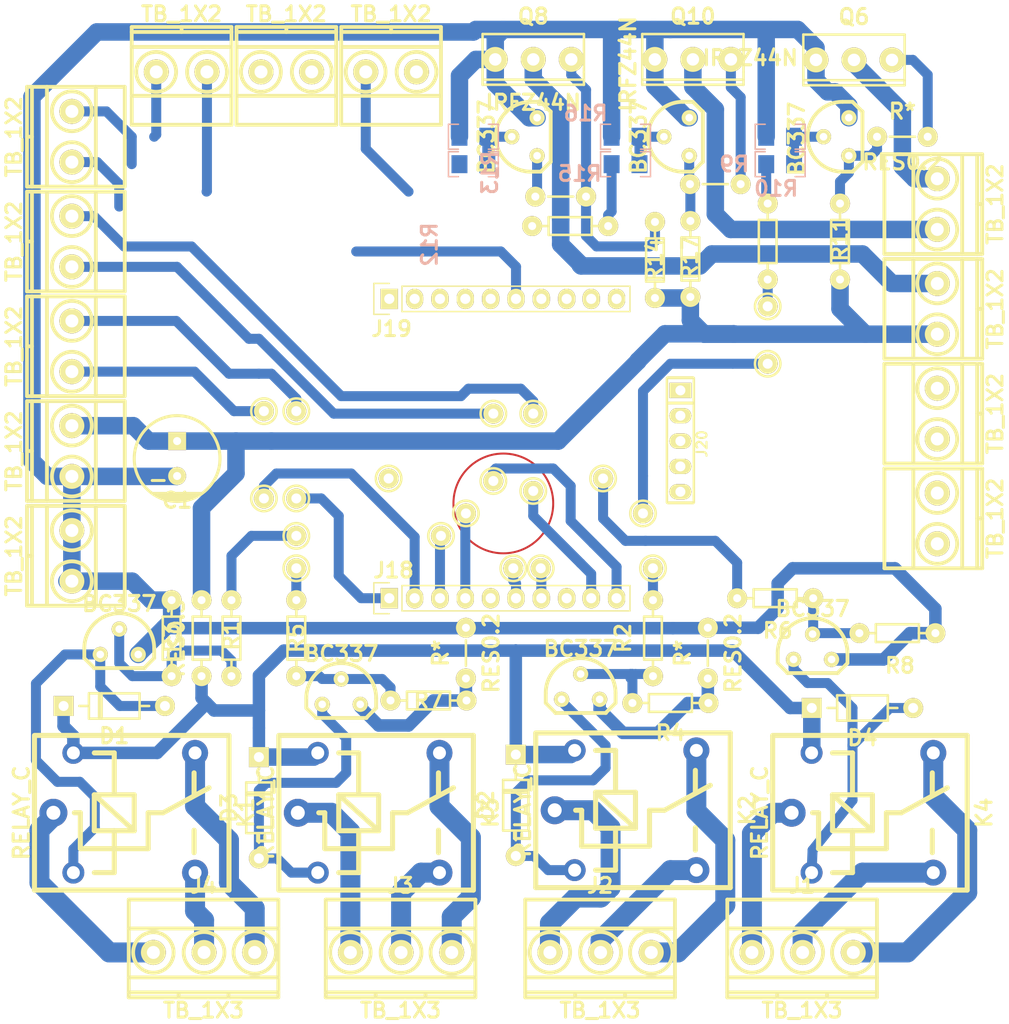
<source format=kicad_pcb>
(kicad_pcb (version 20171130) (host pcbnew "(5.1.7)-1")

  (general
    (thickness 1.6)
    (drawings 11)
    (tracks 401)
    (zones 0)
    (modules 83)
    (nets 56)
  )

  (page A4)
  (layers
    (0 F.Cu signal)
    (31 B.Cu signal)
    (32 B.Adhes user)
    (33 F.Adhes user)
    (34 B.Paste user)
    (35 F.Paste user)
    (36 B.SilkS user)
    (37 F.SilkS user)
    (38 B.Mask user)
    (39 F.Mask user)
    (40 Dwgs.User user)
    (41 Cmts.User user)
    (42 Eco1.User user)
    (43 Eco2.User user)
    (44 Edge.Cuts user)
    (45 Margin user)
    (46 B.CrtYd user)
    (47 F.CrtYd user)
    (48 B.Fab user)
    (49 F.Fab user)
  )

  (setup
    (last_trace_width 1)
    (trace_clearance 0.254)
    (zone_clearance 0.508)
    (zone_45_only no)
    (trace_min 0.2)
    (via_size 0.8)
    (via_drill 0.4)
    (via_min_size 0.4)
    (via_min_drill 0.3)
    (uvia_size 0.3)
    (uvia_drill 0.1)
    (uvias_allowed no)
    (uvia_min_size 0.2)
    (uvia_min_drill 0.1)
    (edge_width 0.05)
    (segment_width 0.2)
    (pcb_text_width 0.3)
    (pcb_text_size 1.5 1.5)
    (mod_edge_width 0.12)
    (mod_text_size 1 1)
    (mod_text_width 0.15)
    (pad_size 1.99898 1.99898)
    (pad_drill 1.00076)
    (pad_to_mask_clearance 0)
    (aux_axis_origin 0 0)
    (grid_origin 90 130)
    (visible_elements 7FFFFFFF)
    (pcbplotparams
      (layerselection 0x010fc_ffffffff)
      (usegerberextensions false)
      (usegerberattributes true)
      (usegerberadvancedattributes true)
      (creategerberjobfile true)
      (excludeedgelayer true)
      (linewidth 0.100000)
      (plotframeref false)
      (viasonmask false)
      (mode 1)
      (useauxorigin false)
      (hpglpennumber 1)
      (hpglpenspeed 20)
      (hpglpendiameter 15.000000)
      (psnegative false)
      (psa4output false)
      (plotreference true)
      (plotvalue true)
      (plotinvisibletext false)
      (padsonsilk false)
      (subtractmaskfromsilk false)
      (outputformat 1)
      (mirror false)
      (drillshape 1)
      (scaleselection 1)
      (outputdirectory ""))
  )

  (net 0 "")
  (net 1 +12V)
  (net 2 GND)
  (net 3 "Net-(D1-Pad1)")
  (net 4 "Net-(D2-Pad1)")
  (net 5 "Net-(D3-Pad1)")
  (net 6 "Net-(D4-Pad1)")
  (net 7 /RCLED3)
  (net 8 /RALED3)
  (net 9 /RCLED2)
  (net 10 /RLED3)
  (net 11 /RALED2)
  (net 12 /RLED2)
  (net 13 /RALED1)
  (net 14 /RCLED1)
  (net 15 /RLED1)
  (net 16 /RCLED0)
  (net 17 /RLED0)
  (net 18 /RALED0)
  (net 19 /3V3)
  (net 20 /AREF)
  (net 21 /A7)
  (net 22 /RESET)
  (net 23 /A6)
  (net 24 /A5)
  (net 25 /D13)
  (net 26 /A4)
  (net 27 /D11)
  (net 28 /D10)
  (net 29 /D2)
  (net 30 /D3)
  (net 31 /BTN3)
  (net 32 /BTN2)
  (net 33 /BTN0)
  (net 34 /BTN1)
  (net 35 /G)
  (net 36 /R)
  (net 37 /B)
  (net 38 /PWM2)
  (net 39 /LED2)
  (net 40 /LED1)
  (net 41 /PWM1)
  (net 42 /PWM0)
  (net 43 /LED0)
  (net 44 /LED3)
  (net 45 "Net-(J20-Pad3)")
  (net 46 "Net-(Q5-Pad1)")
  (net 47 "Net-(Q7-Pad1)")
  (net 48 "Net-(Q10-Pad1)")
  (net 49 "Net-(Q1-Pad2)")
  (net 50 "Net-(Q2-Pad2)")
  (net 51 "Net-(Q3-Pad2)")
  (net 52 "Net-(Q4-Pad2)")
  (net 53 "Net-(Q5-Pad2)")
  (net 54 "Net-(Q7-Pad2)")
  (net 55 "Net-(Q9-Pad2)")

  (net_class Default "This is the default net class."
    (clearance 0.254)
    (trace_width 1)
    (via_dia 0.8)
    (via_drill 0.4)
    (uvia_dia 0.3)
    (uvia_drill 0.1)
    (add_net /3V3)
    (add_net /A4)
    (add_net /A5)
    (add_net /A6)
    (add_net /A7)
    (add_net /AREF)
    (add_net /BTN0)
    (add_net /BTN1)
    (add_net /BTN2)
    (add_net /BTN3)
    (add_net /D10)
    (add_net /D11)
    (add_net /D13)
    (add_net /D2)
    (add_net /D3)
    (add_net /LED0)
    (add_net /LED1)
    (add_net /LED2)
    (add_net /LED3)
    (add_net /PWM0)
    (add_net /PWM1)
    (add_net /PWM2)
    (add_net /RESET)
    (add_net "Net-(D1-Pad1)")
    (add_net "Net-(D2-Pad1)")
    (add_net "Net-(D3-Pad1)")
    (add_net "Net-(D4-Pad1)")
    (add_net "Net-(J20-Pad3)")
    (add_net "Net-(Q1-Pad2)")
    (add_net "Net-(Q10-Pad1)")
    (add_net "Net-(Q2-Pad2)")
    (add_net "Net-(Q3-Pad2)")
    (add_net "Net-(Q4-Pad2)")
    (add_net "Net-(Q5-Pad1)")
    (add_net "Net-(Q5-Pad2)")
    (add_net "Net-(Q7-Pad1)")
    (add_net "Net-(Q7-Pad2)")
    (add_net "Net-(Q9-Pad2)")
  )

  (net_class GND ""
    (clearance 0.381)
    (trace_width 1.75)
    (via_dia 0.8)
    (via_drill 0.4)
    (uvia_dia 0.3)
    (uvia_drill 0.1)
    (add_net +12V)
    (add_net GND)
  )

  (net_class RELE ""
    (clearance 0.381)
    (trace_width 2)
    (via_dia 0.8)
    (via_drill 0.4)
    (uvia_dia 0.3)
    (uvia_drill 0.1)
    (add_net /RALED0)
    (add_net /RALED1)
    (add_net /RALED2)
    (add_net /RALED3)
    (add_net /RCLED0)
    (add_net /RCLED1)
    (add_net /RCLED2)
    (add_net /RCLED3)
    (add_net /RLED0)
    (add_net /RLED1)
    (add_net /RLED2)
    (add_net /RLED3)
  )

  (net_class RGB ""
    (clearance 0.381)
    (trace_width 1.75)
    (via_dia 0.8)
    (via_drill 0.4)
    (uvia_dia 0.3)
    (uvia_drill 0.1)
    (add_net /B)
    (add_net /G)
    (add_net /R)
  )

  (module EESTN5:pad_1_5mm (layer F.Cu) (tedit 5FFD46D6) (tstamp 5FFE93B5)
    (at 139 77.75)
    (descr "Pad 1,5mm")
    (fp_text reference pad_1_5mm (at 0 0) (layer F.SilkS) hide
      (effects (font (size 0.127 0.127) (thickness 0.00254)))
    )
    (fp_text value VAL** (at 0 0) (layer F.SilkS) hide
      (effects (font (size 0.127 0.127) (thickness 0.00254)))
    )
    (fp_circle (center 0 0) (end 1.27 -0.127) (layer F.SilkS) (width 0.254))
    (pad 1 thru_hole circle (at 0 0) (size 1.99898 1.99898) (drill 1.00076) (layers *.Cu *.Mask F.SilkS)
      (net 27 /D11))
  )

  (module EESTN5:pad_1_5mm (layer F.Cu) (tedit 5FFD46E5) (tstamp 5FFE93AF)
    (at 143 78.75)
    (descr "Pad 1,5mm")
    (fp_text reference pad_1_5mm (at 0 0) (layer F.SilkS) hide
      (effects (font (size 0.127 0.127) (thickness 0.00254)))
    )
    (fp_text value VAL** (at 0 0) (layer F.SilkS) hide
      (effects (font (size 0.127 0.127) (thickness 0.00254)))
    )
    (fp_circle (center 0 0) (end 1.27 -0.127) (layer F.SilkS) (width 0.254))
    (pad 1 thru_hole circle (at 0 0) (size 1.99898 1.99898) (drill 1.00076) (layers *.Cu *.Mask F.SilkS)
      (net 28 /D10))
  )

  (module EESTN5:pad_1_5mm (layer F.Cu) (tedit 5FFD46E5) (tstamp 5FFE9397)
    (at 143 71)
    (descr "Pad 1,5mm")
    (fp_text reference pad_1_5mm (at 0 0) (layer F.SilkS) hide
      (effects (font (size 0.127 0.127) (thickness 0.00254)))
    )
    (fp_text value VAL** (at 0 0) (layer F.SilkS) hide
      (effects (font (size 0.127 0.127) (thickness 0.00254)))
    )
    (fp_circle (center 0 0) (end 1.27 -0.127) (layer F.SilkS) (width 0.254))
    (pad 1 thru_hole circle (at 0 0) (size 1.99898 1.99898) (drill 1.00076) (layers *.Cu *.Mask F.SilkS)
      (net 28 /D10))
  )

  (module EESTN5:pad_1_5mm (layer F.Cu) (tedit 5FFD4587) (tstamp 5FFE8C25)
    (at 150 77.5)
    (descr "Pad 1,5mm")
    (fp_text reference pad_1_5mm (at 0 0) (layer F.SilkS) hide
      (effects (font (size 0.127 0.127) (thickness 0.00254)))
    )
    (fp_text value VAL** (at 0 0) (layer F.SilkS) hide
      (effects (font (size 0.127 0.127) (thickness 0.00254)))
    )
    (fp_circle (center 0 0) (end 1.27 -0.127) (layer F.SilkS) (width 0.254))
    (pad 1 thru_hole circle (at 0 0) (size 1.99898 1.99898) (drill 1.00076) (layers *.Cu *.Mask F.SilkS)
      (net 44 /LED3))
  )

  (module EESTN5:pad_1_5mm (layer F.Cu) (tedit 5FFD440F) (tstamp 5FFE7F0A)
    (at 133.75 83.25)
    (descr "Pad 1,5mm")
    (fp_text reference pad_1_5mm (at 0 0) (layer F.SilkS) hide
      (effects (font (size 0.127 0.127) (thickness 0.00254)))
    )
    (fp_text value VAL** (at 0 0) (layer F.SilkS) hide
      (effects (font (size 0.127 0.127) (thickness 0.00254)))
    )
    (fp_circle (center 0 0) (end 1.27 -0.127) (layer F.SilkS) (width 0.254))
    (pad 1 thru_hole circle (at 0 0) (size 1.99898 1.99898) (drill 1.00076) (layers *.Cu *.Mask F.SilkS)
      (net 43 /LED0))
  )

  (module EESTN5:pad_1_5mm (layer F.Cu) (tedit 5FFD43AD) (tstamp 5FFE7BD8)
    (at 119.25 86.5)
    (descr "Pad 1,5mm")
    (fp_text reference pad_1_5mm (at 0 0) (layer F.SilkS) hide
      (effects (font (size 0.127 0.127) (thickness 0.00254)))
    )
    (fp_text value VAL** (at 0 0) (layer F.SilkS) hide
      (effects (font (size 0.127 0.127) (thickness 0.00254)))
    )
    (fp_circle (center 0 0) (end 1.27 -0.127) (layer F.SilkS) (width 0.254))
    (pad 1 thru_hole circle (at 0 0) (size 1.99898 1.99898) (drill 1.00076) (layers *.Cu *.Mask F.SilkS)
      (net 40 /LED1))
  )

  (module EESTN5:pad_1_5mm (layer F.Cu) (tedit 5FFD4205) (tstamp 5FFE75D7)
    (at 143.75 86.5)
    (descr "Pad 1,5mm")
    (fp_text reference pad_1_5mm (at 0 0) (layer F.SilkS) hide
      (effects (font (size 0.127 0.127) (thickness 0.00254)))
    )
    (fp_text value VAL** (at 0 0) (layer F.SilkS) hide
      (effects (font (size 0.127 0.127) (thickness 0.00254)))
    )
    (fp_circle (center 0 0) (end 1.27 -0.127) (layer F.SilkS) (width 0.254))
    (pad 1 thru_hole circle (at 0 0) (size 1.99898 1.99898) (drill 1.00076) (layers *.Cu *.Mask F.SilkS)
      (net 39 /LED2))
  )

  (module EESTN5:pad_2mm (layer F.Cu) (tedit 5FFD3FBD) (tstamp 5FFE6C49)
    (at 119.25 79.5)
    (descr "Pad 2mm")
    (fp_text reference pad_2mm (at 0 0) (layer F.SilkS) hide
      (effects (font (size 0.127 0.127) (thickness 0.00254)))
    )
    (fp_text value VAL** (at 0 0) (layer F.SilkS) hide
      (effects (font (size 0.127 0.127) (thickness 0.00254)))
    )
    (fp_circle (center 0 0) (end 1.27 -0.127) (layer F.SilkS) (width 0.254))
    (pad 1 thru_hole circle (at 0 0) (size 1.99898 1.99898) (drill 1.00076) (layers *.Cu *.Mask F.SilkS)
      (net 29 /D2))
  )

  (module EESTN5:pad_2mm (layer F.Cu) (tedit 5FFD3EDE) (tstamp 5FFE66C6)
    (at 116 79.5)
    (descr "Pad 2mm")
    (fp_text reference pad_2mm (at 0 0) (layer F.SilkS) hide
      (effects (font (size 0.127 0.127) (thickness 0.00254)))
    )
    (fp_text value VAL** (at 0 0) (layer F.SilkS) hide
      (effects (font (size 0.127 0.127) (thickness 0.00254)))
    )
    (fp_circle (center 0 0) (end 1.27 -0.127) (layer F.SilkS) (width 0.254))
    (pad 1 thru_hole circle (at 0 0) (size 1.99898 1.99898) (drill 1.00076) (layers *.Cu *.Mask F.SilkS)
      (net 30 /D3))
  )

  (module EESTN5:pad_2mm (layer F.Cu) (tedit 5FFD3C04) (tstamp 5FFE5D0F)
    (at 166.5 60.25)
    (descr "Pad 2mm")
    (fp_text reference pad_2mm (at 0 0) (layer F.SilkS) hide
      (effects (font (size 0.127 0.127) (thickness 0.00254)))
    )
    (fp_text value VAL** (at 0 0) (layer F.SilkS) hide
      (effects (font (size 0.127 0.127) (thickness 0.00254)))
    )
    (fp_circle (center 0 0) (end 1.27 -0.127) (layer F.SilkS) (width 0.254))
    (pad 1 thru_hole circle (at 0 0) (size 1.99898 1.99898) (drill 1.00076) (layers *.Cu *.Mask F.SilkS)
      (net 42 /PWM0))
  )

  (module EESTN5:pad_2mm (layer F.Cu) (tedit 5FFD3C04) (tstamp 5FFE5C33)
    (at 166.5 66)
    (descr "Pad 2mm")
    (fp_text reference pad_2mm (at 0 0) (layer F.SilkS) hide
      (effects (font (size 0.127 0.127) (thickness 0.00254)))
    )
    (fp_text value VAL** (at 0 0) (layer F.SilkS) hide
      (effects (font (size 0.127 0.127) (thickness 0.00254)))
    )
    (fp_circle (center 0 0) (end 1.27 -0.127) (layer F.SilkS) (width 0.254))
    (pad 1 thru_hole circle (at 0 0) (size 1.99898 1.99898) (drill 1.00076) (layers *.Cu *.Mask F.SilkS)
      (net 42 /PWM0))
  )

  (module EESTN5:CAP_ELEC_8x11.5mm (layer F.Cu) (tedit 582AE362) (tstamp 5FF9620E)
    (at 107.3 75.5 180)
    (descr "Capacitor, pol, cyl 8x11.5mm")
    (path /600C5D23)
    (fp_text reference C1 (at 0 -4.2 180) (layer F.SilkS)
      (effects (font (size 1.524 1.524) (thickness 0.3048)))
    )
    (fp_text value 10uF (at 0 4.2 180) (layer F.SilkS) hide
      (effects (font (size 1.524 1.524) (thickness 0.3048)))
    )
    (fp_line (start -2.4 -3.5) (end 2.4 -3.5) (layer F.SilkS) (width 0.3048))
    (fp_circle (center 0 0) (end -4.3 0) (layer F.SilkS) (width 0.3048))
    (fp_line (start -1.8 -3.7) (end 1.8 -3.7) (layer F.SilkS) (width 0.3048))
    (fp_line (start -1.4 -3.9) (end 1.4 -3.9) (layer F.SilkS) (width 0.3048))
    (fp_line (start -0.8 -4.1) (end 0.9 -4.1) (layer F.SilkS) (width 0.3048))
    (fp_line (start 1.3 -2.2) (end 2.5 -2.2) (layer F.SilkS) (width 0.3))
    (pad 2 thru_hole circle (at 0 -1.75 180) (size 1.8 1.8) (drill 0.8) (layers *.Cu *.Mask F.SilkS)
      (net 2 GND))
    (pad 1 thru_hole rect (at 0 1.75 180) (size 1.8 1.8) (drill 0.8) (layers *.Cu *.Mask F.SilkS)
      (net 1 +12V))
    (model CAP_ELEC_8_11.5.wrl
      (offset (xyz 0 0 -0.2539999961853027))
      (scale (xyz 0.393701 0.393701 0.393701))
      (rotate (xyz -90 0 -90))
    )
  )

  (module EESTN5:RES0.2 (layer F.Cu) (tedit 5FFD28B1) (tstamp 5FFD773B)
    (at 160.5 95 90)
    (descr "Resistor, RC03 vertical")
    (fp_text reference RES0.2 (at 0 2.54 90) (layer F.SilkS)
      (effects (font (size 1.524 1.524) (thickness 0.3048)))
    )
    (fp_text value R* (at 0 -2.54 90) (layer F.SilkS)
      (effects (font (size 1.524 1.524) (thickness 0.3048)))
    )
    (fp_line (start -1.27 0) (end 1.27 0) (layer F.SilkS) (width 0.254))
    (fp_circle (center -2.54 0) (end -2.159 0) (layer F.SilkS) (width 0.3048))
    (pad 1 thru_hole circle (at -2.54 0 90) (size 1.99898 1.99898) (drill 0.8001) (layers *.Cu *.Mask F.SilkS)
      (net 2 GND))
    (pad 2 thru_hole circle (at 2.54 0 90) (size 1.99898 1.99898) (drill 0.8001) (layers *.Cu *.Mask F.SilkS)
      (net 2 GND))
    (model RES0.2.wrl
      (offset (xyz 2.539999961853027 0 -1.523999977111816))
      (scale (xyz 0.393701 0.393701 0.393701))
      (rotate (xyz -90 0 90))
    )
  )

  (module EESTN5:Relay_C (layer F.Cu) (tedit 56DACADC) (tstamp 5FF963D9)
    (at 103 111 90)
    (descr "relay, Tianbo HJR-3FF series")
    (path /5FF8B2F0)
    (fp_text reference K1 (at 0 11.2 90) (layer F.SilkS)
      (effects (font (size 1.524 1.524) (thickness 0.3048)))
    )
    (fp_text value RELAY_C (at 0 -11.3 90) (layer F.SilkS)
      (effects (font (size 1.524 1.524) (thickness 0.3048)))
    )
    (fp_line (start -1.8 0) (end -1.8 -4) (layer F.SilkS) (width 0.508))
    (fp_line (start 1.8 0) (end -1.8 0) (layer F.SilkS) (width 0.508))
    (fp_line (start 1.8 -4) (end 1.8 0) (layer F.SilkS) (width 0.508))
    (fp_line (start -1.8 -4) (end 1.8 -4) (layer F.SilkS) (width 0.508))
    (fp_line (start -1.8 0) (end 1.8 -4) (layer F.SilkS) (width 0.508))
    (fp_line (start -1.8 -2) (end -6 -2) (layer F.SilkS) (width 0.508))
    (fp_line (start 6 -2) (end 1.8 -2) (layer F.SilkS) (width 0.508))
    (fp_line (start 6 -4) (end 6 -2) (layer F.SilkS) (width 0.508))
    (fp_line (start -6 -4) (end -6 -2) (layer F.SilkS) (width 0.508))
    (fp_line (start 0 -5.4) (end -3.6 -5.4) (layer F.SilkS) (width 0.508))
    (fp_line (start 0 -6) (end 0 -5.4) (layer F.SilkS) (width 0.508))
    (fp_line (start 0 1.4) (end -3.6 1.4) (layer F.SilkS) (width 0.508))
    (fp_line (start -3.6 1.4) (end -3.6 -5.4) (layer F.SilkS) (width 0.508))
    (fp_line (start 0 2.9) (end 2.5 7.5) (layer F.SilkS) (width 0.508))
    (fp_line (start 0 1.4) (end 0 2.9) (layer F.SilkS) (width 0.508))
    (fp_line (start 4 6) (end 1.75 6) (layer F.SilkS) (width 0.508))
    (fp_line (start -1.75 6) (end -4 6) (layer F.SilkS) (width 0.508))
    (fp_line (start -7.75 -10) (end 7.65 -10) (layer F.SilkS) (width 0.508))
    (fp_line (start 7.75 -10) (end 7.75 9.5) (layer F.SilkS) (width 0.508))
    (fp_line (start -7.75 -10) (end -7.75 9.5) (layer F.SilkS) (width 0.508))
    (fp_line (start -7.75 9.5) (end 7.75 9.5) (layer F.SilkS) (width 0.508))
    (pad 1 thru_hole circle (at 0 -8.1 90) (size 2.8 2.8) (drill 1.4) (layers *.Cu *.Mask)
      (net 17 /RLED0))
    (pad 5 thru_hole circle (at 6 -6.1 90) (size 2.2 2.2) (drill 1.3) (layers *.Cu *.Mask)
      (net 1 +12V))
    (pad 4 thru_hole circle (at 6 6.1 90) (size 2.6 2.6) (drill 1.3) (layers *.Cu *.Mask)
      (net 16 /RCLED0))
    (pad 3 thru_hole circle (at -6 6.1 90) (size 2.6 2.6) (drill 1.3) (layers *.Cu *.Mask)
      (net 18 /RALED0))
    (pad 2 thru_hole circle (at -6 -6.1 90) (size 2.2 2.2) (drill 1.3) (layers *.Cu *.Mask)
      (net 3 "Net-(D1-Pad1)"))
    (model Relé_Type_C.wrl
      (at (xyz 0 0 0))
      (scale (xyz 1 1 1))
      (rotate (xyz 0 0 180))
    )
    (model D:/KiCad/share/kicad/modules/EESTN5.3dshapes/Relé_Type_C.wrl
      (at (xyz 0 0 0))
      (scale (xyz 1 1 1))
      (rotate (xyz 0 0 180))
    )
  )

  (module EESTN5:DO-41 (layer F.Cu) (tedit 59F5BF67) (tstamp 5FF9621C)
    (at 101 100.3 180)
    (descr "Diode, DO-41 package")
    (tags "Diode DO-41 DO41")
    (path /5FF8A57D)
    (fp_text reference D1 (at 0 -3 180) (layer F.SilkS)
      (effects (font (size 1.524 1.524) (thickness 0.3048)))
    )
    (fp_text value DIODE (at 0 3 180) (layer F.SilkS) hide
      (effects (font (size 1.524 1.524) (thickness 0.3048)))
    )
    (fp_line (start 1.524 1.27) (end 1.524 -1.27) (layer F.SilkS) (width 0.254))
    (fp_line (start 1.27 -1.27) (end 1.27 1.27) (layer F.SilkS) (width 0.254))
    (fp_line (start -2.54 -1.27) (end -2.54 1.27) (layer F.SilkS) (width 0.254))
    (fp_line (start 2.54 -1.27) (end 2.54 1.27) (layer F.SilkS) (width 0.254))
    (fp_line (start -2.54 -1.27) (end 2.54 -1.27) (layer F.SilkS) (width 0.254))
    (fp_line (start 2.54 1.27) (end -2.54 1.27) (layer F.SilkS) (width 0.254))
    (fp_line (start 3.5 0) (end 2.54 0) (layer F.SilkS) (width 0.254))
    (fp_line (start -2.54 0) (end -3.5 0) (layer F.SilkS) (width 0.254))
    (pad 1 thru_hole circle (at -5.08 0 180) (size 1.99898 1.99898) (drill 1.00076) (layers *.Cu *.Mask F.SilkS)
      (net 3 "Net-(D1-Pad1)"))
    (pad 2 thru_hole rect (at 5.08 0 180) (size 1.99898 1.99898) (drill 1.00076) (layers *.Cu *.Mask F.SilkS)
      (net 1 +12V))
    (model DO-41.wrl
      (at (xyz 0 0 0))
      (scale (xyz 1 1 1))
      (rotate (xyz 0 0 0))
    )
  )

  (module EESTN5:DO-41 (layer F.Cu) (tedit 59F5BF67) (tstamp 5FF9622A)
    (at 141.25 110.25 90)
    (descr "Diode, DO-41 package")
    (tags "Diode DO-41 DO41")
    (path /5FF9FBF5)
    (fp_text reference D2 (at 0 -3 90) (layer F.SilkS)
      (effects (font (size 1.524 1.524) (thickness 0.3048)))
    )
    (fp_text value DIODE (at 0 3 90) (layer F.SilkS) hide
      (effects (font (size 1.524 1.524) (thickness 0.3048)))
    )
    (fp_line (start -2.54 0) (end -3.5 0) (layer F.SilkS) (width 0.254))
    (fp_line (start 3.5 0) (end 2.54 0) (layer F.SilkS) (width 0.254))
    (fp_line (start 2.54 1.27) (end -2.54 1.27) (layer F.SilkS) (width 0.254))
    (fp_line (start -2.54 -1.27) (end 2.54 -1.27) (layer F.SilkS) (width 0.254))
    (fp_line (start 2.54 -1.27) (end 2.54 1.27) (layer F.SilkS) (width 0.254))
    (fp_line (start -2.54 -1.27) (end -2.54 1.27) (layer F.SilkS) (width 0.254))
    (fp_line (start 1.27 -1.27) (end 1.27 1.27) (layer F.SilkS) (width 0.254))
    (fp_line (start 1.524 1.27) (end 1.524 -1.27) (layer F.SilkS) (width 0.254))
    (pad 2 thru_hole rect (at 5.08 0 90) (size 1.99898 1.99898) (drill 1.00076) (layers *.Cu *.Mask F.SilkS)
      (net 1 +12V))
    (pad 1 thru_hole circle (at -5.08 0 90) (size 1.99898 1.99898) (drill 1.00076) (layers *.Cu *.Mask F.SilkS)
      (net 4 "Net-(D2-Pad1)"))
    (model DO-41.wrl
      (at (xyz 0 0 0))
      (scale (xyz 1 1 1))
      (rotate (xyz 0 0 0))
    )
  )

  (module EESTN5:DO-41 (layer F.Cu) (tedit 59F5BF67) (tstamp 5FF96238)
    (at 115.5 110.5 90)
    (descr "Diode, DO-41 package")
    (tags "Diode DO-41 DO41")
    (path /5FFA1D70)
    (fp_text reference D3 (at 0 -3 90) (layer F.SilkS)
      (effects (font (size 1.524 1.524) (thickness 0.3048)))
    )
    (fp_text value DIODE (at 0 3 90) (layer F.SilkS) hide
      (effects (font (size 1.524 1.524) (thickness 0.3048)))
    )
    (fp_line (start 1.524 1.27) (end 1.524 -1.27) (layer F.SilkS) (width 0.254))
    (fp_line (start 1.27 -1.27) (end 1.27 1.27) (layer F.SilkS) (width 0.254))
    (fp_line (start -2.54 -1.27) (end -2.54 1.27) (layer F.SilkS) (width 0.254))
    (fp_line (start 2.54 -1.27) (end 2.54 1.27) (layer F.SilkS) (width 0.254))
    (fp_line (start -2.54 -1.27) (end 2.54 -1.27) (layer F.SilkS) (width 0.254))
    (fp_line (start 2.54 1.27) (end -2.54 1.27) (layer F.SilkS) (width 0.254))
    (fp_line (start 3.5 0) (end 2.54 0) (layer F.SilkS) (width 0.254))
    (fp_line (start -2.54 0) (end -3.5 0) (layer F.SilkS) (width 0.254))
    (pad 1 thru_hole circle (at -5.08 0 90) (size 1.99898 1.99898) (drill 1.00076) (layers *.Cu *.Mask F.SilkS)
      (net 5 "Net-(D3-Pad1)"))
    (pad 2 thru_hole rect (at 5.08 0 90) (size 1.99898 1.99898) (drill 1.00076) (layers *.Cu *.Mask F.SilkS)
      (net 1 +12V))
    (model DO-41.wrl
      (at (xyz 0 0 0))
      (scale (xyz 1 1 1))
      (rotate (xyz 0 0 0))
    )
  )

  (module EESTN5:DO-41 (layer F.Cu) (tedit 59F5BF67) (tstamp 5FF96246)
    (at 176 100.5 180)
    (descr "Diode, DO-41 package")
    (tags "Diode DO-41 DO41")
    (path /5FFA461C)
    (fp_text reference D4 (at 0 -3) (layer F.SilkS)
      (effects (font (size 1.524 1.524) (thickness 0.3048)))
    )
    (fp_text value DIODE (at 0 3) (layer F.SilkS) hide
      (effects (font (size 1.524 1.524) (thickness 0.3048)))
    )
    (fp_line (start -2.54 0) (end -3.5 0) (layer F.SilkS) (width 0.254))
    (fp_line (start 3.5 0) (end 2.54 0) (layer F.SilkS) (width 0.254))
    (fp_line (start 2.54 1.27) (end -2.54 1.27) (layer F.SilkS) (width 0.254))
    (fp_line (start -2.54 -1.27) (end 2.54 -1.27) (layer F.SilkS) (width 0.254))
    (fp_line (start 2.54 -1.27) (end 2.54 1.27) (layer F.SilkS) (width 0.254))
    (fp_line (start -2.54 -1.27) (end -2.54 1.27) (layer F.SilkS) (width 0.254))
    (fp_line (start 1.27 -1.27) (end 1.27 1.27) (layer F.SilkS) (width 0.254))
    (fp_line (start 1.524 1.27) (end 1.524 -1.27) (layer F.SilkS) (width 0.254))
    (pad 2 thru_hole rect (at 5.08 0 180) (size 1.99898 1.99898) (drill 1.00076) (layers *.Cu *.Mask F.SilkS)
      (net 1 +12V))
    (pad 1 thru_hole circle (at -5.08 0 180) (size 1.99898 1.99898) (drill 1.00076) (layers *.Cu *.Mask F.SilkS)
      (net 6 "Net-(D4-Pad1)"))
    (model DO-41.wrl
      (at (xyz 0 0 0))
      (scale (xyz 1 1 1))
      (rotate (xyz 0 0 0))
    )
  )

  (module EESTN5:BORNERA2 (layer F.Cu) (tedit 590C8F71) (tstamp 5FF962B6)
    (at 183.5 81.5 90)
    (descr "2-way 5.08mm pitch terminal block, Phoenix MKDS series")
    (path /600132CA)
    (fp_text reference J7 (at 0 -6.7 90) (layer F.SilkS) hide
      (effects (font (size 1.5 1.5) (thickness 0.3)))
    )
    (fp_text value TB_1X2 (at 0 5.8 90) (layer F.SilkS)
      (effects (font (size 1.5 1.5) (thickness 0.3)))
    )
    (fp_line (start -5 -5.3) (end -5 4.5) (layer F.SilkS) (width 0.381))
    (fp_line (start 5 -5.3) (end -5 -5.3) (layer F.SilkS) (width 0.381))
    (fp_line (start 5 4.5) (end 5 -5.3) (layer F.SilkS) (width 0.381))
    (fp_line (start -5 4.5) (end 5 4.5) (layer F.SilkS) (width 0.381))
    (fp_line (start -5 4) (end 5 4) (layer F.SilkS) (width 0.381))
    (fp_line (start -5 -2.4) (end 5 -2.4) (layer F.SilkS) (width 0.381))
    (fp_line (start -5 2.5) (end 5 2.5) (layer F.SilkS) (width 0.381))
    (fp_circle (center -2.55 0) (end -0.55 0) (layer F.SilkS) (width 0.381))
    (fp_circle (center 2.55 0) (end 0.55 0) (layer F.SilkS) (width 0.381))
    (fp_line (start 0 4) (end 0 4.5) (layer F.SilkS) (width 0.381))
    (pad 2 thru_hole circle (at 2.54 0 90) (size 2.5 2.5) (drill 1.3) (layers *.Cu *.Mask F.SilkS)
      (net 19 /3V3))
    (pad 1 thru_hole circle (at -2.54 0 90) (size 2.5 2.5) (drill 1.3) (layers *.Cu *.Mask F.SilkS)
      (net 20 /AREF))
    (model Bornera2.wrl
      (at (xyz 0 0 0))
      (scale (xyz 1 1 1))
      (rotate (xyz 0 0 0))
    )
    (model D:/KiCad/share/kicad/modules/EESTN5.3dshapes/Bornera2_Azul.step
      (at (xyz 0 0 0))
      (scale (xyz 1 1 1))
      (rotate (xyz 0 0 0))
    )
  )

  (module EESTN5:BORNERA2 (layer F.Cu) (tedit 590C8F71) (tstamp 5FF962C6)
    (at 183.5 71 90)
    (descr "2-way 5.08mm pitch terminal block, Phoenix MKDS series")
    (path /600132D0)
    (fp_text reference J8 (at 0 -6.7 90) (layer F.SilkS) hide
      (effects (font (size 1.5 1.5) (thickness 0.3)))
    )
    (fp_text value TB_1X2 (at 0 5.8 90) (layer F.SilkS)
      (effects (font (size 1.5 1.5) (thickness 0.3)))
    )
    (fp_line (start 0 4) (end 0 4.5) (layer F.SilkS) (width 0.381))
    (fp_circle (center 2.55 0) (end 0.55 0) (layer F.SilkS) (width 0.381))
    (fp_circle (center -2.55 0) (end -0.55 0) (layer F.SilkS) (width 0.381))
    (fp_line (start -5 2.5) (end 5 2.5) (layer F.SilkS) (width 0.381))
    (fp_line (start -5 -2.4) (end 5 -2.4) (layer F.SilkS) (width 0.381))
    (fp_line (start -5 4) (end 5 4) (layer F.SilkS) (width 0.381))
    (fp_line (start -5 4.5) (end 5 4.5) (layer F.SilkS) (width 0.381))
    (fp_line (start 5 4.5) (end 5 -5.3) (layer F.SilkS) (width 0.381))
    (fp_line (start 5 -5.3) (end -5 -5.3) (layer F.SilkS) (width 0.381))
    (fp_line (start -5 -5.3) (end -5 4.5) (layer F.SilkS) (width 0.381))
    (pad 1 thru_hole circle (at -2.54 0 90) (size 2.5 2.5) (drill 1.3) (layers *.Cu *.Mask F.SilkS)
      (net 21 /A7))
    (pad 2 thru_hole circle (at 2.54 0 90) (size 2.5 2.5) (drill 1.3) (layers *.Cu *.Mask F.SilkS)
      (net 22 /RESET))
    (model Bornera2.wrl
      (at (xyz 0 0 0))
      (scale (xyz 1 1 1))
      (rotate (xyz 0 0 0))
    )
    (model D:/KiCad/share/kicad/modules/EESTN5.3dshapes/Bornera2_Azul.step
      (at (xyz 0 0 0))
      (scale (xyz 1 1 1))
      (rotate (xyz 0 0 0))
    )
  )

  (module EESTN5:BORNERA2 (layer F.Cu) (tedit 590C8F71) (tstamp 5FF962D6)
    (at 118.25 36.75 180)
    (descr "2-way 5.08mm pitch terminal block, Phoenix MKDS series")
    (path /600132D6)
    (fp_text reference J9 (at 0 -6.7 180) (layer F.SilkS) hide
      (effects (font (size 1.5 1.5) (thickness 0.3)))
    )
    (fp_text value TB_1X2 (at 0 5.8 180) (layer F.SilkS)
      (effects (font (size 1.5 1.5) (thickness 0.3)))
    )
    (fp_line (start -5 -5.3) (end -5 4.5) (layer F.SilkS) (width 0.381))
    (fp_line (start 5 -5.3) (end -5 -5.3) (layer F.SilkS) (width 0.381))
    (fp_line (start 5 4.5) (end 5 -5.3) (layer F.SilkS) (width 0.381))
    (fp_line (start -5 4.5) (end 5 4.5) (layer F.SilkS) (width 0.381))
    (fp_line (start -5 4) (end 5 4) (layer F.SilkS) (width 0.381))
    (fp_line (start -5 -2.4) (end 5 -2.4) (layer F.SilkS) (width 0.381))
    (fp_line (start -5 2.5) (end 5 2.5) (layer F.SilkS) (width 0.381))
    (fp_circle (center -2.55 0) (end -0.55 0) (layer F.SilkS) (width 0.381))
    (fp_circle (center 2.55 0) (end 0.55 0) (layer F.SilkS) (width 0.381))
    (fp_line (start 0 4) (end 0 4.5) (layer F.SilkS) (width 0.381))
    (pad 2 thru_hole circle (at 2.54 0 180) (size 2.5 2.5) (drill 1.3) (layers *.Cu *.Mask F.SilkS)
      (net 23 /A6))
    (pad 1 thru_hole circle (at -2.54 0 180) (size 2.5 2.5) (drill 1.3) (layers *.Cu *.Mask F.SilkS)
      (net 24 /A5))
    (model Bornera2.wrl
      (at (xyz 0 0 0))
      (scale (xyz 1 1 1))
      (rotate (xyz 0 0 0))
    )
    (model D:/KiCad/share/kicad/modules/EESTN5.3dshapes/Bornera2_Azul.step
      (at (xyz 0 0 0))
      (scale (xyz 1 1 1))
      (rotate (xyz 0 0 0))
    )
  )

  (module EESTN5:BORNERA2 (layer F.Cu) (tedit 590C8F71) (tstamp 5FF962E6)
    (at 128.75 36.75 180)
    (descr "2-way 5.08mm pitch terminal block, Phoenix MKDS series")
    (path /600132DC)
    (fp_text reference J10 (at 0 -6.7 180) (layer F.SilkS) hide
      (effects (font (size 1.5 1.5) (thickness 0.3)))
    )
    (fp_text value TB_1X2 (at 0 5.8 180) (layer F.SilkS)
      (effects (font (size 1.5 1.5) (thickness 0.3)))
    )
    (fp_line (start 0 4) (end 0 4.5) (layer F.SilkS) (width 0.381))
    (fp_circle (center 2.55 0) (end 0.55 0) (layer F.SilkS) (width 0.381))
    (fp_circle (center -2.55 0) (end -0.55 0) (layer F.SilkS) (width 0.381))
    (fp_line (start -5 2.5) (end 5 2.5) (layer F.SilkS) (width 0.381))
    (fp_line (start -5 -2.4) (end 5 -2.4) (layer F.SilkS) (width 0.381))
    (fp_line (start -5 4) (end 5 4) (layer F.SilkS) (width 0.381))
    (fp_line (start -5 4.5) (end 5 4.5) (layer F.SilkS) (width 0.381))
    (fp_line (start 5 4.5) (end 5 -5.3) (layer F.SilkS) (width 0.381))
    (fp_line (start 5 -5.3) (end -5 -5.3) (layer F.SilkS) (width 0.381))
    (fp_line (start -5 -5.3) (end -5 4.5) (layer F.SilkS) (width 0.381))
    (pad 1 thru_hole circle (at -2.54 0 180) (size 2.5 2.5) (drill 1.3) (layers *.Cu *.Mask F.SilkS)
      (net 25 /D13))
    (pad 2 thru_hole circle (at 2.54 0 180) (size 2.5 2.5) (drill 1.3) (layers *.Cu *.Mask F.SilkS)
      (net 26 /A4))
    (model Bornera2.wrl
      (at (xyz 0 0 0))
      (scale (xyz 1 1 1))
      (rotate (xyz 0 0 0))
    )
    (model D:/KiCad/share/kicad/modules/EESTN5.3dshapes/Bornera2_Azul.step
      (at (xyz 0 0 0))
      (scale (xyz 1 1 1))
      (rotate (xyz 0 0 0))
    )
  )

  (module EESTN5:BORNERA2 (layer F.Cu) (tedit 590C8F71) (tstamp 5FF962F6)
    (at 96.75 53.75 270)
    (descr "2-way 5.08mm pitch terminal block, Phoenix MKDS series")
    (path /600132E2)
    (fp_text reference J11 (at 0 -6.7 270) (layer F.SilkS) hide
      (effects (font (size 1.5 1.5) (thickness 0.3)))
    )
    (fp_text value TB_1X2 (at 0 5.8 270) (layer F.SilkS)
      (effects (font (size 1.5 1.5) (thickness 0.3)))
    )
    (fp_line (start -5 -5.3) (end -5 4.5) (layer F.SilkS) (width 0.381))
    (fp_line (start 5 -5.3) (end -5 -5.3) (layer F.SilkS) (width 0.381))
    (fp_line (start 5 4.5) (end 5 -5.3) (layer F.SilkS) (width 0.381))
    (fp_line (start -5 4.5) (end 5 4.5) (layer F.SilkS) (width 0.381))
    (fp_line (start -5 4) (end 5 4) (layer F.SilkS) (width 0.381))
    (fp_line (start -5 -2.4) (end 5 -2.4) (layer F.SilkS) (width 0.381))
    (fp_line (start -5 2.5) (end 5 2.5) (layer F.SilkS) (width 0.381))
    (fp_circle (center -2.55 0) (end -0.55 0) (layer F.SilkS) (width 0.381))
    (fp_circle (center 2.55 0) (end 0.55 0) (layer F.SilkS) (width 0.381))
    (fp_line (start 0 4) (end 0 4.5) (layer F.SilkS) (width 0.381))
    (pad 2 thru_hole circle (at 2.54 0 270) (size 2.5 2.5) (drill 1.3) (layers *.Cu *.Mask F.SilkS)
      (net 27 /D11))
    (pad 1 thru_hole circle (at -2.54 0 270) (size 2.5 2.5) (drill 1.3) (layers *.Cu *.Mask F.SilkS)
      (net 28 /D10))
    (model Bornera2.wrl
      (at (xyz 0 0 0))
      (scale (xyz 1 1 1))
      (rotate (xyz 0 0 0))
    )
    (model D:/KiCad/share/kicad/modules/EESTN5.3dshapes/Bornera2_Azul.step
      (at (xyz 0 0 0))
      (scale (xyz 1 1 1))
      (rotate (xyz 0 0 0))
    )
  )

  (module EESTN5:BORNERA2 (layer F.Cu) (tedit 590C8F71) (tstamp 5FF96306)
    (at 96.75 64.25 270)
    (descr "2-way 5.08mm pitch terminal block, Phoenix MKDS series")
    (path /600132E8)
    (fp_text reference J12 (at 0 -6.7 270) (layer F.SilkS) hide
      (effects (font (size 1.5 1.5) (thickness 0.3)))
    )
    (fp_text value TB_1X2 (at 0 5.8 270) (layer F.SilkS)
      (effects (font (size 1.5 1.5) (thickness 0.3)))
    )
    (fp_line (start 0 4) (end 0 4.5) (layer F.SilkS) (width 0.381))
    (fp_circle (center 2.55 0) (end 0.55 0) (layer F.SilkS) (width 0.381))
    (fp_circle (center -2.55 0) (end -0.55 0) (layer F.SilkS) (width 0.381))
    (fp_line (start -5 2.5) (end 5 2.5) (layer F.SilkS) (width 0.381))
    (fp_line (start -5 -2.4) (end 5 -2.4) (layer F.SilkS) (width 0.381))
    (fp_line (start -5 4) (end 5 4) (layer F.SilkS) (width 0.381))
    (fp_line (start -5 4.5) (end 5 4.5) (layer F.SilkS) (width 0.381))
    (fp_line (start 5 4.5) (end 5 -5.3) (layer F.SilkS) (width 0.381))
    (fp_line (start 5 -5.3) (end -5 -5.3) (layer F.SilkS) (width 0.381))
    (fp_line (start -5 -5.3) (end -5 4.5) (layer F.SilkS) (width 0.381))
    (pad 1 thru_hole circle (at -2.54 0 270) (size 2.5 2.5) (drill 1.3) (layers *.Cu *.Mask F.SilkS)
      (net 29 /D2))
    (pad 2 thru_hole circle (at 2.54 0 270) (size 2.5 2.5) (drill 1.3) (layers *.Cu *.Mask F.SilkS)
      (net 30 /D3))
    (model Bornera2.wrl
      (at (xyz 0 0 0))
      (scale (xyz 1 1 1))
      (rotate (xyz 0 0 0))
    )
    (model D:/KiCad/share/kicad/modules/EESTN5.3dshapes/Bornera2_Azul.step
      (at (xyz 0 0 0))
      (scale (xyz 1 1 1))
      (rotate (xyz 0 0 0))
    )
  )

  (module EESTN5:BORNERA2 (layer F.Cu) (tedit 590C8F71) (tstamp 5FF96316)
    (at 107.75 36.75 180)
    (descr "2-way 5.08mm pitch terminal block, Phoenix MKDS series")
    (path /60125FDE)
    (fp_text reference J13 (at 0 -6.7 180) (layer F.SilkS) hide
      (effects (font (size 1.5 1.5) (thickness 0.3)))
    )
    (fp_text value TB_1X2 (at 0 5.8 180) (layer F.SilkS)
      (effects (font (size 1.5 1.5) (thickness 0.3)))
    )
    (fp_line (start -5 -5.3) (end -5 4.5) (layer F.SilkS) (width 0.381))
    (fp_line (start 5 -5.3) (end -5 -5.3) (layer F.SilkS) (width 0.381))
    (fp_line (start 5 4.5) (end 5 -5.3) (layer F.SilkS) (width 0.381))
    (fp_line (start -5 4.5) (end 5 4.5) (layer F.SilkS) (width 0.381))
    (fp_line (start -5 4) (end 5 4) (layer F.SilkS) (width 0.381))
    (fp_line (start -5 -2.4) (end 5 -2.4) (layer F.SilkS) (width 0.381))
    (fp_line (start -5 2.5) (end 5 2.5) (layer F.SilkS) (width 0.381))
    (fp_circle (center -2.55 0) (end -0.55 0) (layer F.SilkS) (width 0.381))
    (fp_circle (center 2.55 0) (end 0.55 0) (layer F.SilkS) (width 0.381))
    (fp_line (start 0 4) (end 0 4.5) (layer F.SilkS) (width 0.381))
    (pad 2 thru_hole circle (at 2.54 0 180) (size 2.5 2.5) (drill 1.3) (layers *.Cu *.Mask F.SilkS)
      (net 31 /BTN3))
    (pad 1 thru_hole circle (at -2.54 0 180) (size 2.5 2.5) (drill 1.3) (layers *.Cu *.Mask F.SilkS)
      (net 32 /BTN2))
    (model Bornera2.wrl
      (at (xyz 0 0 0))
      (scale (xyz 1 1 1))
      (rotate (xyz 0 0 0))
    )
    (model D:/KiCad/share/kicad/modules/EESTN5.3dshapes/Bornera2_Azul.step
      (at (xyz 0 0 0))
      (scale (xyz 1 1 1))
      (rotate (xyz 0 0 0))
    )
  )

  (module EESTN5:BORNERA2 (layer F.Cu) (tedit 590C8F71) (tstamp 5FF96326)
    (at 96.75 43.25 270)
    (descr "2-way 5.08mm pitch terminal block, Phoenix MKDS series")
    (path /601271ED)
    (fp_text reference J14 (at 0 -6.7 270) (layer F.SilkS) hide
      (effects (font (size 1.5 1.5) (thickness 0.3)))
    )
    (fp_text value TB_1X2 (at 0 5.8 270) (layer F.SilkS)
      (effects (font (size 1.5 1.5) (thickness 0.3)))
    )
    (fp_line (start 0 4) (end 0 4.5) (layer F.SilkS) (width 0.381))
    (fp_circle (center 2.55 0) (end 0.55 0) (layer F.SilkS) (width 0.381))
    (fp_circle (center -2.55 0) (end -0.55 0) (layer F.SilkS) (width 0.381))
    (fp_line (start -5 2.5) (end 5 2.5) (layer F.SilkS) (width 0.381))
    (fp_line (start -5 -2.4) (end 5 -2.4) (layer F.SilkS) (width 0.381))
    (fp_line (start -5 4) (end 5 4) (layer F.SilkS) (width 0.381))
    (fp_line (start -5 4.5) (end 5 4.5) (layer F.SilkS) (width 0.381))
    (fp_line (start 5 4.5) (end 5 -5.3) (layer F.SilkS) (width 0.381))
    (fp_line (start 5 -5.3) (end -5 -5.3) (layer F.SilkS) (width 0.381))
    (fp_line (start -5 -5.3) (end -5 4.5) (layer F.SilkS) (width 0.381))
    (pad 1 thru_hole circle (at -2.54 0 270) (size 2.5 2.5) (drill 1.3) (layers *.Cu *.Mask F.SilkS)
      (net 33 /BTN0))
    (pad 2 thru_hole circle (at 2.54 0 270) (size 2.5 2.5) (drill 1.3) (layers *.Cu *.Mask F.SilkS)
      (net 34 /BTN1))
    (model Bornera2.wrl
      (at (xyz 0 0 0))
      (scale (xyz 1 1 1))
      (rotate (xyz 0 0 0))
    )
    (model D:/KiCad/share/kicad/modules/EESTN5.3dshapes/Bornera2_Azul.step
      (at (xyz 0 0 0))
      (scale (xyz 1 1 1))
      (rotate (xyz 0 0 0))
    )
  )

  (module EESTN5:BORNERA2 (layer F.Cu) (tedit 590C8F71) (tstamp 5FF96336)
    (at 183.5 50 90)
    (descr "2-way 5.08mm pitch terminal block, Phoenix MKDS series")
    (path /5FFD558D)
    (fp_text reference J15 (at 0 -6.7 -90) (layer F.SilkS) hide
      (effects (font (size 1.5 1.5) (thickness 0.3)))
    )
    (fp_text value TB_1X2 (at 0 5.8 -90) (layer F.SilkS)
      (effects (font (size 1.5 1.5) (thickness 0.3)))
    )
    (fp_line (start 0 4) (end 0 4.5) (layer F.SilkS) (width 0.381))
    (fp_circle (center 2.55 0) (end 0.55 0) (layer F.SilkS) (width 0.381))
    (fp_circle (center -2.55 0) (end -0.55 0) (layer F.SilkS) (width 0.381))
    (fp_line (start -5 2.5) (end 5 2.5) (layer F.SilkS) (width 0.381))
    (fp_line (start -5 -2.4) (end 5 -2.4) (layer F.SilkS) (width 0.381))
    (fp_line (start -5 4) (end 5 4) (layer F.SilkS) (width 0.381))
    (fp_line (start -5 4.5) (end 5 4.5) (layer F.SilkS) (width 0.381))
    (fp_line (start 5 4.5) (end 5 -5.3) (layer F.SilkS) (width 0.381))
    (fp_line (start 5 -5.3) (end -5 -5.3) (layer F.SilkS) (width 0.381))
    (fp_line (start -5 -5.3) (end -5 4.5) (layer F.SilkS) (width 0.381))
    (pad 1 thru_hole circle (at -2.54 0 90) (size 2.5 2.5) (drill 1.3) (layers *.Cu *.Mask F.SilkS)
      (net 35 /G))
    (pad 2 thru_hole circle (at 2.54 0 90) (size 2.5 2.5) (drill 1.3) (layers *.Cu *.Mask F.SilkS)
      (net 36 /R))
    (model Bornera2.wrl
      (at (xyz 0 0 0))
      (scale (xyz 1 1 1))
      (rotate (xyz 0 0 0))
    )
    (model D:/KiCad/share/kicad/modules/EESTN5.3dshapes/Bornera2_Azul.step
      (at (xyz 0 0 0))
      (scale (xyz 1 1 1))
      (rotate (xyz 0 0 0))
    )
  )

  (module EESTN5:BORNERA2 (layer F.Cu) (tedit 590C8F71) (tstamp 5FF96346)
    (at 183.5 60.5 90)
    (descr "2-way 5.08mm pitch terminal block, Phoenix MKDS series")
    (path /5FFD68BB)
    (fp_text reference J16 (at 0 -6.7 -90) (layer F.SilkS) hide
      (effects (font (size 1.5 1.5) (thickness 0.3)))
    )
    (fp_text value TB_1X2 (at 0 5.8 -90) (layer F.SilkS)
      (effects (font (size 1.5 1.5) (thickness 0.3)))
    )
    (fp_line (start -5 -5.3) (end -5 4.5) (layer F.SilkS) (width 0.381))
    (fp_line (start 5 -5.3) (end -5 -5.3) (layer F.SilkS) (width 0.381))
    (fp_line (start 5 4.5) (end 5 -5.3) (layer F.SilkS) (width 0.381))
    (fp_line (start -5 4.5) (end 5 4.5) (layer F.SilkS) (width 0.381))
    (fp_line (start -5 4) (end 5 4) (layer F.SilkS) (width 0.381))
    (fp_line (start -5 -2.4) (end 5 -2.4) (layer F.SilkS) (width 0.381))
    (fp_line (start -5 2.5) (end 5 2.5) (layer F.SilkS) (width 0.381))
    (fp_circle (center -2.55 0) (end -0.55 0) (layer F.SilkS) (width 0.381))
    (fp_circle (center 2.55 0) (end 0.55 0) (layer F.SilkS) (width 0.381))
    (fp_line (start 0 4) (end 0 4.5) (layer F.SilkS) (width 0.381))
    (pad 2 thru_hole circle (at 2.54 0 90) (size 2.5 2.5) (drill 1.3) (layers *.Cu *.Mask F.SilkS)
      (net 37 /B))
    (pad 1 thru_hole circle (at -2.54 0 90) (size 2.5 2.5) (drill 1.3) (layers *.Cu *.Mask F.SilkS)
      (net 1 +12V))
    (model Bornera2.wrl
      (at (xyz 0 0 0))
      (scale (xyz 1 1 1))
      (rotate (xyz 0 0 0))
    )
    (model D:/KiCad/share/kicad/modules/EESTN5.3dshapes/Bornera2_Azul.step
      (at (xyz 0 0 0))
      (scale (xyz 1 1 1))
      (rotate (xyz 0 0 0))
    )
  )

  (module EESTN5:BORNERA2 (layer F.Cu) (tedit 590C8F71) (tstamp 5FF96356)
    (at 96.75 85.25 270)
    (descr "2-way 5.08mm pitch terminal block, Phoenix MKDS series")
    (path /60012B56)
    (fp_text reference J17 (at 0 -6.7 270) (layer F.SilkS) hide
      (effects (font (size 1.5 1.5) (thickness 0.3)))
    )
    (fp_text value TB_1X2 (at 0 5.8 270) (layer F.SilkS)
      (effects (font (size 1.5 1.5) (thickness 0.3)))
    )
    (fp_line (start 0 4) (end 0 4.5) (layer F.SilkS) (width 0.381))
    (fp_circle (center 2.55 0) (end 0.55 0) (layer F.SilkS) (width 0.381))
    (fp_circle (center -2.55 0) (end -0.55 0) (layer F.SilkS) (width 0.381))
    (fp_line (start -5 2.5) (end 5 2.5) (layer F.SilkS) (width 0.381))
    (fp_line (start -5 -2.4) (end 5 -2.4) (layer F.SilkS) (width 0.381))
    (fp_line (start -5 4) (end 5 4) (layer F.SilkS) (width 0.381))
    (fp_line (start -5 4.5) (end 5 4.5) (layer F.SilkS) (width 0.381))
    (fp_line (start 5 4.5) (end 5 -5.3) (layer F.SilkS) (width 0.381))
    (fp_line (start 5 -5.3) (end -5 -5.3) (layer F.SilkS) (width 0.381))
    (fp_line (start -5 -5.3) (end -5 4.5) (layer F.SilkS) (width 0.381))
    (pad 1 thru_hole circle (at -2.54 0 270) (size 2.5 2.5) (drill 1.3) (layers *.Cu *.Mask F.SilkS)
      (net 2 GND))
    (pad 2 thru_hole circle (at 2.54 0 270) (size 2.5 2.5) (drill 1.3) (layers *.Cu *.Mask F.SilkS)
      (net 2 GND))
    (model Bornera2.wrl
      (at (xyz 0 0 0))
      (scale (xyz 1 1 1))
      (rotate (xyz 0 0 0))
    )
    (model D:/KiCad/share/kicad/modules/EESTN5.3dshapes/Bornera2_Azul.step
      (at (xyz 0 0 0))
      (scale (xyz 1 1 1))
      (rotate (xyz 0 0 0))
    )
  )

  (module EESTN5:Pin_Header_Straight_1x10 (layer F.Cu) (tedit 5FFA66DD) (tstamp 5FF9636F)
    (at 140 89.5 90)
    (descr "Through hole pin header 10")
    (tags "pin header")
    (path /5FF7F999)
    (fp_text reference J18 (at 2.8 -11 180) (layer F.SilkS)
      (effects (font (size 1.5 1.5) (thickness 0.3)))
    )
    (fp_text value HEADER_10 (at 3 -0.5 180) (layer F.SilkS) hide
      (effects (font (size 1.5 1.5) (thickness 0.3)))
    )
    (fp_line (start -1.55 -12.98) (end 1.55 -12.98) (layer F.SilkS) (width 0.15))
    (fp_line (start -1.55 -11.43) (end -1.55 -12.98) (layer F.SilkS) (width 0.15))
    (fp_line (start 1.27 -10.16) (end -1.27 -10.16) (layer F.SilkS) (width 0.15))
    (fp_line (start 1.55 -12.98) (end 1.55 -11.43) (layer F.SilkS) (width 0.15))
    (fp_line (start -1.27 12.7) (end -1.27 -10.16) (layer F.SilkS) (width 0.15))
    (fp_line (start 1.27 12.7) (end -1.27 12.7) (layer F.SilkS) (width 0.15))
    (fp_line (start 1.27 -10.16) (end 1.27 12.7) (layer F.SilkS) (width 0.15))
    (fp_line (start -1.75 13.2) (end 1.75 13.2) (layer F.CrtYd) (width 0.05))
    (fp_line (start -1.75 -13.18) (end 1.75 -13.18) (layer F.CrtYd) (width 0.05))
    (fp_line (start 1.75 -13.18) (end 1.75 13.2) (layer F.CrtYd) (width 0.05))
    (fp_line (start -1.75 -13.18) (end -1.75 13.2) (layer F.CrtYd) (width 0.05))
    (pad 9 thru_hole oval (at 0 8.81 90) (size 2.032 1.7272) (drill 1.016) (layers *.Cu *.Mask F.SilkS)
      (net 28 /D10))
    (pad 10 thru_hole oval (at 0 11.35 90) (size 2.032 1.7272) (drill 1.016) (layers *.Cu *.Mask F.SilkS)
      (net 27 /D11))
    (pad 8 thru_hole oval (at 0 6.35 90) (size 2.032 1.7272) (drill 1.016) (layers *.Cu *.Mask F.SilkS)
      (net 38 /PWM2))
    (pad 7 thru_hole oval (at 0 3.81 90) (size 2.032 1.7272) (drill 1.016) (layers *.Cu *.Mask F.SilkS)
      (net 39 /LED2))
    (pad 6 thru_hole oval (at 0 1.27 90) (size 2.032 1.7272) (drill 1.016) (layers *.Cu *.Mask F.SilkS)
      (net 40 /LED1))
    (pad 5 thru_hole oval (at 0 -1.27 90) (size 2.032 1.7272) (drill 1.016) (layers *.Cu *.Mask F.SilkS)
      (net 41 /PWM1))
    (pad 4 thru_hole oval (at 0 -3.81 90) (size 2.032 1.7272) (drill 1.016) (layers *.Cu *.Mask F.SilkS)
      (net 42 /PWM0))
    (pad 3 thru_hole oval (at 0 -6.35 90) (size 2.032 1.7272) (drill 1.016) (layers *.Cu *.Mask F.SilkS)
      (net 43 /LED0))
    (pad 2 thru_hole oval (at 0 -8.89 90) (size 2.032 1.7272) (drill 1.016) (layers *.Cu *.Mask F.SilkS)
      (net 30 /D3))
    (pad 1 thru_hole rect (at 0 -11.43 90) (size 2.032 1.7272) (drill 1.016) (layers *.Cu *.Mask F.SilkS)
      (net 29 /D2))
  )

  (module EESTN5:Pin_Header_Straight_1x10 (layer F.Cu) (tedit 5FFA66E6) (tstamp 5FF96388)
    (at 140 59.5 90)
    (descr "Through hole pin header 10")
    (tags "pin header")
    (path /5FF801EA)
    (fp_text reference J19 (at -3 -11.2 180) (layer F.SilkS)
      (effects (font (size 1.5 1.5) (thickness 0.3)))
    )
    (fp_text value HEADER_10 (at -3.2 -0.6 180) (layer F.SilkS) hide
      (effects (font (size 1.5 1.5) (thickness 0.3)))
    )
    (fp_line (start -1.75 -13.18) (end -1.75 13.2) (layer F.CrtYd) (width 0.05))
    (fp_line (start 1.75 -13.18) (end 1.75 13.2) (layer F.CrtYd) (width 0.05))
    (fp_line (start -1.75 -13.18) (end 1.75 -13.18) (layer F.CrtYd) (width 0.05))
    (fp_line (start -1.75 13.2) (end 1.75 13.2) (layer F.CrtYd) (width 0.05))
    (fp_line (start 1.27 -10.16) (end 1.27 12.7) (layer F.SilkS) (width 0.15))
    (fp_line (start 1.27 12.7) (end -1.27 12.7) (layer F.SilkS) (width 0.15))
    (fp_line (start -1.27 12.7) (end -1.27 -10.16) (layer F.SilkS) (width 0.15))
    (fp_line (start 1.55 -12.98) (end 1.55 -11.43) (layer F.SilkS) (width 0.15))
    (fp_line (start 1.27 -10.16) (end -1.27 -10.16) (layer F.SilkS) (width 0.15))
    (fp_line (start -1.55 -11.43) (end -1.55 -12.98) (layer F.SilkS) (width 0.15))
    (fp_line (start -1.55 -12.98) (end 1.55 -12.98) (layer F.SilkS) (width 0.15))
    (pad 1 thru_hole rect (at 0 -11.43 90) (size 2.032 1.7272) (drill 1.016) (layers *.Cu *.Mask F.SilkS)
      (net 44 /LED3))
    (pad 2 thru_hole oval (at 0 -8.89 90) (size 2.032 1.7272) (drill 1.016) (layers *.Cu *.Mask F.SilkS)
      (net 25 /D13))
    (pad 3 thru_hole oval (at 0 -6.35 90) (size 2.032 1.7272) (drill 1.016) (layers *.Cu *.Mask F.SilkS)
      (net 33 /BTN0))
    (pad 4 thru_hole oval (at 0 -3.81 90) (size 2.032 1.7272) (drill 1.016) (layers *.Cu *.Mask F.SilkS)
      (net 34 /BTN1))
    (pad 5 thru_hole oval (at 0 -1.27 90) (size 2.032 1.7272) (drill 1.016) (layers *.Cu *.Mask F.SilkS)
      (net 32 /BTN2))
    (pad 6 thru_hole oval (at 0 1.27 90) (size 2.032 1.7272) (drill 1.016) (layers *.Cu *.Mask F.SilkS)
      (net 31 /BTN3))
    (pad 7 thru_hole oval (at 0 3.81 90) (size 2.032 1.7272) (drill 1.016) (layers *.Cu *.Mask F.SilkS)
      (net 26 /A4))
    (pad 8 thru_hole oval (at 0 6.35 90) (size 2.032 1.7272) (drill 1.016) (layers *.Cu *.Mask F.SilkS)
      (net 24 /A5))
    (pad 10 thru_hole oval (at 0 11.35 90) (size 2.032 1.7272) (drill 1.016) (layers *.Cu *.Mask F.SilkS)
      (net 21 /A7))
    (pad 9 thru_hole oval (at 0 8.81 90) (size 2.032 1.7272) (drill 1.016) (layers *.Cu *.Mask F.SilkS)
      (net 23 /A6))
  )

  (module EESTN5:Pin_Header_5 (layer F.Cu) (tedit 5787DFD9) (tstamp 5FF96398)
    (at 157.75 73.75 270)
    (descr "Pin socket 6pin")
    (tags "CONN DEV")
    (path /5FF80AE3)
    (fp_text reference J20 (at 0.27 -2.159 270) (layer F.SilkS)
      (effects (font (size 1.016 1.016) (thickness 0.2032)))
    )
    (fp_text value HEADER_5 (at 0.524 -3.556 270) (layer F.SilkS) hide
      (effects (font (size 1.016 0.889) (thickness 0.2032)))
    )
    (fp_line (start 6.17 1.4) (end -6.33 1.4) (layer F.SilkS) (width 0.15))
    (fp_line (start 6.17 1.3) (end -6.33 1.3) (layer F.SilkS) (width 0.15))
    (fp_line (start 6.17 -1.3) (end -6.23 -1.3) (layer F.SilkS) (width 0.15))
    (fp_line (start -6.33 -1.4) (end 6.17 -1.4) (layer F.SilkS) (width 0.15))
    (fp_line (start -3.81 -1.27) (end -3.81 1.27) (layer F.SilkS) (width 0.3048))
    (fp_line (start -6.35 1.27) (end -6.35 -1.27) (layer F.SilkS) (width 0.3048))
    (fp_line (start 6.19 -1.27) (end 6.19 1.27) (layer F.SilkS) (width 0.3048))
    (pad 1 thru_hole rect (at -5.08 0 270) (size 1.524 2.19964) (drill 1.00076) (layers *.Cu *.Mask F.SilkS)
      (net 22 /RESET))
    (pad 2 thru_hole oval (at -2.54 0 270) (size 1.524 2.19964) (drill 1.00076) (layers *.Cu *.Mask F.SilkS)
      (net 20 /AREF))
    (pad 3 thru_hole oval (at 0 0 270) (size 1.524 2.19964) (drill 1.00076) (layers *.Cu *.Mask F.SilkS)
      (net 45 "Net-(J20-Pad3)"))
    (pad 4 thru_hole oval (at 2.54 0 270) (size 1.524 2.19964) (drill 1.00076) (layers *.Cu *.Mask F.SilkS)
      (net 19 /3V3))
    (pad 5 thru_hole oval (at 5.08 0 270) (size 1.524 2.19964) (drill 1.00076) (layers *.Cu *.Mask F.SilkS)
      (net 2 GND))
    (model Pin_socket_6.wrl
      (at (xyz 0 0 0))
      (scale (xyz 1 1 1))
      (rotate (xyz 0 0 0))
    )
  )

  (module EESTN5:Relay_C (layer F.Cu) (tedit 56DACADC) (tstamp 5FF963F7)
    (at 153.25 110.75 90)
    (descr "relay, Tianbo HJR-3FF series")
    (path /5FF9FBFB)
    (fp_text reference K2 (at 0 11.2 90) (layer F.SilkS)
      (effects (font (size 1.524 1.524) (thickness 0.3048)))
    )
    (fp_text value RELAY_C (at 0 -11.3 90) (layer F.SilkS)
      (effects (font (size 1.524 1.524) (thickness 0.3048)))
    )
    (fp_line (start -7.75 9.5) (end 7.75 9.5) (layer F.SilkS) (width 0.508))
    (fp_line (start -7.75 -10) (end -7.75 9.5) (layer F.SilkS) (width 0.508))
    (fp_line (start 7.75 -10) (end 7.75 9.5) (layer F.SilkS) (width 0.508))
    (fp_line (start -7.75 -10) (end 7.65 -10) (layer F.SilkS) (width 0.508))
    (fp_line (start -1.75 6) (end -4 6) (layer F.SilkS) (width 0.508))
    (fp_line (start 4 6) (end 1.75 6) (layer F.SilkS) (width 0.508))
    (fp_line (start 0 1.4) (end 0 2.9) (layer F.SilkS) (width 0.508))
    (fp_line (start 0 2.9) (end 2.5 7.5) (layer F.SilkS) (width 0.508))
    (fp_line (start -3.6 1.4) (end -3.6 -5.4) (layer F.SilkS) (width 0.508))
    (fp_line (start 0 1.4) (end -3.6 1.4) (layer F.SilkS) (width 0.508))
    (fp_line (start 0 -6) (end 0 -5.4) (layer F.SilkS) (width 0.508))
    (fp_line (start 0 -5.4) (end -3.6 -5.4) (layer F.SilkS) (width 0.508))
    (fp_line (start -6 -4) (end -6 -2) (layer F.SilkS) (width 0.508))
    (fp_line (start 6 -4) (end 6 -2) (layer F.SilkS) (width 0.508))
    (fp_line (start 6 -2) (end 1.8 -2) (layer F.SilkS) (width 0.508))
    (fp_line (start -1.8 -2) (end -6 -2) (layer F.SilkS) (width 0.508))
    (fp_line (start -1.8 0) (end 1.8 -4) (layer F.SilkS) (width 0.508))
    (fp_line (start -1.8 -4) (end 1.8 -4) (layer F.SilkS) (width 0.508))
    (fp_line (start 1.8 -4) (end 1.8 0) (layer F.SilkS) (width 0.508))
    (fp_line (start 1.8 0) (end -1.8 0) (layer F.SilkS) (width 0.508))
    (fp_line (start -1.8 0) (end -1.8 -4) (layer F.SilkS) (width 0.508))
    (pad 2 thru_hole circle (at -6 -6.1 90) (size 2.2 2.2) (drill 1.3) (layers *.Cu *.Mask)
      (net 4 "Net-(D2-Pad1)"))
    (pad 3 thru_hole circle (at -6 6.1 90) (size 2.6 2.6) (drill 1.3) (layers *.Cu *.Mask)
      (net 11 /RALED2))
    (pad 4 thru_hole circle (at 6 6.1 90) (size 2.6 2.6) (drill 1.3) (layers *.Cu *.Mask)
      (net 9 /RCLED2))
    (pad 5 thru_hole circle (at 6 -6.1 90) (size 2.2 2.2) (drill 1.3) (layers *.Cu *.Mask)
      (net 1 +12V))
    (pad 1 thru_hole circle (at 0 -8.1 90) (size 2.8 2.8) (drill 1.4) (layers *.Cu *.Mask)
      (net 12 /RLED2))
    (model Relé_Type_C.wrl
      (at (xyz 0 0 0))
      (scale (xyz 1 1 1))
      (rotate (xyz 0 0 180))
    )
    (model D:/KiCad/share/kicad/modules/EESTN5.3dshapes/Relé_Type_C.wrl
      (at (xyz 0 0 0))
      (scale (xyz 1 1 1))
      (rotate (xyz 0 0 180))
    )
  )

  (module EESTN5:Relay_C (layer F.Cu) (tedit 56DACADC) (tstamp 5FF96415)
    (at 127.5 111 90)
    (descr "relay, Tianbo HJR-3FF series")
    (path /5FFA1D76)
    (fp_text reference K3 (at 0 11.2 90) (layer F.SilkS)
      (effects (font (size 1.524 1.524) (thickness 0.3048)))
    )
    (fp_text value RELAY_C (at 0 -11.3 90) (layer F.SilkS)
      (effects (font (size 1.524 1.524) (thickness 0.3048)))
    )
    (fp_line (start -7.75 9.5) (end 7.75 9.5) (layer F.SilkS) (width 0.508))
    (fp_line (start -7.75 -10) (end -7.75 9.5) (layer F.SilkS) (width 0.508))
    (fp_line (start 7.75 -10) (end 7.75 9.5) (layer F.SilkS) (width 0.508))
    (fp_line (start -7.75 -10) (end 7.65 -10) (layer F.SilkS) (width 0.508))
    (fp_line (start -1.75 6) (end -4 6) (layer F.SilkS) (width 0.508))
    (fp_line (start 4 6) (end 1.75 6) (layer F.SilkS) (width 0.508))
    (fp_line (start 0 1.4) (end 0 2.9) (layer F.SilkS) (width 0.508))
    (fp_line (start 0 2.9) (end 2.5 7.5) (layer F.SilkS) (width 0.508))
    (fp_line (start -3.6 1.4) (end -3.6 -5.4) (layer F.SilkS) (width 0.508))
    (fp_line (start 0 1.4) (end -3.6 1.4) (layer F.SilkS) (width 0.508))
    (fp_line (start 0 -6) (end 0 -5.4) (layer F.SilkS) (width 0.508))
    (fp_line (start 0 -5.4) (end -3.6 -5.4) (layer F.SilkS) (width 0.508))
    (fp_line (start -6 -4) (end -6 -2) (layer F.SilkS) (width 0.508))
    (fp_line (start 6 -4) (end 6 -2) (layer F.SilkS) (width 0.508))
    (fp_line (start 6 -2) (end 1.8 -2) (layer F.SilkS) (width 0.508))
    (fp_line (start -1.8 -2) (end -6 -2) (layer F.SilkS) (width 0.508))
    (fp_line (start -1.8 0) (end 1.8 -4) (layer F.SilkS) (width 0.508))
    (fp_line (start -1.8 -4) (end 1.8 -4) (layer F.SilkS) (width 0.508))
    (fp_line (start 1.8 -4) (end 1.8 0) (layer F.SilkS) (width 0.508))
    (fp_line (start 1.8 0) (end -1.8 0) (layer F.SilkS) (width 0.508))
    (fp_line (start -1.8 0) (end -1.8 -4) (layer F.SilkS) (width 0.508))
    (pad 2 thru_hole circle (at -6 -6.1 90) (size 2.2 2.2) (drill 1.3) (layers *.Cu *.Mask)
      (net 5 "Net-(D3-Pad1)"))
    (pad 3 thru_hole circle (at -6 6.1 90) (size 2.6 2.6) (drill 1.3) (layers *.Cu *.Mask)
      (net 13 /RALED1))
    (pad 4 thru_hole circle (at 6 6.1 90) (size 2.6 2.6) (drill 1.3) (layers *.Cu *.Mask)
      (net 14 /RCLED1))
    (pad 5 thru_hole circle (at 6 -6.1 90) (size 2.2 2.2) (drill 1.3) (layers *.Cu *.Mask)
      (net 1 +12V))
    (pad 1 thru_hole circle (at 0 -8.1 90) (size 2.8 2.8) (drill 1.4) (layers *.Cu *.Mask)
      (net 15 /RLED1))
    (model Relé_Type_C.wrl
      (at (xyz 0 0 0))
      (scale (xyz 1 1 1))
      (rotate (xyz 0 0 180))
    )
    (model D:/KiCad/share/kicad/modules/EESTN5.3dshapes/Relé_Type_C.wrl
      (at (xyz 0 0 0))
      (scale (xyz 1 1 1))
      (rotate (xyz 0 0 180))
    )
  )

  (module EESTN5:Relay_C (layer F.Cu) (tedit 56DACADC) (tstamp 5FF96433)
    (at 177 111 90)
    (descr "relay, Tianbo HJR-3FF series")
    (path /5FFA4622)
    (fp_text reference K4 (at 0 11.2 -90) (layer F.SilkS)
      (effects (font (size 1.524 1.524) (thickness 0.3048)))
    )
    (fp_text value RELAY_C (at 0 -11.3 -90) (layer F.SilkS)
      (effects (font (size 1.524 1.524) (thickness 0.3048)))
    )
    (fp_line (start -1.8 0) (end -1.8 -4) (layer F.SilkS) (width 0.508))
    (fp_line (start 1.8 0) (end -1.8 0) (layer F.SilkS) (width 0.508))
    (fp_line (start 1.8 -4) (end 1.8 0) (layer F.SilkS) (width 0.508))
    (fp_line (start -1.8 -4) (end 1.8 -4) (layer F.SilkS) (width 0.508))
    (fp_line (start -1.8 0) (end 1.8 -4) (layer F.SilkS) (width 0.508))
    (fp_line (start -1.8 -2) (end -6 -2) (layer F.SilkS) (width 0.508))
    (fp_line (start 6 -2) (end 1.8 -2) (layer F.SilkS) (width 0.508))
    (fp_line (start 6 -4) (end 6 -2) (layer F.SilkS) (width 0.508))
    (fp_line (start -6 -4) (end -6 -2) (layer F.SilkS) (width 0.508))
    (fp_line (start 0 -5.4) (end -3.6 -5.4) (layer F.SilkS) (width 0.508))
    (fp_line (start 0 -6) (end 0 -5.4) (layer F.SilkS) (width 0.508))
    (fp_line (start 0 1.4) (end -3.6 1.4) (layer F.SilkS) (width 0.508))
    (fp_line (start -3.6 1.4) (end -3.6 -5.4) (layer F.SilkS) (width 0.508))
    (fp_line (start 0 2.9) (end 2.5 7.5) (layer F.SilkS) (width 0.508))
    (fp_line (start 0 1.4) (end 0 2.9) (layer F.SilkS) (width 0.508))
    (fp_line (start 4 6) (end 1.75 6) (layer F.SilkS) (width 0.508))
    (fp_line (start -1.75 6) (end -4 6) (layer F.SilkS) (width 0.508))
    (fp_line (start -7.75 -10) (end 7.65 -10) (layer F.SilkS) (width 0.508))
    (fp_line (start 7.75 -10) (end 7.75 9.5) (layer F.SilkS) (width 0.508))
    (fp_line (start -7.75 -10) (end -7.75 9.5) (layer F.SilkS) (width 0.508))
    (fp_line (start -7.75 9.5) (end 7.75 9.5) (layer F.SilkS) (width 0.508))
    (pad 1 thru_hole circle (at 0 -8.1 90) (size 2.8 2.8) (drill 1.4) (layers *.Cu *.Mask)
      (net 10 /RLED3))
    (pad 5 thru_hole circle (at 6 -6.1 90) (size 2.2 2.2) (drill 1.3) (layers *.Cu *.Mask)
      (net 1 +12V))
    (pad 4 thru_hole circle (at 6 6.1 90) (size 2.6 2.6) (drill 1.3) (layers *.Cu *.Mask)
      (net 7 /RCLED3))
    (pad 3 thru_hole circle (at -6 6.1 90) (size 2.6 2.6) (drill 1.3) (layers *.Cu *.Mask)
      (net 8 /RALED3))
    (pad 2 thru_hole circle (at -6 -6.1 90) (size 2.2 2.2) (drill 1.3) (layers *.Cu *.Mask)
      (net 6 "Net-(D4-Pad1)"))
    (model Relé_Type_C.wrl
      (at (xyz 0 0 0))
      (scale (xyz 1 1 1))
      (rotate (xyz 0 0 180))
    )
    (model D:/KiCad/share/kicad/modules/EESTN5.3dshapes/Relé_Type_C.wrl
      (at (xyz 0 0 0))
      (scale (xyz 1 1 1))
      (rotate (xyz 0 0 180))
    )
  )

  (module EESTN5:RES0.3 (layer F.Cu) (tedit 5FFA28F3) (tstamp 5FF96466)
    (at 112.75 93.5 90)
    (descr "Resistor, RC03")
    (tags R)
    (path /5FF86BDD)
    (autoplace_cost180 10)
    (fp_text reference R1 (at 0.25 0 90) (layer F.SilkS)
      (effects (font (size 1.5 1.5) (thickness 0.3)))
    )
    (fp_text value 4,7K (at 0 2.032 90) (layer F.SilkS) hide
      (effects (font (size 1.5 1.5) (thickness 0.3)))
    )
    (fp_line (start 2.159 -0.889) (end -2.159 -0.889) (layer F.SilkS) (width 0.254))
    (fp_line (start 2.159 0.889) (end 2.159 -0.889) (layer F.SilkS) (width 0.254))
    (fp_line (start -2.159 0.889) (end 2.159 0.889) (layer F.SilkS) (width 0.254))
    (fp_line (start -2.159 -0.889) (end -2.159 0.889) (layer F.SilkS) (width 0.254))
    (fp_line (start -2.159 0) (end -3.81 0) (layer F.SilkS) (width 0.254))
    (fp_line (start 2.159 0) (end 3.81 0) (layer F.SilkS) (width 0.254))
    (pad 2 thru_hole circle (at 3.81 0 90) (size 1.99898 1.99898) (drill 0.8001) (layers *.Cu *.Mask F.SilkS)
      (net 43 /LED0))
    (pad 1 thru_hole circle (at -3.81 0 90) (size 1.99898 1.99898) (drill 0.8001) (layers *.Cu *.Mask F.SilkS)
      (net 49 "Net-(Q1-Pad2)"))
    (model res0.3.wrl
      (offset (xyz 1.523999977111816 0 1.015999984741211))
      (scale (xyz 0.393701 0.393701 0.393701))
      (rotate (xyz -90 0 90))
    )
  )

  (module EESTN5:RES0.3 (layer F.Cu) (tedit 5FFA66C5) (tstamp 5FF96472)
    (at 155 93.5 90)
    (descr "Resistor, RC03")
    (tags R)
    (path /5FF9FBE9)
    (autoplace_cost180 10)
    (fp_text reference R2 (at 0 -3 90) (layer F.SilkS)
      (effects (font (size 1.5 1.5) (thickness 0.3)))
    )
    (fp_text value 4,7K (at 0 2.032 90) (layer F.SilkS) hide
      (effects (font (size 1.5 1.5) (thickness 0.3)))
    )
    (fp_line (start 2.159 0) (end 3.81 0) (layer F.SilkS) (width 0.254))
    (fp_line (start -2.159 0) (end -3.81 0) (layer F.SilkS) (width 0.254))
    (fp_line (start -2.159 -0.889) (end -2.159 0.889) (layer F.SilkS) (width 0.254))
    (fp_line (start -2.159 0.889) (end 2.159 0.889) (layer F.SilkS) (width 0.254))
    (fp_line (start 2.159 0.889) (end 2.159 -0.889) (layer F.SilkS) (width 0.254))
    (fp_line (start 2.159 -0.889) (end -2.159 -0.889) (layer F.SilkS) (width 0.254))
    (pad 1 thru_hole circle (at -3.81 0 90) (size 1.99898 1.99898) (drill 0.8001) (layers *.Cu *.Mask F.SilkS)
      (net 50 "Net-(Q2-Pad2)"))
    (pad 2 thru_hole circle (at 3.81 0 90) (size 1.99898 1.99898) (drill 0.8001) (layers *.Cu *.Mask F.SilkS)
      (net 39 /LED2))
    (model res0.3.wrl
      (offset (xyz 1.523999977111816 0 1.015999984741211))
      (scale (xyz 0.393701 0.393701 0.393701))
      (rotate (xyz -90 0 90))
    )
  )

  (module EESTN5:RES0.3 (layer F.Cu) (tedit 5FFA2971) (tstamp 5FF9647E)
    (at 106.75 93.5 270)
    (descr "Resistor, RC03")
    (tags R)
    (path /5FF87957)
    (autoplace_cost180 10)
    (fp_text reference R3 (at 0 0 270) (layer F.SilkS)
      (effects (font (size 1.5 1.5) (thickness 0.3)))
    )
    (fp_text value 47K (at 0 2.032 270) (layer F.SilkS) hide
      (effects (font (size 1.5 1.5) (thickness 0.3)))
    )
    (fp_line (start 2.159 -0.889) (end -2.159 -0.889) (layer F.SilkS) (width 0.254))
    (fp_line (start 2.159 0.889) (end 2.159 -0.889) (layer F.SilkS) (width 0.254))
    (fp_line (start -2.159 0.889) (end 2.159 0.889) (layer F.SilkS) (width 0.254))
    (fp_line (start -2.159 -0.889) (end -2.159 0.889) (layer F.SilkS) (width 0.254))
    (fp_line (start -2.159 0) (end -3.81 0) (layer F.SilkS) (width 0.254))
    (fp_line (start 2.159 0) (end 3.81 0) (layer F.SilkS) (width 0.254))
    (pad 2 thru_hole circle (at 3.81 0 270) (size 1.99898 1.99898) (drill 0.8001) (layers *.Cu *.Mask F.SilkS)
      (net 49 "Net-(Q1-Pad2)"))
    (pad 1 thru_hole circle (at -3.81 0 270) (size 1.99898 1.99898) (drill 0.8001) (layers *.Cu *.Mask F.SilkS)
      (net 2 GND))
    (model res0.3.wrl
      (offset (xyz 1.523999977111816 0 1.015999984741211))
      (scale (xyz 0.393701 0.393701 0.393701))
      (rotate (xyz -90 0 90))
    )
  )

  (module EESTN5:RES0.3 (layer F.Cu) (tedit 5FFA66C9) (tstamp 5FF9648A)
    (at 156.75 100 180)
    (descr "Resistor, RC03")
    (tags R)
    (path /5FF9FBEF)
    (autoplace_cost180 10)
    (fp_text reference R4 (at 0 -3 180) (layer F.SilkS)
      (effects (font (size 1.5 1.5) (thickness 0.3)))
    )
    (fp_text value 47K (at 0 2.032 180) (layer F.SilkS) hide
      (effects (font (size 1.5 1.5) (thickness 0.3)))
    )
    (fp_line (start 2.159 0) (end 3.81 0) (layer F.SilkS) (width 0.254))
    (fp_line (start -2.159 0) (end -3.81 0) (layer F.SilkS) (width 0.254))
    (fp_line (start -2.159 -0.889) (end -2.159 0.889) (layer F.SilkS) (width 0.254))
    (fp_line (start -2.159 0.889) (end 2.159 0.889) (layer F.SilkS) (width 0.254))
    (fp_line (start 2.159 0.889) (end 2.159 -0.889) (layer F.SilkS) (width 0.254))
    (fp_line (start 2.159 -0.889) (end -2.159 -0.889) (layer F.SilkS) (width 0.254))
    (pad 1 thru_hole circle (at -3.81 0 180) (size 1.99898 1.99898) (drill 0.8001) (layers *.Cu *.Mask F.SilkS)
      (net 2 GND))
    (pad 2 thru_hole circle (at 3.81 0 180) (size 1.99898 1.99898) (drill 0.8001) (layers *.Cu *.Mask F.SilkS)
      (net 50 "Net-(Q2-Pad2)"))
    (model res0.3.wrl
      (offset (xyz 1.523999977111816 0 1.015999984741211))
      (scale (xyz 0.393701 0.393701 0.393701))
      (rotate (xyz -90 0 90))
    )
  )

  (module EESTN5:RES0.3 (layer F.Cu) (tedit 5FFA648F) (tstamp 5FF96496)
    (at 119.25 93.5 90)
    (descr "Resistor, RC03")
    (tags R)
    (path /5FFA1D64)
    (autoplace_cost180 10)
    (fp_text reference R5 (at 0 0 90) (layer F.SilkS)
      (effects (font (size 1.5 1.5) (thickness 0.3)))
    )
    (fp_text value 4,7K (at 0 2.032 90) (layer F.SilkS) hide
      (effects (font (size 1.5 1.5) (thickness 0.3)))
    )
    (fp_line (start 2.159 0) (end 3.81 0) (layer F.SilkS) (width 0.254))
    (fp_line (start -2.159 0) (end -3.81 0) (layer F.SilkS) (width 0.254))
    (fp_line (start -2.159 -0.889) (end -2.159 0.889) (layer F.SilkS) (width 0.254))
    (fp_line (start -2.159 0.889) (end 2.159 0.889) (layer F.SilkS) (width 0.254))
    (fp_line (start 2.159 0.889) (end 2.159 -0.889) (layer F.SilkS) (width 0.254))
    (fp_line (start 2.159 -0.889) (end -2.159 -0.889) (layer F.SilkS) (width 0.254))
    (pad 1 thru_hole circle (at -3.81 0 90) (size 1.99898 1.99898) (drill 0.8001) (layers *.Cu *.Mask F.SilkS)
      (net 51 "Net-(Q3-Pad2)"))
    (pad 2 thru_hole circle (at 3.81 0 90) (size 1.99898 1.99898) (drill 0.8001) (layers *.Cu *.Mask F.SilkS)
      (net 40 /LED1))
    (model res0.3.wrl
      (offset (xyz 1.523999977111816 0 1.015999984741211))
      (scale (xyz 0.393701 0.393701 0.393701))
      (rotate (xyz -90 0 90))
    )
  )

  (module EESTN5:RES0.3 (layer F.Cu) (tedit 5FFA652A) (tstamp 5FF964A2)
    (at 167.25 89.5 180)
    (descr "Resistor, RC03")
    (tags R)
    (path /5FFA4610)
    (autoplace_cost180 10)
    (fp_text reference R6 (at -0.25 -3.25 180) (layer F.SilkS)
      (effects (font (size 1.5 1.5) (thickness 0.3)))
    )
    (fp_text value 4,7K (at 0 2.032 180) (layer F.SilkS) hide
      (effects (font (size 1.5 1.5) (thickness 0.3)))
    )
    (fp_line (start 2.159 0) (end 3.81 0) (layer F.SilkS) (width 0.254))
    (fp_line (start -2.159 0) (end -3.81 0) (layer F.SilkS) (width 0.254))
    (fp_line (start -2.159 -0.889) (end -2.159 0.889) (layer F.SilkS) (width 0.254))
    (fp_line (start -2.159 0.889) (end 2.159 0.889) (layer F.SilkS) (width 0.254))
    (fp_line (start 2.159 0.889) (end 2.159 -0.889) (layer F.SilkS) (width 0.254))
    (fp_line (start 2.159 -0.889) (end -2.159 -0.889) (layer F.SilkS) (width 0.254))
    (pad 1 thru_hole circle (at -3.81 0 180) (size 1.99898 1.99898) (drill 0.8001) (layers *.Cu *.Mask F.SilkS)
      (net 52 "Net-(Q4-Pad2)"))
    (pad 2 thru_hole circle (at 3.81 0 180) (size 1.99898 1.99898) (drill 0.8001) (layers *.Cu *.Mask F.SilkS)
      (net 44 /LED3))
    (model res0.3.wrl
      (offset (xyz 1.523999977111816 0 1.015999984741211))
      (scale (xyz 0.393701 0.393701 0.393701))
      (rotate (xyz -90 0 90))
    )
  )

  (module EESTN5:RES0.3 (layer F.Cu) (tedit 5FFA64AF) (tstamp 5FF964AE)
    (at 132.5 99.75 180)
    (descr "Resistor, RC03")
    (tags R)
    (path /5FFA1D6A)
    (autoplace_cost180 10)
    (fp_text reference R7 (at 0 0 180) (layer F.SilkS)
      (effects (font (size 1.5 1.5) (thickness 0.3)))
    )
    (fp_text value 47K (at 0 2.032 180) (layer F.SilkS) hide
      (effects (font (size 1.5 1.5) (thickness 0.3)))
    )
    (fp_line (start 2.159 -0.889) (end -2.159 -0.889) (layer F.SilkS) (width 0.254))
    (fp_line (start 2.159 0.889) (end 2.159 -0.889) (layer F.SilkS) (width 0.254))
    (fp_line (start -2.159 0.889) (end 2.159 0.889) (layer F.SilkS) (width 0.254))
    (fp_line (start -2.159 -0.889) (end -2.159 0.889) (layer F.SilkS) (width 0.254))
    (fp_line (start -2.159 0) (end -3.81 0) (layer F.SilkS) (width 0.254))
    (fp_line (start 2.159 0) (end 3.81 0) (layer F.SilkS) (width 0.254))
    (pad 2 thru_hole circle (at 3.81 0 180) (size 1.99898 1.99898) (drill 0.8001) (layers *.Cu *.Mask F.SilkS)
      (net 51 "Net-(Q3-Pad2)"))
    (pad 1 thru_hole circle (at -3.81 0 180) (size 1.99898 1.99898) (drill 0.8001) (layers *.Cu *.Mask F.SilkS)
      (net 2 GND))
    (model res0.3.wrl
      (offset (xyz 1.523999977111816 0 1.015999984741211))
      (scale (xyz 0.393701 0.393701 0.393701))
      (rotate (xyz -90 0 90))
    )
  )

  (module EESTN5:RES0.3 (layer F.Cu) (tedit 5FFA652D) (tstamp 5FF964BA)
    (at 179.5 93 180)
    (descr "Resistor, RC03")
    (tags R)
    (path /5FFA4616)
    (autoplace_cost180 10)
    (fp_text reference R8 (at -0.25 -3.25 180) (layer F.SilkS)
      (effects (font (size 1.5 1.5) (thickness 0.3)))
    )
    (fp_text value 47K (at 0 2.032 180) (layer F.SilkS) hide
      (effects (font (size 1.5 1.5) (thickness 0.3)))
    )
    (fp_line (start 2.159 -0.889) (end -2.159 -0.889) (layer F.SilkS) (width 0.254))
    (fp_line (start 2.159 0.889) (end 2.159 -0.889) (layer F.SilkS) (width 0.254))
    (fp_line (start -2.159 0.889) (end 2.159 0.889) (layer F.SilkS) (width 0.254))
    (fp_line (start -2.159 -0.889) (end -2.159 0.889) (layer F.SilkS) (width 0.254))
    (fp_line (start -2.159 0) (end -3.81 0) (layer F.SilkS) (width 0.254))
    (fp_line (start 2.159 0) (end 3.81 0) (layer F.SilkS) (width 0.254))
    (pad 2 thru_hole circle (at 3.81 0 180) (size 1.99898 1.99898) (drill 0.8001) (layers *.Cu *.Mask F.SilkS)
      (net 52 "Net-(Q4-Pad2)"))
    (pad 1 thru_hole circle (at -3.81 0 180) (size 1.99898 1.99898) (drill 0.8001) (layers *.Cu *.Mask F.SilkS)
      (net 2 GND))
    (model res0.3.wrl
      (offset (xyz 1.523999977111816 0 1.015999984741211))
      (scale (xyz 0.393701 0.393701 0.393701))
      (rotate (xyz -90 0 90))
    )
  )

  (module EESTN5:RES0.3 (layer F.Cu) (tedit 5FFA67F7) (tstamp 5FF964DE)
    (at 173.75 53.75 270)
    (descr "Resistor, RC03")
    (tags R)
    (path /5FFA39B6)
    (autoplace_cost180 10)
    (fp_text reference R11 (at -0.2 0 270) (layer F.SilkS)
      (effects (font (size 1.5 1.5) (thickness 0.3)))
    )
    (fp_text value 4,7K (at 0 2.032 270) (layer F.SilkS) hide
      (effects (font (size 1.5 1.5) (thickness 0.3)))
    )
    (fp_line (start 2.159 0) (end 3.81 0) (layer F.SilkS) (width 0.254))
    (fp_line (start -2.159 0) (end -3.81 0) (layer F.SilkS) (width 0.254))
    (fp_line (start -2.159 -0.889) (end -2.159 0.889) (layer F.SilkS) (width 0.254))
    (fp_line (start -2.159 0.889) (end 2.159 0.889) (layer F.SilkS) (width 0.254))
    (fp_line (start 2.159 0.889) (end 2.159 -0.889) (layer F.SilkS) (width 0.254))
    (fp_line (start 2.159 -0.889) (end -2.159 -0.889) (layer F.SilkS) (width 0.254))
    (pad 1 thru_hole circle (at -3.81 0 270) (size 1.99898 1.99898) (drill 0.8001) (layers *.Cu *.Mask F.SilkS)
      (net 46 "Net-(Q5-Pad1)"))
    (pad 2 thru_hole circle (at 3.81 0 270) (size 1.99898 1.99898) (drill 0.8001) (layers *.Cu *.Mask F.SilkS)
      (net 1 +12V))
    (model res0.3.wrl
      (offset (xyz 1.523999977111816 0 1.015999984741211))
      (scale (xyz 0.393701 0.393701 0.393701))
      (rotate (xyz -90 0 90))
    )
  )

  (module EESTN5:RES0.3 (layer F.Cu) (tedit 5FFAA97B) (tstamp 5FF96502)
    (at 155.2 55.6 270)
    (descr "Resistor, RC03")
    (tags R)
    (path /5FFCF672)
    (autoplace_cost180 10)
    (fp_text reference R14 (at 0 0.05 270) (layer F.SilkS)
      (effects (font (size 1.5 1.5) (thickness 0.3)))
    )
    (fp_text value 4,7K (at 0 2.032 270) (layer F.SilkS) hide
      (effects (font (size 1.5 1.5) (thickness 0.3)))
    )
    (fp_line (start 2.159 -0.889) (end -2.159 -0.889) (layer F.SilkS) (width 0.254))
    (fp_line (start 2.159 0.889) (end 2.159 -0.889) (layer F.SilkS) (width 0.254))
    (fp_line (start -2.159 0.889) (end 2.159 0.889) (layer F.SilkS) (width 0.254))
    (fp_line (start -2.159 -0.889) (end -2.159 0.889) (layer F.SilkS) (width 0.254))
    (fp_line (start -2.159 0) (end -3.81 0) (layer F.SilkS) (width 0.254))
    (fp_line (start 2.159 0) (end 3.81 0) (layer F.SilkS) (width 0.254))
    (pad 2 thru_hole circle (at 3.81 0 270) (size 1.99898 1.99898) (drill 0.8001) (layers *.Cu *.Mask F.SilkS)
      (net 1 +12V))
    (pad 1 thru_hole circle (at -3.81 0 270) (size 1.99898 1.99898) (drill 0.8001) (layers *.Cu *.Mask F.SilkS)
      (net 47 "Net-(Q7-Pad1)"))
    (model res0.3.wrl
      (offset (xyz 1.523999977111816 0 1.015999984741211))
      (scale (xyz 0.393701 0.393701 0.393701))
      (rotate (xyz -90 0 90))
    )
  )

  (module EESTN5:RES0.3 (layer F.Cu) (tedit 5FFAA9AF) (tstamp 5FF96526)
    (at 158.75 55.5 270)
    (descr "Resistor, RC03")
    (tags R)
    (path /5FFC7D64)
    (autoplace_cost180 10)
    (fp_text reference R17 (at -0.1 0.05 270) (layer F.SilkS)
      (effects (font (size 1.5 1.5) (thickness 0.3)))
    )
    (fp_text value 4,7K (at 0 2.032 270) (layer F.SilkS) hide
      (effects (font (size 1.5 1.5) (thickness 0.3)))
    )
    (fp_line (start 2.159 0) (end 3.81 0) (layer F.SilkS) (width 0.254))
    (fp_line (start -2.159 0) (end -3.81 0) (layer F.SilkS) (width 0.254))
    (fp_line (start -2.159 -0.889) (end -2.159 0.889) (layer F.SilkS) (width 0.254))
    (fp_line (start -2.159 0.889) (end 2.159 0.889) (layer F.SilkS) (width 0.254))
    (fp_line (start 2.159 0.889) (end 2.159 -0.889) (layer F.SilkS) (width 0.254))
    (fp_line (start 2.159 -0.889) (end -2.159 -0.889) (layer F.SilkS) (width 0.254))
    (pad 1 thru_hole circle (at -3.81 0 270) (size 1.99898 1.99898) (drill 0.8001) (layers *.Cu *.Mask F.SilkS)
      (net 48 "Net-(Q10-Pad1)"))
    (pad 2 thru_hole circle (at 3.81 0 270) (size 1.99898 1.99898) (drill 0.8001) (layers *.Cu *.Mask F.SilkS)
      (net 1 +12V))
    (model res0.3.wrl
      (offset (xyz 1.523999977111816 0 1.015999984741211))
      (scale (xyz 0.393701 0.393701 0.393701))
      (rotate (xyz -90 0 90))
    )
  )

  (module EESTN5:to92 (layer F.Cu) (tedit 581F1419) (tstamp 5FFA1F9D)
    (at 101.5 94.5)
    (descr TO92)
    (path /5FF82AF5)
    (fp_text reference Q1 (at 0 3.175 180) (layer F.SilkS) hide
      (effects (font (size 1.524 1.524) (thickness 0.3048)))
    )
    (fp_text value BC337 (at 0 -4.445 180) (layer F.SilkS)
      (effects (font (size 1.524 1.524) (thickness 0.3048)))
    )
    (fp_line (start 2.54 2) (end -2.54 2) (layer F.SilkS) (width 0.381))
    (fp_line (start 2.5 2) (end 3.5 1) (layer F.SilkS) (width 0.381))
    (fp_line (start -2.5 2) (end -3.5 1) (layer F.SilkS) (width 0.381))
    (fp_line (start 3.5 1) (end 3.5 0) (layer F.SilkS) (width 0.381))
    (fp_line (start -3.5 1) (end -3.5 0) (layer F.SilkS) (width 0.381))
    (fp_arc (start 0 0) (end -3.5 0) (angle 180) (layer F.SilkS) (width 0.381))
    (pad 1 thru_hole circle (at -1.905 0.635) (size 1.524 1.524) (drill 0.762) (layers *.Cu *.Mask F.SilkS)
      (net 3 "Net-(D1-Pad1)"))
    (pad 2 thru_hole circle (at 0 -1.905) (size 1.524 1.524) (drill 0.762) (layers *.Cu *.Mask F.SilkS)
      (net 49 "Net-(Q1-Pad2)"))
    (pad 3 thru_hole circle (at 1.905 0.635) (size 1.524 1.524) (drill 0.762) (layers *.Cu *.Mask F.SilkS)
      (net 2 GND))
    (model to92.wrl
      (at (xyz 0 0 0))
      (scale (xyz 1 1 1))
      (rotate (xyz 0 0 0))
    )
    (model D:/KiCad/share/kicad/modules/EESTN5.3dshapes/to92.wrl
      (at (xyz 0 0 0))
      (scale (xyz 1 1 1))
      (rotate (xyz 0 0 0))
    )
  )

  (module EESTN5:to92 (layer F.Cu) (tedit 581F1419) (tstamp 5FFA1FAA)
    (at 147.75 99)
    (descr TO92)
    (path /5FF9FBE3)
    (fp_text reference Q2 (at 0 3.175) (layer F.SilkS) hide
      (effects (font (size 1.524 1.524) (thickness 0.3048)))
    )
    (fp_text value BC337 (at 0 -4.445) (layer F.SilkS)
      (effects (font (size 1.524 1.524) (thickness 0.3048)))
    )
    (fp_line (start -3.5 1) (end -3.5 0) (layer F.SilkS) (width 0.381))
    (fp_line (start 3.5 1) (end 3.5 0) (layer F.SilkS) (width 0.381))
    (fp_line (start -2.5 2) (end -3.5 1) (layer F.SilkS) (width 0.381))
    (fp_line (start 2.5 2) (end 3.5 1) (layer F.SilkS) (width 0.381))
    (fp_line (start 2.54 2) (end -2.54 2) (layer F.SilkS) (width 0.381))
    (fp_arc (start 0 0) (end -3.5 0) (angle 180) (layer F.SilkS) (width 0.381))
    (pad 3 thru_hole circle (at 1.905 0.635) (size 1.524 1.524) (drill 0.762) (layers *.Cu *.Mask F.SilkS)
      (net 2 GND))
    (pad 2 thru_hole circle (at 0 -1.905) (size 1.524 1.524) (drill 0.762) (layers *.Cu *.Mask F.SilkS)
      (net 50 "Net-(Q2-Pad2)"))
    (pad 1 thru_hole circle (at -1.905 0.635) (size 1.524 1.524) (drill 0.762) (layers *.Cu *.Mask F.SilkS)
      (net 4 "Net-(D2-Pad1)"))
    (model to92.wrl
      (at (xyz 0 0 0))
      (scale (xyz 1 1 1))
      (rotate (xyz 0 0 0))
    )
    (model D:/KiCad/share/kicad/modules/EESTN5.3dshapes/to92.wrl
      (at (xyz 0 0 0))
      (scale (xyz 1 1 1))
      (rotate (xyz 0 0 0))
    )
  )

  (module EESTN5:to92 (layer F.Cu) (tedit 581F1419) (tstamp 5FFA1FB7)
    (at 123.75 99.5)
    (descr TO92)
    (path /5FFA1D5E)
    (fp_text reference Q3 (at 0 3.175) (layer F.SilkS) hide
      (effects (font (size 1.524 1.524) (thickness 0.3048)))
    )
    (fp_text value BC337 (at 0 -4.445) (layer F.SilkS)
      (effects (font (size 1.524 1.524) (thickness 0.3048)))
    )
    (fp_line (start 2.54 2) (end -2.54 2) (layer F.SilkS) (width 0.381))
    (fp_line (start 2.5 2) (end 3.5 1) (layer F.SilkS) (width 0.381))
    (fp_line (start -2.5 2) (end -3.5 1) (layer F.SilkS) (width 0.381))
    (fp_line (start 3.5 1) (end 3.5 0) (layer F.SilkS) (width 0.381))
    (fp_line (start -3.5 1) (end -3.5 0) (layer F.SilkS) (width 0.381))
    (fp_arc (start 0 0) (end -3.5 0) (angle 180) (layer F.SilkS) (width 0.381))
    (pad 1 thru_hole circle (at -1.905 0.635) (size 1.524 1.524) (drill 0.762) (layers *.Cu *.Mask F.SilkS)
      (net 5 "Net-(D3-Pad1)"))
    (pad 2 thru_hole circle (at 0 -1.905) (size 1.524 1.524) (drill 0.762) (layers *.Cu *.Mask F.SilkS)
      (net 51 "Net-(Q3-Pad2)"))
    (pad 3 thru_hole circle (at 1.905 0.635) (size 1.524 1.524) (drill 0.762) (layers *.Cu *.Mask F.SilkS)
      (net 2 GND))
    (model to92.wrl
      (at (xyz 0 0 0))
      (scale (xyz 1 1 1))
      (rotate (xyz 0 0 0))
    )
    (model D:/KiCad/share/kicad/modules/EESTN5.3dshapes/to92.wrl
      (at (xyz 0 0 0))
      (scale (xyz 1 1 1))
      (rotate (xyz 0 0 0))
    )
  )

  (module EESTN5:to92 (layer F.Cu) (tedit 581F1419) (tstamp 5FFA1FC4)
    (at 171 95)
    (descr TO92)
    (path /5FFA460A)
    (fp_text reference Q4 (at 0 3.175) (layer F.SilkS) hide
      (effects (font (size 1.524 1.524) (thickness 0.3048)))
    )
    (fp_text value BC337 (at 0 -4.445) (layer F.SilkS)
      (effects (font (size 1.524 1.524) (thickness 0.3048)))
    )
    (fp_line (start 2.54 2) (end -2.54 2) (layer F.SilkS) (width 0.381))
    (fp_line (start 2.5 2) (end 3.5 1) (layer F.SilkS) (width 0.381))
    (fp_line (start -2.5 2) (end -3.5 1) (layer F.SilkS) (width 0.381))
    (fp_line (start 3.5 1) (end 3.5 0) (layer F.SilkS) (width 0.381))
    (fp_line (start -3.5 1) (end -3.5 0) (layer F.SilkS) (width 0.381))
    (fp_arc (start 0 0) (end -3.5 0) (angle 180) (layer F.SilkS) (width 0.381))
    (pad 1 thru_hole circle (at -1.905 0.635) (size 1.524 1.524) (drill 0.762) (layers *.Cu *.Mask F.SilkS)
      (net 6 "Net-(D4-Pad1)"))
    (pad 2 thru_hole circle (at 0 -1.905) (size 1.524 1.524) (drill 0.762) (layers *.Cu *.Mask F.SilkS)
      (net 52 "Net-(Q4-Pad2)"))
    (pad 3 thru_hole circle (at 1.905 0.635) (size 1.524 1.524) (drill 0.762) (layers *.Cu *.Mask F.SilkS)
      (net 2 GND))
    (model to92.wrl
      (at (xyz 0 0 0))
      (scale (xyz 1 1 1))
      (rotate (xyz 0 0 0))
    )
    (model D:/KiCad/share/kicad/modules/EESTN5.3dshapes/to92.wrl
      (at (xyz 0 0 0))
      (scale (xyz 1 1 1))
      (rotate (xyz 0 0 0))
    )
  )

  (module EESTN5:to92 (layer F.Cu) (tedit 5FFA9D13) (tstamp 5FFA1FD1)
    (at 174 43.25 90)
    (descr TO92)
    (path /5FF9721F)
    (fp_text reference Q5 (at 0 3.175 -90) (layer F.SilkS) hide
      (effects (font (size 1.524 1.524) (thickness 0.3048)))
    )
    (fp_text value BC337 (at -0.2 -4.6 -90) (layer F.SilkS)
      (effects (font (size 1.524 1.524) (thickness 0.3048)))
    )
    (fp_line (start -3.5 1) (end -3.5 0) (layer F.SilkS) (width 0.381))
    (fp_line (start 3.5 1) (end 3.5 0) (layer F.SilkS) (width 0.381))
    (fp_line (start -2.5 2) (end -3.5 1) (layer F.SilkS) (width 0.381))
    (fp_line (start 2.5 2) (end 3.5 1) (layer F.SilkS) (width 0.381))
    (fp_line (start 2.54 2) (end -2.54 2) (layer F.SilkS) (width 0.381))
    (fp_arc (start 0 0) (end -3.5 0) (angle 180) (layer F.SilkS) (width 0.381))
    (pad 3 thru_hole circle (at 1.905 0.635 90) (size 1.524 1.524) (drill 0.762) (layers *.Cu *.Mask F.SilkS)
      (net 2 GND))
    (pad 2 thru_hole circle (at 0 -1.905 90) (size 1.524 1.524) (drill 0.762) (layers *.Cu *.Mask F.SilkS)
      (net 53 "Net-(Q5-Pad2)"))
    (pad 1 thru_hole circle (at -1.905 0.635 90) (size 1.524 1.524) (drill 0.762) (layers *.Cu *.Mask F.SilkS)
      (net 46 "Net-(Q5-Pad1)"))
    (model to92.wrl
      (at (xyz 0 0 0))
      (scale (xyz 1 1 1))
      (rotate (xyz 0 0 0))
    )
    (model D:/KiCad/share/kicad/modules/EESTN5.3dshapes/to92.wrl
      (at (xyz 0 0 0))
      (scale (xyz 1 1 1))
      (rotate (xyz 0 0 0))
    )
  )

  (module EESTN5:to220 (layer F.Cu) (tedit 5FFA9D25) (tstamp 5FFA1FD2)
    (at 175.15 35.55 180)
    (descr TO220)
    (path /5FFA27B6)
    (fp_text reference Q6 (at 0 4.318) (layer F.SilkS)
      (effects (font (size 1.524 1.524) (thickness 0.3048)))
    )
    (fp_text value IRFZ44N (at 10.4 0.2) (layer F.SilkS)
      (effects (font (size 1.524 1.524) (thickness 0.3048)))
    )
    (fp_line (start -5.08 -2.54) (end -5.08 -1.27) (layer F.SilkS) (width 0.254))
    (fp_line (start 5.08 -2.54) (end -5.08 -2.54) (layer F.SilkS) (width 0.254))
    (fp_line (start 5.08 2.54) (end 5.08 -2.54) (layer F.SilkS) (width 0.254))
    (fp_line (start -5.08 2.54) (end 5.08 2.54) (layer F.SilkS) (width 0.254))
    (fp_line (start -5.08 -1.27) (end -5.08 2.54) (layer F.SilkS) (width 0.254))
    (fp_line (start -5.08 -2.032) (end 5.08 -2.032) (layer F.SilkS) (width 0.254))
    (pad 1 thru_hole circle (at -3.81 0 180) (size 2.49936 2.49936) (drill 1.24968) (layers *.Cu *.Mask F.SilkS)
      (net 46 "Net-(Q5-Pad1)"))
    (pad 2 thru_hole circle (at 0 0 180) (size 2.49936 2.49936) (drill 1.24968) (layers *.Cu *.Mask F.SilkS)
      (net 36 /R))
    (pad 3 thru_hole circle (at 3.81 0 180) (size 2.49936 2.49936) (drill 1.24968) (layers *.Cu *.Mask F.SilkS)
      (net 2 GND))
    (model to220.wrl
      (at (xyz 0 0 0))
      (scale (xyz 1 1 1))
      (rotate (xyz 0 0 0))
    )
    (model D:/KiCad/share/kicad/modules/EESTN5.3dshapes/to220.wrl
      (at (xyz 0 0 0))
      (scale (xyz 1 1 1))
      (rotate (xyz 0 0 0))
    )
  )

  (module EESTN5:to92 (layer F.Cu) (tedit 581F1419) (tstamp 5FFA1FEA)
    (at 142.75 43.25 90)
    (descr TO92)
    (path /5FFCF644)
    (fp_text reference Q7 (at 0 3.175 -90) (layer F.SilkS) hide
      (effects (font (size 1.524 1.524) (thickness 0.3048)))
    )
    (fp_text value BC337 (at 0 -4.445 -90) (layer F.SilkS)
      (effects (font (size 1.524 1.524) (thickness 0.3048)))
    )
    (fp_line (start -3.5 1) (end -3.5 0) (layer F.SilkS) (width 0.381))
    (fp_line (start 3.5 1) (end 3.5 0) (layer F.SilkS) (width 0.381))
    (fp_line (start -2.5 2) (end -3.5 1) (layer F.SilkS) (width 0.381))
    (fp_line (start 2.5 2) (end 3.5 1) (layer F.SilkS) (width 0.381))
    (fp_line (start 2.54 2) (end -2.54 2) (layer F.SilkS) (width 0.381))
    (fp_arc (start 0 0) (end -3.5 0) (angle 180) (layer F.SilkS) (width 0.381))
    (pad 3 thru_hole circle (at 1.905 0.635 90) (size 1.524 1.524) (drill 0.762) (layers *.Cu *.Mask F.SilkS)
      (net 2 GND))
    (pad 2 thru_hole circle (at 0 -1.905 90) (size 1.524 1.524) (drill 0.762) (layers *.Cu *.Mask F.SilkS)
      (net 54 "Net-(Q7-Pad2)"))
    (pad 1 thru_hole circle (at -1.905 0.635 90) (size 1.524 1.524) (drill 0.762) (layers *.Cu *.Mask F.SilkS)
      (net 47 "Net-(Q7-Pad1)"))
    (model to92.wrl
      (at (xyz 0 0 0))
      (scale (xyz 1 1 1))
      (rotate (xyz 0 0 0))
    )
    (model D:/KiCad/share/kicad/modules/EESTN5.3dshapes/to92.wrl
      (at (xyz 0 0 0))
      (scale (xyz 1 1 1))
      (rotate (xyz 0 0 0))
    )
  )

  (module EESTN5:to220 (layer F.Cu) (tedit 580175B8) (tstamp 5FFA1FEB)
    (at 143 35.5 180)
    (descr TO220)
    (path /5FFCF66C)
    (fp_text reference Q8 (at 0 4.318) (layer F.SilkS)
      (effects (font (size 1.524 1.524) (thickness 0.3048)))
    )
    (fp_text value IRFZ44N (at 0 -4.318) (layer F.SilkS)
      (effects (font (size 1.524 1.524) (thickness 0.3048)))
    )
    (fp_line (start -5.08 -2.032) (end 5.08 -2.032) (layer F.SilkS) (width 0.254))
    (fp_line (start -5.08 -1.27) (end -5.08 2.54) (layer F.SilkS) (width 0.254))
    (fp_line (start -5.08 2.54) (end 5.08 2.54) (layer F.SilkS) (width 0.254))
    (fp_line (start 5.08 2.54) (end 5.08 -2.54) (layer F.SilkS) (width 0.254))
    (fp_line (start 5.08 -2.54) (end -5.08 -2.54) (layer F.SilkS) (width 0.254))
    (fp_line (start -5.08 -2.54) (end -5.08 -1.27) (layer F.SilkS) (width 0.254))
    (pad 3 thru_hole circle (at 3.81 0 180) (size 2.49936 2.49936) (drill 1.24968) (layers *.Cu *.Mask F.SilkS)
      (net 2 GND))
    (pad 2 thru_hole circle (at 0 0 180) (size 2.49936 2.49936) (drill 1.24968) (layers *.Cu *.Mask F.SilkS)
      (net 37 /B))
    (pad 1 thru_hole circle (at -3.81 0 180) (size 2.49936 2.49936) (drill 1.24968) (layers *.Cu *.Mask F.SilkS)
      (net 47 "Net-(Q7-Pad1)"))
    (model to220.wrl
      (at (xyz 0 0 0))
      (scale (xyz 1 1 1))
      (rotate (xyz 0 0 0))
    )
    (model D:/KiCad/share/kicad/modules/EESTN5.3dshapes/to220.wrl
      (at (xyz 0 0 0))
      (scale (xyz 1 1 1))
      (rotate (xyz 0 0 0))
    )
  )

  (module EESTN5:to92 (layer F.Cu) (tedit 581F1419) (tstamp 5FFA2003)
    (at 158 43.25 90)
    (descr TO92)
    (path /5FFC7D36)
    (fp_text reference Q9 (at 0 3.175 90) (layer F.SilkS) hide
      (effects (font (size 1.524 1.524) (thickness 0.3048)))
    )
    (fp_text value BC337 (at 0 -4.445 90) (layer F.SilkS)
      (effects (font (size 1.524 1.524) (thickness 0.3048)))
    )
    (fp_line (start -3.5 1) (end -3.5 0) (layer F.SilkS) (width 0.381))
    (fp_line (start 3.5 1) (end 3.5 0) (layer F.SilkS) (width 0.381))
    (fp_line (start -2.5 2) (end -3.5 1) (layer F.SilkS) (width 0.381))
    (fp_line (start 2.5 2) (end 3.5 1) (layer F.SilkS) (width 0.381))
    (fp_line (start 2.54 2) (end -2.54 2) (layer F.SilkS) (width 0.381))
    (fp_arc (start 0 0) (end -3.5 0) (angle 180) (layer F.SilkS) (width 0.381))
    (pad 3 thru_hole circle (at 1.905 0.635 90) (size 1.524 1.524) (drill 0.762) (layers *.Cu *.Mask F.SilkS)
      (net 2 GND))
    (pad 2 thru_hole circle (at 0 -1.905 90) (size 1.524 1.524) (drill 0.762) (layers *.Cu *.Mask F.SilkS)
      (net 55 "Net-(Q9-Pad2)"))
    (pad 1 thru_hole circle (at -1.905 0.635 90) (size 1.524 1.524) (drill 0.762) (layers *.Cu *.Mask F.SilkS)
      (net 48 "Net-(Q10-Pad1)"))
    (model to92.wrl
      (at (xyz 0 0 0))
      (scale (xyz 1 1 1))
      (rotate (xyz 0 0 0))
    )
    (model D:/KiCad/share/kicad/modules/EESTN5.3dshapes/to92.wrl
      (at (xyz 0 0 0))
      (scale (xyz 1 1 1))
      (rotate (xyz 0 0 0))
    )
  )

  (module EESTN5:to220 (layer F.Cu) (tedit 5FFA9DC2) (tstamp 5FFA2004)
    (at 159 35.5 180)
    (descr TO220)
    (path /5FFC7D5E)
    (fp_text reference Q10 (at 0 4.318) (layer F.SilkS)
      (effects (font (size 1.524 1.524) (thickness 0.3048)))
    )
    (fp_text value IRFZ44N (at 6.5 -0.45 90) (layer F.SilkS)
      (effects (font (size 1.524 1.524) (thickness 0.3048)))
    )
    (fp_line (start -5.08 -2.032) (end 5.08 -2.032) (layer F.SilkS) (width 0.254))
    (fp_line (start -5.08 -1.27) (end -5.08 2.54) (layer F.SilkS) (width 0.254))
    (fp_line (start -5.08 2.54) (end 5.08 2.54) (layer F.SilkS) (width 0.254))
    (fp_line (start 5.08 2.54) (end 5.08 -2.54) (layer F.SilkS) (width 0.254))
    (fp_line (start 5.08 -2.54) (end -5.08 -2.54) (layer F.SilkS) (width 0.254))
    (fp_line (start -5.08 -2.54) (end -5.08 -1.27) (layer F.SilkS) (width 0.254))
    (pad 3 thru_hole circle (at 3.81 0 180) (size 2.49936 2.49936) (drill 1.24968) (layers *.Cu *.Mask F.SilkS)
      (net 2 GND))
    (pad 2 thru_hole circle (at 0 0 180) (size 2.49936 2.49936) (drill 1.24968) (layers *.Cu *.Mask F.SilkS)
      (net 35 /G))
    (pad 1 thru_hole circle (at -3.81 0 180) (size 2.49936 2.49936) (drill 1.24968) (layers *.Cu *.Mask F.SilkS)
      (net 48 "Net-(Q10-Pad1)"))
    (model to220.wrl
      (at (xyz 0 0 0))
      (scale (xyz 1 1 1))
      (rotate (xyz 0 0 0))
    )
    (model D:/KiCad/share/kicad/modules/EESTN5.3dshapes/to220.wrl
      (at (xyz 0 0 0))
      (scale (xyz 1 1 1))
      (rotate (xyz 0 0 0))
    )
  )

  (module EESTN5:BORNERA2 (layer F.Cu) (tedit 590C8F71) (tstamp 5FFAAC49)
    (at 96.75 74.75 270)
    (descr "2-way 5.08mm pitch terminal block, Phoenix MKDS series")
    (path /600D20AF)
    (fp_text reference J21 (at 0 -6.7 270) (layer F.SilkS) hide
      (effects (font (size 1.5 1.5) (thickness 0.3)))
    )
    (fp_text value TB_1X2 (at 0 5.8 270) (layer F.SilkS)
      (effects (font (size 1.5 1.5) (thickness 0.3)))
    )
    (fp_line (start 0 4) (end 0 4.5) (layer F.SilkS) (width 0.381))
    (fp_circle (center 2.55 0) (end 0.55 0) (layer F.SilkS) (width 0.381))
    (fp_circle (center -2.55 0) (end -0.55 0) (layer F.SilkS) (width 0.381))
    (fp_line (start -5 2.5) (end 5 2.5) (layer F.SilkS) (width 0.381))
    (fp_line (start -5 -2.4) (end 5 -2.4) (layer F.SilkS) (width 0.381))
    (fp_line (start -5 4) (end 5 4) (layer F.SilkS) (width 0.381))
    (fp_line (start -5 4.5) (end 5 4.5) (layer F.SilkS) (width 0.381))
    (fp_line (start 5 4.5) (end 5 -5.3) (layer F.SilkS) (width 0.381))
    (fp_line (start 5 -5.3) (end -5 -5.3) (layer F.SilkS) (width 0.381))
    (fp_line (start -5 -5.3) (end -5 4.5) (layer F.SilkS) (width 0.381))
    (pad 1 thru_hole circle (at -2.54 0 270) (size 2.5 2.5) (drill 1.3) (layers *.Cu *.Mask F.SilkS)
      (net 1 +12V))
    (pad 2 thru_hole circle (at 2.54 0 270) (size 2.5 2.5) (drill 1.3) (layers *.Cu *.Mask F.SilkS)
      (net 2 GND))
    (model Bornera2.wrl
      (at (xyz 0 0 0))
      (scale (xyz 1 1 1))
      (rotate (xyz 0 0 0))
    )
    (model D:/KiCad/share/kicad/modules/EESTN5.3dshapes/Bornera2_Azul.step
      (at (xyz 0 0 0))
      (scale (xyz 1 1 1))
      (rotate (xyz 0 0 0))
    )
  )

  (module EESTN5:BORNERA3 (layer F.Cu) (tedit 5AC5EEA0) (tstamp 5FFAB37C)
    (at 170 125)
    (descr "3-way 5,08mm pitch terminal block, Phoenix MKDS series")
    (path /600F5A6D)
    (fp_text reference J1 (at -0.05 -6.7) (layer F.SilkS)
      (effects (font (size 1.5 1.5) (thickness 0.3)))
    )
    (fp_text value TB_1X3 (at -0.05 5.8) (layer F.SilkS)
      (effects (font (size 1.5 1.5) (thickness 0.3)))
    )
    (fp_circle (center 5.08 0) (end 2.95 0) (layer F.SilkS) (width 0.381))
    (fp_line (start 2.45 4) (end 2.45 4.5) (layer F.SilkS) (width 0.381))
    (fp_line (start -2.55 4) (end -2.55 4.5) (layer F.SilkS) (width 0.381))
    (fp_circle (center 0 0) (end -2.05 0) (layer F.SilkS) (width 0.381))
    (fp_circle (center -5.08 0) (end -3.05 0) (layer F.SilkS) (width 0.381))
    (fp_line (start -7.55 2.5) (end 7.45 2.5) (layer F.SilkS) (width 0.381))
    (fp_line (start -7.55 -2.4) (end 7.45 -2.4) (layer F.SilkS) (width 0.381))
    (fp_line (start -7.55 4) (end 7.45 4) (layer F.SilkS) (width 0.381))
    (fp_line (start -7.55 4.5) (end 7.45 4.5) (layer F.SilkS) (width 0.381))
    (fp_line (start 7.45 4.5) (end 7.45 -5.3) (layer F.SilkS) (width 0.381))
    (fp_line (start 7.45 -5.3) (end -7.55 -5.3) (layer F.SilkS) (width 0.381))
    (fp_line (start -7.55 -5.3) (end -7.55 4.5) (layer F.SilkS) (width 0.381))
    (pad 3 thru_hole circle (at 5.08 0) (size 2.5 2.5) (drill 1.3) (layers *.Cu *.Mask F.SilkS)
      (net 7 /RCLED3))
    (pad 1 thru_hole circle (at -5.08 0) (size 2.5 2.5) (drill 1.3) (layers *.Cu *.Mask F.SilkS)
      (net 10 /RLED3))
    (pad 2 thru_hole circle (at 0 0) (size 2.5 2.5) (drill 1.3) (layers *.Cu *.Mask F.SilkS)
      (net 8 /RALED3))
    (model Bornera3.wrl
      (at (xyz 0 0 0))
      (scale (xyz 1 1 1))
      (rotate (xyz 0 0 0))
    )
    (model D:/KiCad/share/kicad/modules/EESTN5.3dshapes/Bornera3_Azul.step
      (at (xyz 0 0 0))
      (scale (xyz 1 1 1))
      (rotate (xyz 0 0 0))
    )
  )

  (module EESTN5:BORNERA3 (layer F.Cu) (tedit 5AC5EEA0) (tstamp 5FFAB38F)
    (at 149.75 125)
    (descr "3-way 5,08mm pitch terminal block, Phoenix MKDS series")
    (path /600F53B5)
    (fp_text reference J2 (at -0.05 -6.7) (layer F.SilkS)
      (effects (font (size 1.5 1.5) (thickness 0.3)))
    )
    (fp_text value TB_1X3 (at -0.05 5.8) (layer F.SilkS)
      (effects (font (size 1.5 1.5) (thickness 0.3)))
    )
    (fp_line (start -7.55 -5.3) (end -7.55 4.5) (layer F.SilkS) (width 0.381))
    (fp_line (start 7.45 -5.3) (end -7.55 -5.3) (layer F.SilkS) (width 0.381))
    (fp_line (start 7.45 4.5) (end 7.45 -5.3) (layer F.SilkS) (width 0.381))
    (fp_line (start -7.55 4.5) (end 7.45 4.5) (layer F.SilkS) (width 0.381))
    (fp_line (start -7.55 4) (end 7.45 4) (layer F.SilkS) (width 0.381))
    (fp_line (start -7.55 -2.4) (end 7.45 -2.4) (layer F.SilkS) (width 0.381))
    (fp_line (start -7.55 2.5) (end 7.45 2.5) (layer F.SilkS) (width 0.381))
    (fp_circle (center -5.08 0) (end -3.05 0) (layer F.SilkS) (width 0.381))
    (fp_circle (center 0 0) (end -2.05 0) (layer F.SilkS) (width 0.381))
    (fp_line (start -2.55 4) (end -2.55 4.5) (layer F.SilkS) (width 0.381))
    (fp_line (start 2.45 4) (end 2.45 4.5) (layer F.SilkS) (width 0.381))
    (fp_circle (center 5.08 0) (end 2.95 0) (layer F.SilkS) (width 0.381))
    (pad 2 thru_hole circle (at 0 0) (size 2.5 2.5) (drill 1.3) (layers *.Cu *.Mask F.SilkS)
      (net 11 /RALED2))
    (pad 1 thru_hole circle (at -5.08 0) (size 2.5 2.5) (drill 1.3) (layers *.Cu *.Mask F.SilkS)
      (net 12 /RLED2))
    (pad 3 thru_hole circle (at 5.08 0) (size 2.5 2.5) (drill 1.3) (layers *.Cu *.Mask F.SilkS)
      (net 9 /RCLED2))
    (model Bornera3.wrl
      (at (xyz 0 0 0))
      (scale (xyz 1 1 1))
      (rotate (xyz 0 0 0))
    )
    (model D:/KiCad/share/kicad/modules/EESTN5.3dshapes/Bornera3_Azul.step
      (at (xyz 0 0 0))
      (scale (xyz 1 1 1))
      (rotate (xyz 0 0 0))
    )
  )

  (module EESTN5:BORNERA3 (layer F.Cu) (tedit 5AC5EEA0) (tstamp 5FFAB3A2)
    (at 129.75 125)
    (descr "3-way 5,08mm pitch terminal block, Phoenix MKDS series")
    (path /600F4B2E)
    (fp_text reference J3 (at -0.05 -6.7) (layer F.SilkS)
      (effects (font (size 1.5 1.5) (thickness 0.3)))
    )
    (fp_text value TB_1X3 (at -0.05 5.8) (layer F.SilkS)
      (effects (font (size 1.5 1.5) (thickness 0.3)))
    )
    (fp_circle (center 5.08 0) (end 2.95 0) (layer F.SilkS) (width 0.381))
    (fp_line (start 2.45 4) (end 2.45 4.5) (layer F.SilkS) (width 0.381))
    (fp_line (start -2.55 4) (end -2.55 4.5) (layer F.SilkS) (width 0.381))
    (fp_circle (center 0 0) (end -2.05 0) (layer F.SilkS) (width 0.381))
    (fp_circle (center -5.08 0) (end -3.05 0) (layer F.SilkS) (width 0.381))
    (fp_line (start -7.55 2.5) (end 7.45 2.5) (layer F.SilkS) (width 0.381))
    (fp_line (start -7.55 -2.4) (end 7.45 -2.4) (layer F.SilkS) (width 0.381))
    (fp_line (start -7.55 4) (end 7.45 4) (layer F.SilkS) (width 0.381))
    (fp_line (start -7.55 4.5) (end 7.45 4.5) (layer F.SilkS) (width 0.381))
    (fp_line (start 7.45 4.5) (end 7.45 -5.3) (layer F.SilkS) (width 0.381))
    (fp_line (start 7.45 -5.3) (end -7.55 -5.3) (layer F.SilkS) (width 0.381))
    (fp_line (start -7.55 -5.3) (end -7.55 4.5) (layer F.SilkS) (width 0.381))
    (pad 3 thru_hole circle (at 5.08 0) (size 2.5 2.5) (drill 1.3) (layers *.Cu *.Mask F.SilkS)
      (net 14 /RCLED1))
    (pad 1 thru_hole circle (at -5.08 0) (size 2.5 2.5) (drill 1.3) (layers *.Cu *.Mask F.SilkS)
      (net 15 /RLED1))
    (pad 2 thru_hole circle (at 0 0) (size 2.5 2.5) (drill 1.3) (layers *.Cu *.Mask F.SilkS)
      (net 13 /RALED1))
    (model Bornera3.wrl
      (at (xyz 0 0 0))
      (scale (xyz 1 1 1))
      (rotate (xyz 0 0 0))
    )
    (model D:/KiCad/share/kicad/modules/EESTN5.3dshapes/Bornera3_Azul.step
      (at (xyz 0 0 0))
      (scale (xyz 1 1 1))
      (rotate (xyz 0 0 0))
    )
  )

  (module EESTN5:BORNERA3 (layer F.Cu) (tedit 5AC5EEA0) (tstamp 5FFAB3B5)
    (at 110 125)
    (descr "3-way 5,08mm pitch terminal block, Phoenix MKDS series")
    (path /600F3E1F)
    (fp_text reference J4 (at -0.05 -6.7) (layer F.SilkS)
      (effects (font (size 1.5 1.5) (thickness 0.3)))
    )
    (fp_text value TB_1X3 (at -0.05 5.8) (layer F.SilkS)
      (effects (font (size 1.5 1.5) (thickness 0.3)))
    )
    (fp_line (start -7.55 -5.3) (end -7.55 4.5) (layer F.SilkS) (width 0.381))
    (fp_line (start 7.45 -5.3) (end -7.55 -5.3) (layer F.SilkS) (width 0.381))
    (fp_line (start 7.45 4.5) (end 7.45 -5.3) (layer F.SilkS) (width 0.381))
    (fp_line (start -7.55 4.5) (end 7.45 4.5) (layer F.SilkS) (width 0.381))
    (fp_line (start -7.55 4) (end 7.45 4) (layer F.SilkS) (width 0.381))
    (fp_line (start -7.55 -2.4) (end 7.45 -2.4) (layer F.SilkS) (width 0.381))
    (fp_line (start -7.55 2.5) (end 7.45 2.5) (layer F.SilkS) (width 0.381))
    (fp_circle (center -5.08 0) (end -3.05 0) (layer F.SilkS) (width 0.381))
    (fp_circle (center 0 0) (end -2.05 0) (layer F.SilkS) (width 0.381))
    (fp_line (start -2.55 4) (end -2.55 4.5) (layer F.SilkS) (width 0.381))
    (fp_line (start 2.45 4) (end 2.45 4.5) (layer F.SilkS) (width 0.381))
    (fp_circle (center 5.08 0) (end 2.95 0) (layer F.SilkS) (width 0.381))
    (pad 2 thru_hole circle (at 0 0) (size 2.5 2.5) (drill 1.3) (layers *.Cu *.Mask F.SilkS)
      (net 18 /RALED0))
    (pad 1 thru_hole circle (at -5.08 0) (size 2.5 2.5) (drill 1.3) (layers *.Cu *.Mask F.SilkS)
      (net 17 /RLED0))
    (pad 3 thru_hole circle (at 5.08 0) (size 2.5 2.5) (drill 1.3) (layers *.Cu *.Mask F.SilkS)
      (net 16 /RCLED0))
    (model Bornera3.wrl
      (at (xyz 0 0 0))
      (scale (xyz 1 1 1))
      (rotate (xyz 0 0 0))
    )
    (model D:/KiCad/share/kicad/modules/EESTN5.3dshapes/Bornera3_Azul.step
      (at (xyz 0 0 0))
      (scale (xyz 1 1 1))
      (rotate (xyz 0 0 0))
    )
  )

  (module EESTN5:R_1206 (layer B.Cu) (tedit 5FFA9D1B) (tstamp 5FFC66D3)
    (at 167.75 46)
    (descr "SMT resistor, 1206")
    (path /5FF97225)
    (fp_text reference R9 (at -4.6 0 -180) (layer B.SilkS)
      (effects (font (size 1.5 1.5) (thickness 0.3)) (justify mirror))
    )
    (fp_text value 4,7K (at 1.4 -7.2 -180) (layer B.SilkS) hide
      (effects (font (size 1.5 1.5) (thickness 0.3)) (justify mirror))
    )
    (fp_line (start -1.5 1.25) (end -2.5 1.25) (layer B.SilkS) (width 0.15))
    (fp_line (start -2.5 -1.25) (end -1.5 -1.25) (layer B.SilkS) (width 0.15))
    (fp_line (start -2.5 1.25) (end -2.5 -1.25) (layer B.SilkS) (width 0.15))
    (fp_line (start 2.5 -1.25) (end 2.5 1.25) (layer B.SilkS) (width 0.15))
    (fp_line (start 1.5 -1.25) (end 2.5 -1.25) (layer B.SilkS) (width 0.15))
    (fp_line (start 1.5 1.25) (end 2.5 1.25) (layer B.SilkS) (width 0.15))
    (pad 2 smd rect (at -1.397 0) (size 1.6002 1.8034) (layers B.Cu B.Paste B.Mask)
      (net 42 /PWM0))
    (pad 1 smd rect (at 1.397 0) (size 1.6002 1.8034) (layers B.Cu B.Paste B.Mask)
      (net 53 "Net-(Q5-Pad2)"))
    (model R_1206.wrl
      (at (xyz 0 0 0))
      (scale (xyz 1 1 1))
      (rotate (xyz 0 0 0))
    )
  )

  (module EESTN5:R_1206 (layer B.Cu) (tedit 5FFA9D1C) (tstamp 5FFC66DE)
    (at 167.75 43.25 180)
    (descr "SMT resistor, 1206")
    (path /5FF9722B)
    (fp_text reference R10 (at 0.4 -5.2 180) (layer B.SilkS)
      (effects (font (size 1.5 1.5) (thickness 0.3)) (justify mirror))
    )
    (fp_text value 100K (at 5.6 0 180) (layer B.SilkS) hide
      (effects (font (size 1.5 1.5) (thickness 0.3)) (justify mirror))
    )
    (fp_line (start 1.5 1.25) (end 2.5 1.25) (layer B.SilkS) (width 0.15))
    (fp_line (start 1.5 -1.25) (end 2.5 -1.25) (layer B.SilkS) (width 0.15))
    (fp_line (start 2.5 -1.25) (end 2.5 1.25) (layer B.SilkS) (width 0.15))
    (fp_line (start -2.5 1.25) (end -2.5 -1.25) (layer B.SilkS) (width 0.15))
    (fp_line (start -2.5 -1.25) (end -1.5 -1.25) (layer B.SilkS) (width 0.15))
    (fp_line (start -1.5 1.25) (end -2.5 1.25) (layer B.SilkS) (width 0.15))
    (pad 1 smd rect (at 1.397 0 180) (size 1.6002 1.8034) (layers B.Cu B.Paste B.Mask)
      (net 2 GND))
    (pad 2 smd rect (at -1.397 0 180) (size 1.6002 1.8034) (layers B.Cu B.Paste B.Mask)
      (net 53 "Net-(Q5-Pad2)"))
    (model R_1206.wrl
      (at (xyz 0 0 0))
      (scale (xyz 1 1 1))
      (rotate (xyz 0 0 0))
    )
  )

  (module EESTN5:R_1206 (layer B.Cu) (tedit 5FFA9D74) (tstamp 5FFC66E9)
    (at 137 46)
    (descr "SMT resistor, 1206")
    (path /5FFCF64A)
    (fp_text reference R12 (at -4.4 8.05 -90) (layer B.SilkS)
      (effects (font (size 1.5 1.5) (thickness 0.3)) (justify mirror))
    )
    (fp_text value 4,7K (at 5 0 -180) (layer B.SilkS) hide
      (effects (font (size 1.5 1.5) (thickness 0.3)) (justify mirror))
    )
    (fp_line (start -1.5 1.25) (end -2.5 1.25) (layer B.SilkS) (width 0.15))
    (fp_line (start -2.5 -1.25) (end -1.5 -1.25) (layer B.SilkS) (width 0.15))
    (fp_line (start -2.5 1.25) (end -2.5 -1.25) (layer B.SilkS) (width 0.15))
    (fp_line (start 2.5 -1.25) (end 2.5 1.25) (layer B.SilkS) (width 0.15))
    (fp_line (start 1.5 -1.25) (end 2.5 -1.25) (layer B.SilkS) (width 0.15))
    (fp_line (start 1.5 1.25) (end 2.5 1.25) (layer B.SilkS) (width 0.15))
    (pad 2 smd rect (at -1.397 0) (size 1.6002 1.8034) (layers B.Cu B.Paste B.Mask)
      (net 38 /PWM2))
    (pad 1 smd rect (at 1.397 0) (size 1.6002 1.8034) (layers B.Cu B.Paste B.Mask)
      (net 54 "Net-(Q7-Pad2)"))
    (model R_1206.wrl
      (at (xyz 0 0 0))
      (scale (xyz 1 1 1))
      (rotate (xyz 0 0 0))
    )
  )

  (module EESTN5:R_1206 (layer B.Cu) (tedit 5FFA9D71) (tstamp 5FFC66F4)
    (at 137 43.25 180)
    (descr "SMT resistor, 1206")
    (path /5FFCF650)
    (fp_text reference R13 (at -1.65 -3.6 90) (layer B.SilkS)
      (effects (font (size 1.5 1.5) (thickness 0.3)) (justify mirror))
    )
    (fp_text value 100K (at 3.5 2.15 180) (layer B.SilkS) hide
      (effects (font (size 1.5 1.5) (thickness 0.3)) (justify mirror))
    )
    (fp_line (start -1.5 1.25) (end -2.5 1.25) (layer B.SilkS) (width 0.15))
    (fp_line (start -2.5 -1.25) (end -1.5 -1.25) (layer B.SilkS) (width 0.15))
    (fp_line (start -2.5 1.25) (end -2.5 -1.25) (layer B.SilkS) (width 0.15))
    (fp_line (start 2.5 -1.25) (end 2.5 1.25) (layer B.SilkS) (width 0.15))
    (fp_line (start 1.5 -1.25) (end 2.5 -1.25) (layer B.SilkS) (width 0.15))
    (fp_line (start 1.5 1.25) (end 2.5 1.25) (layer B.SilkS) (width 0.15))
    (pad 2 smd rect (at -1.397 0 180) (size 1.6002 1.8034) (layers B.Cu B.Paste B.Mask)
      (net 54 "Net-(Q7-Pad2)"))
    (pad 1 smd rect (at 1.397 0 180) (size 1.6002 1.8034) (layers B.Cu B.Paste B.Mask)
      (net 2 GND))
    (model R_1206.wrl
      (at (xyz 0 0 0))
      (scale (xyz 1 1 1))
      (rotate (xyz 0 0 0))
    )
  )

  (module EESTN5:R_1206 (layer B.Cu) (tedit 5FFAA9DD) (tstamp 5FFC66FF)
    (at 152.25 46)
    (descr "SMT resistor, 1206")
    (path /5FFC7D3C)
    (fp_text reference R15 (at -4.6 0.95 -180) (layer B.SilkS)
      (effects (font (size 1.5 1.5) (thickness 0.3)) (justify mirror))
    )
    (fp_text value 4,7K (at 0.1 2.55 -180) (layer B.SilkS) hide
      (effects (font (size 1.5 1.5) (thickness 0.3)) (justify mirror))
    )
    (fp_line (start 1.5 1.25) (end 2.5 1.25) (layer B.SilkS) (width 0.15))
    (fp_line (start 1.5 -1.25) (end 2.5 -1.25) (layer B.SilkS) (width 0.15))
    (fp_line (start 2.5 -1.25) (end 2.5 1.25) (layer B.SilkS) (width 0.15))
    (fp_line (start -2.5 1.25) (end -2.5 -1.25) (layer B.SilkS) (width 0.15))
    (fp_line (start -2.5 -1.25) (end -1.5 -1.25) (layer B.SilkS) (width 0.15))
    (fp_line (start -1.5 1.25) (end -2.5 1.25) (layer B.SilkS) (width 0.15))
    (pad 1 smd rect (at 1.397 0) (size 1.6002 1.8034) (layers B.Cu B.Paste B.Mask)
      (net 55 "Net-(Q9-Pad2)"))
    (pad 2 smd rect (at -1.397 0) (size 1.6002 1.8034) (layers B.Cu B.Paste B.Mask)
      (net 41 /PWM1))
    (model R_1206.wrl
      (at (xyz 0 0 0))
      (scale (xyz 1 1 1))
      (rotate (xyz 0 0 0))
    )
  )

  (module EESTN5:R_1206 (layer B.Cu) (tedit 5FFA9DE3) (tstamp 5FFC670A)
    (at 152.25 43.25 180)
    (descr "SMT resistor, 1206")
    (path /5FFC7D42)
    (fp_text reference R16 (at 4 2.35) (layer B.SilkS)
      (effects (font (size 1.5 1.5) (thickness 0.3)) (justify mirror))
    )
    (fp_text value 100K (at 5.05 0.5) (layer B.SilkS) hide
      (effects (font (size 1.5 1.5) (thickness 0.3)) (justify mirror))
    )
    (fp_line (start 1.5 1.25) (end 2.5 1.25) (layer B.SilkS) (width 0.15))
    (fp_line (start 1.5 -1.25) (end 2.5 -1.25) (layer B.SilkS) (width 0.15))
    (fp_line (start 2.5 -1.25) (end 2.5 1.25) (layer B.SilkS) (width 0.15))
    (fp_line (start -2.5 1.25) (end -2.5 -1.25) (layer B.SilkS) (width 0.15))
    (fp_line (start -2.5 -1.25) (end -1.5 -1.25) (layer B.SilkS) (width 0.15))
    (fp_line (start -1.5 1.25) (end -2.5 1.25) (layer B.SilkS) (width 0.15))
    (pad 1 smd rect (at 1.397 0 180) (size 1.6002 1.8034) (layers B.Cu B.Paste B.Mask)
      (net 2 GND))
    (pad 2 smd rect (at -1.397 0 180) (size 1.6002 1.8034) (layers B.Cu B.Paste B.Mask)
      (net 55 "Net-(Q9-Pad2)"))
    (model R_1206.wrl
      (at (xyz 0 0 0))
      (scale (xyz 1 1 1))
      (rotate (xyz 0 0 0))
    )
  )

  (module EESTN5:RES0.2 (layer F.Cu) (tedit 5FFB2F32) (tstamp 5FFB5172)
    (at 145.75 49.25)
    (descr "Resistor, RC03 vertical")
    (fp_text reference "" (at 0 2.54) (layer F.SilkS)
      (effects (font (size 1.524 1.524) (thickness 0.3048)))
    )
    (fp_text value "" (at 0 -2.54) (layer F.SilkS)
      (effects (font (size 1.524 1.524) (thickness 0.3048)))
    )
    (fp_line (start -1.27 0) (end 1.27 0) (layer F.SilkS) (width 0.254))
    (fp_circle (center -2.54 0) (end -2.159 0) (layer F.SilkS) (width 0.3048))
    (pad 2 thru_hole circle (at 2.54 0) (size 1.99898 1.99898) (drill 0.8001) (layers *.Cu *.Mask F.SilkS)
      (net 47 "Net-(Q7-Pad1)"))
    (pad 1 thru_hole circle (at -2.54 0) (size 1.99898 1.99898) (drill 0.8001) (layers *.Cu *.Mask F.SilkS)
      (net 47 "Net-(Q7-Pad1)"))
    (model RES0.2.wrl
      (offset (xyz 2.539999961853027 0 -1.523999977111816))
      (scale (xyz 0.393701 0.393701 0.393701))
      (rotate (xyz -90 0 90))
    )
  )

  (module EESTN5:RES0.2 (layer F.Cu) (tedit 5FFB318A) (tstamp 5FFB629C)
    (at 161.25 48)
    (descr "Resistor, RC03 vertical")
    (fp_text reference "" (at 0 2.54) (layer F.SilkS)
      (effects (font (size 1.524 1.524) (thickness 0.3048)))
    )
    (fp_text value "" (at 0 -2.54) (layer F.SilkS)
      (effects (font (size 1.524 1.524) (thickness 0.3048)))
    )
    (fp_line (start -1.27 0) (end 1.27 0) (layer F.SilkS) (width 0.254))
    (fp_circle (center -2.54 0) (end -2.159 0) (layer F.SilkS) (width 0.3048))
    (pad 2 thru_hole circle (at 2.54 0) (size 1.99898 1.99898) (drill 0.8001) (layers *.Cu *.Mask F.SilkS)
      (net 48 "Net-(Q10-Pad1)"))
    (pad 1 thru_hole circle (at -2.54 0) (size 1.99898 1.99898) (drill 0.8001) (layers *.Cu *.Mask F.SilkS)
      (net 48 "Net-(Q10-Pad1)"))
    (model RES0.2.wrl
      (offset (xyz 2.539999961853027 0 -1.523999977111816))
      (scale (xyz 0.393701 0.393701 0.393701))
      (rotate (xyz -90 0 90))
    )
  )

  (module EESTN5:RES0.2 (layer F.Cu) (tedit 5FFB323A) (tstamp 5FFB715C)
    (at 180 43.25)
    (descr "Resistor, RC03 vertical")
    (fp_text reference RES0.2 (at 0 2.54) (layer F.SilkS)
      (effects (font (size 1.524 1.524) (thickness 0.3048)))
    )
    (fp_text value R* (at 0 -2.54) (layer F.SilkS)
      (effects (font (size 1.524 1.524) (thickness 0.3048)))
    )
    (fp_line (start -1.27 0) (end 1.27 0) (layer F.SilkS) (width 0.254))
    (fp_circle (center -2.54 0) (end -2.159 0) (layer F.SilkS) (width 0.3048))
    (pad 2 thru_hole circle (at 2.54 0) (size 1.99898 1.99898) (drill 0.8001) (layers *.Cu *.Mask F.SilkS)
      (net 46 "Net-(Q5-Pad1)"))
    (pad 1 thru_hole circle (at -2.54 0) (size 1.99898 1.99898) (drill 0.8001) (layers *.Cu *.Mask F.SilkS)
      (net 46 "Net-(Q5-Pad1)"))
    (model RES0.2.wrl
      (offset (xyz 2.539999961853027 0 -1.523999977111816))
      (scale (xyz 0.393701 0.393701 0.393701))
      (rotate (xyz -90 0 90))
    )
  )

  (module EESTN5:RES0.3 (layer F.Cu) (tedit 5FFB37C8) (tstamp 5FFB84C4)
    (at 166.5 53.75 90)
    (descr "Resistor, RC03")
    (tags R)
    (autoplace_cost180 10)
    (fp_text reference "" (at 0 -2.5 90) (layer F.SilkS)
      (effects (font (size 1.5 1.5) (thickness 0.3)))
    )
    (fp_text value "" (at 0 2.032 90) (layer F.SilkS) hide
      (effects (font (size 1.5 1.5) (thickness 0.3)))
    )
    (fp_line (start 2.159 -0.889) (end -2.159 -0.889) (layer F.SilkS) (width 0.254))
    (fp_line (start 2.159 0.889) (end 2.159 -0.889) (layer F.SilkS) (width 0.254))
    (fp_line (start -2.159 0.889) (end 2.159 0.889) (layer F.SilkS) (width 0.254))
    (fp_line (start -2.159 -0.889) (end -2.159 0.889) (layer F.SilkS) (width 0.254))
    (fp_line (start -2.159 0) (end -3.81 0) (layer F.SilkS) (width 0.254))
    (fp_line (start 2.159 0) (end 3.81 0) (layer F.SilkS) (width 0.254))
    (pad 2 thru_hole circle (at 3.81 0 90) (size 1.99898 1.99898) (drill 0.8001) (layers *.Cu *.Mask F.SilkS)
      (net 42 /PWM0))
    (pad 1 thru_hole circle (at -3.81 0 90) (size 1.99898 1.99898) (drill 0.8001) (layers *.Cu *.Mask F.SilkS)
      (net 42 /PWM0))
    (model res0.3.wrl
      (offset (xyz 1.523999977111816 0 1.015999984741211))
      (scale (xyz 0.393701 0.393701 0.393701))
      (rotate (xyz -90 0 90))
    )
  )

  (module EESTN5:RES0.3 (layer F.Cu) (tedit 5FFB352A) (tstamp 5FFB908D)
    (at 146.7 52.2)
    (descr "Resistor, RC03")
    (tags R)
    (autoplace_cost180 10)
    (fp_text reference "" (at 0 -2.5) (layer F.SilkS)
      (effects (font (size 1.5 1.5) (thickness 0.3)))
    )
    (fp_text value "" (at 0 2.032) (layer F.SilkS) hide
      (effects (font (size 1.5 1.5) (thickness 0.3)))
    )
    (fp_line (start 2.159 -0.889) (end -2.159 -0.889) (layer F.SilkS) (width 0.254))
    (fp_line (start 2.159 0.889) (end 2.159 -0.889) (layer F.SilkS) (width 0.254))
    (fp_line (start -2.159 0.889) (end 2.159 0.889) (layer F.SilkS) (width 0.254))
    (fp_line (start -2.159 -0.889) (end -2.159 0.889) (layer F.SilkS) (width 0.254))
    (fp_line (start -2.159 0) (end -3.81 0) (layer F.SilkS) (width 0.254))
    (fp_line (start 2.159 0) (end 3.81 0) (layer F.SilkS) (width 0.254))
    (pad 2 thru_hole circle (at 3.81 0) (size 1.99898 1.99898) (drill 0.8001) (layers *.Cu *.Mask F.SilkS)
      (net 41 /PWM1))
    (pad 1 thru_hole circle (at -3.81 0) (size 1.99898 1.99898) (drill 0.8001) (layers *.Cu *.Mask F.SilkS)
      (net 41 /PWM1))
    (model res0.3.wrl
      (offset (xyz 1.523999977111816 0 1.015999984741211))
      (scale (xyz 0.393701 0.393701 0.393701))
      (rotate (xyz -90 0 90))
    )
  )

  (module EESTN5:RES0.3 (layer F.Cu) (tedit 5FFD2660) (tstamp 5FFD5310)
    (at 109.75 93.5 90)
    (descr "Resistor, RC03")
    (tags R)
    (autoplace_cost180 10)
    (fp_text reference RES0.3 (at 0 -2.5 90) (layer F.SilkS)
      (effects (font (size 1.5 1.5) (thickness 0.3)))
    )
    (fp_text value R* (at 0 2.032 90) (layer F.SilkS) hide
      (effects (font (size 1.5 1.5) (thickness 0.3)))
    )
    (fp_line (start 2.159 0) (end 3.81 0) (layer F.SilkS) (width 0.254))
    (fp_line (start -2.159 0) (end -3.81 0) (layer F.SilkS) (width 0.254))
    (fp_line (start -2.159 -0.889) (end -2.159 0.889) (layer F.SilkS) (width 0.254))
    (fp_line (start -2.159 0.889) (end 2.159 0.889) (layer F.SilkS) (width 0.254))
    (fp_line (start 2.159 0.889) (end 2.159 -0.889) (layer F.SilkS) (width 0.254))
    (fp_line (start 2.159 -0.889) (end -2.159 -0.889) (layer F.SilkS) (width 0.254))
    (pad 2 thru_hole circle (at 3.81 0 90) (size 1.99898 1.99898) (drill 0.8001) (layers *.Cu *.Mask F.SilkS)
      (net 1 +12V))
    (pad 1 thru_hole circle (at -3.81 0 90) (size 1.99898 1.99898) (drill 0.8001) (layers *.Cu *.Mask F.SilkS)
      (net 1 +12V))
    (model res0.3.wrl
      (offset (xyz 1.523999977111816 0 1.015999984741211))
      (scale (xyz 0.393701 0.393701 0.393701))
      (rotate (xyz -90 0 90))
    )
  )

  (module EESTN5:RES0.2 (layer F.Cu) (tedit 5FFD28B1) (tstamp 5FFD61B6)
    (at 136.25 95 90)
    (descr "Resistor, RC03 vertical")
    (fp_text reference RES0.2 (at 0 2.54 90) (layer F.SilkS)
      (effects (font (size 1.524 1.524) (thickness 0.3048)))
    )
    (fp_text value R* (at 0 -2.54 90) (layer F.SilkS)
      (effects (font (size 1.524 1.524) (thickness 0.3048)))
    )
    (fp_circle (center -2.54 0) (end -2.159 0) (layer F.SilkS) (width 0.3048))
    (fp_line (start -1.27 0) (end 1.27 0) (layer F.SilkS) (width 0.254))
    (pad 2 thru_hole circle (at 2.54 0 90) (size 1.99898 1.99898) (drill 0.8001) (layers *.Cu *.Mask F.SilkS)
      (net 2 GND))
    (pad 1 thru_hole circle (at -2.54 0 90) (size 1.99898 1.99898) (drill 0.8001) (layers *.Cu *.Mask F.SilkS)
      (net 2 GND))
    (model RES0.2.wrl
      (offset (xyz 2.539999961853027 0 -1.523999977111816))
      (scale (xyz 0.393701 0.393701 0.393701))
      (rotate (xyz -90 0 90))
    )
  )

  (module EESTN5:pad_2mm (layer F.Cu) (tedit 5FFD3C04) (tstamp 5FFE5604)
    (at 154 81)
    (descr "Pad 2mm")
    (fp_text reference pad_2mm (at 0 0) (layer F.SilkS) hide
      (effects (font (size 0.127 0.127) (thickness 0.00254)))
    )
    (fp_text value VAL** (at 0 0) (layer F.SilkS) hide
      (effects (font (size 0.127 0.127) (thickness 0.00254)))
    )
    (fp_circle (center 0 0) (end 1.27 -0.127) (layer F.SilkS) (width 0.254))
    (pad 1 thru_hole circle (at 0 0) (size 1.99898 1.99898) (drill 1.00076) (layers *.Cu *.Mask F.SilkS)
      (net 42 /PWM0))
  )

  (module EESTN5:pad_2mm (layer F.Cu) (tedit 5FFD3C2D) (tstamp 5FFE5744)
    (at 136.25 81)
    (descr "Pad 2mm")
    (fp_text reference pad_2mm (at 0 0) (layer F.SilkS) hide
      (effects (font (size 0.127 0.127) (thickness 0.00254)))
    )
    (fp_text value VAL** (at 0 0) (layer F.SilkS) hide
      (effects (font (size 0.127 0.127) (thickness 0.00254)))
    )
    (fp_circle (center 0 0) (end 1.27 -0.127) (layer F.SilkS) (width 0.254))
    (pad 1 thru_hole circle (at 0 0) (size 1.99898 1.99898) (drill 1.00076) (layers *.Cu *.Mask F.SilkS)
      (net 42 /PWM0))
  )

  (module EESTN5:pad_2mm (layer F.Cu) (tedit 5FFD3EDE) (tstamp 5FFE6397)
    (at 116 70.75)
    (descr "Pad 2mm")
    (fp_text reference pad_2mm (at 0 0) (layer F.SilkS) hide
      (effects (font (size 0.127 0.127) (thickness 0.00254)))
    )
    (fp_text value VAL** (at 0 0) (layer F.SilkS) hide
      (effects (font (size 0.127 0.127) (thickness 0.00254)))
    )
    (fp_circle (center 0 0) (end 1.27 -0.127) (layer F.SilkS) (width 0.254))
    (pad 1 thru_hole circle (at 0 0) (size 1.99898 1.99898) (drill 1.00076) (layers *.Cu *.Mask F.SilkS)
      (net 30 /D3))
  )

  (module EESTN5:pad_2mm (layer F.Cu) (tedit 5FFD3FBD) (tstamp 5FFE6A5C)
    (at 119.25 70.75)
    (descr "Pad 2mm")
    (fp_text reference pad_2mm (at 0 0) (layer F.SilkS) hide
      (effects (font (size 0.127 0.127) (thickness 0.00254)))
    )
    (fp_text value VAL** (at 0 0) (layer F.SilkS) hide
      (effects (font (size 0.127 0.127) (thickness 0.00254)))
    )
    (fp_circle (center 0 0) (end 1.27 -0.127) (layer F.SilkS) (width 0.254))
    (pad 1 thru_hole circle (at 0 0) (size 1.99898 1.99898) (drill 1.00076) (layers *.Cu *.Mask F.SilkS)
      (net 29 /D2))
  )

  (module EESTN5:pad_1_5mm (layer F.Cu) (tedit 5FFD4205) (tstamp 5FFE751D)
    (at 155 86.5)
    (descr "Pad 1,5mm")
    (fp_text reference pad_1_5mm (at 0 0) (layer F.SilkS) hide
      (effects (font (size 0.127 0.127) (thickness 0.00254)))
    )
    (fp_text value VAL** (at 0 0) (layer F.SilkS) hide
      (effects (font (size 0.127 0.127) (thickness 0.00254)))
    )
    (fp_circle (center 0 0) (end 1.27 -0.127) (layer F.SilkS) (width 0.254))
    (pad 1 thru_hole circle (at 0 0) (size 1.99898 1.99898) (drill 1.00076) (layers *.Cu *.Mask F.SilkS)
      (net 39 /LED2))
  )

  (module EESTN5:pad_1_5mm (layer F.Cu) (tedit 5FFD43AD) (tstamp 5FFE76F6)
    (at 141 86.5)
    (descr "Pad 1,5mm")
    (fp_text reference pad_1_5mm (at 0 0) (layer F.SilkS) hide
      (effects (font (size 0.127 0.127) (thickness 0.00254)))
    )
    (fp_text value VAL** (at 0 0) (layer F.SilkS) hide
      (effects (font (size 0.127 0.127) (thickness 0.00254)))
    )
    (fp_circle (center 0 0) (end 1.27 -0.127) (layer F.SilkS) (width 0.254))
    (pad 1 thru_hole circle (at 0 0) (size 1.99898 1.99898) (drill 1.00076) (layers *.Cu *.Mask F.SilkS)
      (net 40 /LED1))
  )

  (module EESTN5:pad_1_5mm (layer F.Cu) (tedit 5FFD440F) (tstamp 5FFE7D7F)
    (at 119.25 83.25)
    (descr "Pad 1,5mm")
    (fp_text reference pad_1_5mm (at 0 0) (layer F.SilkS) hide
      (effects (font (size 0.127 0.127) (thickness 0.00254)))
    )
    (fp_text value VAL** (at 0 0) (layer F.SilkS) hide
      (effects (font (size 0.127 0.127) (thickness 0.00254)))
    )
    (fp_circle (center 0 0) (end 1.27 -0.127) (layer F.SilkS) (width 0.254))
    (pad 1 thru_hole circle (at 0 0) (size 1.99898 1.99898) (drill 1.00076) (layers *.Cu *.Mask F.SilkS)
      (net 43 /LED0))
  )

  (module EESTN5:pad_1_5mm (layer F.Cu) (tedit 5FFD4587) (tstamp 5FFE8442)
    (at 128.5 77.5)
    (descr "Pad 1,5mm")
    (fp_text reference pad_1_5mm (at 0 0) (layer F.SilkS) hide
      (effects (font (size 0.127 0.127) (thickness 0.00254)))
    )
    (fp_text value VAL** (at 0 0) (layer F.SilkS) hide
      (effects (font (size 0.127 0.127) (thickness 0.00254)))
    )
    (fp_circle (center 0 0) (end 1.27 -0.127) (layer F.SilkS) (width 0.254))
    (pad 1 thru_hole circle (at 0 0) (size 1.99898 1.99898) (drill 1.00076) (layers *.Cu *.Mask F.SilkS)
      (net 44 /LED3))
  )

  (module EESTN5:pad_1_5mm (layer F.Cu) (tedit 5FFD46D6) (tstamp 5FFE8DE6)
    (at 139 71)
    (descr "Pad 1,5mm")
    (fp_text reference pad_1_5mm (at 0 0) (layer F.SilkS) hide
      (effects (font (size 0.127 0.127) (thickness 0.00254)))
    )
    (fp_text value VAL** (at 0 0) (layer F.SilkS) hide
      (effects (font (size 0.127 0.127) (thickness 0.00254)))
    )
    (fp_circle (center 0 0) (end 1.27 -0.127) (layer F.SilkS) (width 0.254))
    (pad 1 thru_hole circle (at 0 0) (size 1.99898 1.99898) (drill 1.00076) (layers *.Cu *.Mask F.SilkS)
      (net 27 /D11))
  )

  (gr_line (start 185 52) (end 185 97) (angle 90) (layer Eco2.User) (width 0.15))
  (gr_line (start 183 52) (end 185 52) (angle 90) (layer Eco2.User) (width 0.15))
  (gr_line (start 93 52) (end 183 52) (angle 90) (layer Eco2.User) (width 0.15))
  (gr_line (start 93 97) (end 93 52) (angle 90) (layer Eco2.User) (width 0.15))
  (gr_line (start 183 97) (end 185 97) (angle 90) (layer Eco2.User) (width 0.15))
  (gr_line (start 93 97) (end 183 97) (angle 90) (layer Eco2.User) (width 0.15))
  (gr_circle (center 140 80) (end 145 80) (layer F.Cu) (width 0.2))
  (gr_line (start 90 30) (end 90 130) (angle 90) (layer Eco2.User) (width 0.15))
  (gr_line (start 190 30) (end 90 30) (angle 90) (layer Eco2.User) (width 0.15))
  (gr_line (start 190 130) (end 190 30) (angle 90) (layer Eco2.User) (width 0.15))
  (gr_line (start 90 130) (end 190 130) (angle 90) (layer Eco2.User) (width 0.15))

  (segment (start 183.5 63.04) (end 176.29 63.04) (width 1.75) (layer B.Cu) (net 1) (status 400000))
  (segment (start 173.75 60.5) (end 173.75 57.56) (width 1.75) (layer B.Cu) (net 1) (tstamp 5FFB889D) (status 800000))
  (segment (start 176.29 63.04) (end 173.75 60.5) (width 1.75) (layer B.Cu) (net 1) (tstamp 5FFB889C))
  (segment (start 141.25 105.17) (end 146.73 105.17) (width 1.75) (layer B.Cu) (net 1) (status C00000))
  (segment (start 146.73 105.17) (end 147.15 104.75) (width 1.75) (layer B.Cu) (net 1) (tstamp 5FFD1BD1) (status C00000))
  (segment (start 115.5 105.42) (end 120.98 105.42) (width 1.75) (layer B.Cu) (net 1) (status C00000))
  (segment (start 120.98 105.42) (end 121.4 105) (width 1.75) (layer B.Cu) (net 1) (tstamp 5FFD1BD6) (status C00000))
  (segment (start 170.92 100.5) (end 170.92 104.98) (width 1.75) (layer B.Cu) (net 1) (status C00000))
  (segment (start 170.92 104.98) (end 170.9 105) (width 1.75) (layer B.Cu) (net 1) (tstamp 5FFD1C45) (status C00000))
  (segment (start 115.5 105.42) (end 115.5 102.5) (width 1.25) (layer B.Cu) (net 1) (status 400000))
  (segment (start 115.5 102.5) (end 115.5 100.75) (width 1.25) (layer B.Cu) (net 1) (tstamp 5FFD351A))
  (segment (start 115.5 100.75) (end 115.5 97.25) (width 1.25) (layer B.Cu) (net 1) (tstamp 5FFD5685))
  (segment (start 115.5 97.25) (end 118 94.75) (width 1.25) (layer B.Cu) (net 1) (tstamp 5FFD2AFA))
  (segment (start 118 94.75) (end 141.25 94.75) (width 1.25) (layer B.Cu) (net 1) (tstamp 5FFD2AFB))
  (segment (start 168.75 100.5) (end 170.92 100.5) (width 1.25) (layer B.Cu) (net 1) (tstamp 5FFD2AFE) (status 800000))
  (segment (start 141.25 94.75) (end 163 94.75) (width 1.25) (layer B.Cu) (net 1) (tstamp 5FFD6E59))
  (segment (start 163 94.75) (end 168.75 100.5) (width 1.25) (layer B.Cu) (net 1) (tstamp 5FFD2AFC))
  (segment (start 109.75 97.31) (end 109.75 99.5) (width 1.25) (layer B.Cu) (net 1) (status 400000))
  (segment (start 111 100.75) (end 115.5 100.75) (width 1.25) (layer B.Cu) (net 1) (tstamp 5FFD5682))
  (segment (start 109.75 99.5) (end 110.275 100.025) (width 1.25) (layer B.Cu) (net 1) (tstamp 5FFD5681))
  (segment (start 110.275 100.025) (end 111 100.75) (width 1.25) (layer B.Cu) (net 1) (tstamp 5FFE3B62))
  (segment (start 141.25 105.17) (end 141.25 94.75) (width 1.25) (layer B.Cu) (net 1) (status 400000))
  (segment (start 141.25 94.75) (end 141.25 95) (width 1.25) (layer B.Cu) (net 1) (tstamp 5FFD6E56))
  (segment (start 141.25 95) (end 141.25 94.75) (width 1.25) (layer B.Cu) (net 1) (tstamp 5FFD6E58))
  (segment (start 158.75 59.31) (end 158.75 61.65) (width 1.75) (layer B.Cu) (net 1) (status 400000))
  (segment (start 158.75 61.65) (end 160.14 63.04) (width 1.75) (layer B.Cu) (net 1) (tstamp 5FFDAAD2))
  (segment (start 160.14 63.04) (end 163.1 63.04) (width 1.75) (layer B.Cu) (net 1) (tstamp 5FFDAAD3))
  (segment (start 163.1 63.04) (end 176.29 63.04) (width 1.75) (layer B.Cu) (net 1) (tstamp 5FFDADEB))
  (segment (start 96.75 72.21) (end 102.91 72.21) (width 1.75) (layer B.Cu) (net 1) (status 400000))
  (segment (start 104.45 73.75) (end 107.3 73.75) (width 1.75) (layer B.Cu) (net 1) (tstamp 5FFDADDF) (status 800000))
  (segment (start 102.91 72.21) (end 104.45 73.75) (width 1.75) (layer B.Cu) (net 1) (tstamp 5FFDADDE))
  (segment (start 107.3 73.75) (end 113.2 73.75) (width 1.75) (layer B.Cu) (net 1) (status 400000))
  (segment (start 109.75 89.69) (end 109.75 80.45) (width 1.75) (layer B.Cu) (net 1) (status 400000))
  (segment (start 113.2 77) (end 113.2 73.75) (width 1.75) (layer B.Cu) (net 1) (tstamp 5FFDADF0))
  (segment (start 109.75 80.45) (end 113.2 77) (width 1.75) (layer B.Cu) (net 1) (tstamp 5FFDADEF))
  (segment (start 155.2 59.41) (end 158.65 59.41) (width 1.75) (layer B.Cu) (net 1) (status C00000))
  (segment (start 158.65 59.41) (end 158.75 59.31) (width 1.75) (layer B.Cu) (net 1) (tstamp 5FFDD85B) (status C00000))
  (segment (start 96.9 105) (end 105.3 105) (width 1.25) (layer B.Cu) (net 1) (status 400000))
  (segment (start 105.3 105) (end 110.275 100.025) (width 1.25) (layer B.Cu) (net 1) (tstamp 5FFE3B5F))
  (segment (start 96.9 105) (end 96.9 103.3) (width 1.25) (layer B.Cu) (net 1) (status 400000))
  (segment (start 95.92 102.32) (end 95.92 100.3) (width 1.25) (layer B.Cu) (net 1) (tstamp 5FFE3B65) (status 800000))
  (segment (start 96.9 103.3) (end 95.92 102.32) (width 1.25) (layer B.Cu) (net 1) (tstamp 5FFE3B64))
  (segment (start 156.2 63) (end 163.1 63) (width 1.75) (layer B.Cu) (net 1) (tstamp 5FFDADE8))
  (segment (start 153.5 65.7) (end 156.2 63) (width 1.75) (layer B.Cu) (net 1) (tstamp 5FFE72F0))
  (segment (start 163.1 63) (end 163.1 63.04) (width 1.75) (layer B.Cu) (net 1) (tstamp 5FFDADEA))
  (segment (start 113.2 73.75) (end 116.75 73.75) (width 1.75) (layer B.Cu) (net 1) (tstamp 5FFDADF3))
  (segment (start 153.5 65.75) (end 153.5 65.7) (width 1.75) (layer B.Cu) (net 1) (tstamp 5FFE72EF))
  (segment (start 148 71.25) (end 153.5 65.75) (width 1.75) (layer B.Cu) (net 1) (tstamp 5FFE72ED))
  (segment (start 116.75 73.75) (end 145.5 73.75) (width 1.75) (layer B.Cu) (net 1))
  (segment (start 145.5 73.75) (end 148 71.25) (width 1.75) (layer B.Cu) (net 1) (tstamp 5FFE841B))
  (segment (start 174.635 41.345) (end 174.635 40.135) (width 1.75) (layer B.Cu) (net 2) (status 400000))
  (segment (start 171.34 37.59) (end 171.34 35.55) (width 1.75) (layer B.Cu) (net 2) (tstamp 5FFB76A2) (status 800000))
  (segment (start 172.5 38.75) (end 171.34 37.59) (width 1.75) (layer B.Cu) (net 2) (tstamp 5FFB76A1))
  (segment (start 173.25 38.75) (end 172.5 38.75) (width 1.75) (layer B.Cu) (net 2) (tstamp 5FFB76A0))
  (segment (start 174.635 40.135) (end 173.25 38.75) (width 1.75) (layer B.Cu) (net 2) (tstamp 5FFB769F))
  (segment (start 158.635 41.345) (end 158.345 41.345) (width 1.75) (layer B.Cu) (net 2) (status C00000))
  (segment (start 155.19 38.19) (end 155.19 35.5) (width 1.75) (layer B.Cu) (net 2) (tstamp 5FFB7777) (status 800000))
  (segment (start 158.345 41.345) (end 155.19 38.19) (width 1.75) (layer B.Cu) (net 2) (tstamp 5FFB7776) (status 400000))
  (segment (start 135.603 43.25) (end 135.603 37.147) (width 1.75) (layer B.Cu) (net 2) (status 400000))
  (segment (start 137.25 35.5) (end 139.19 35.5) (width 1.75) (layer B.Cu) (net 2) (tstamp 5FFB8201) (status 800000))
  (segment (start 135.603 37.147) (end 137.25 35.5) (width 1.75) (layer B.Cu) (net 2) (tstamp 5FFB8200))
  (segment (start 143.385 41.345) (end 142.595 41.345) (width 1.75) (layer B.Cu) (net 2) (status 400000))
  (segment (start 139.19 37.94) (end 139.19 35.5) (width 1.75) (layer B.Cu) (net 2) (tstamp 5FFB8205) (status 800000))
  (segment (start 142.595 41.345) (end 139.19 37.94) (width 1.75) (layer B.Cu) (net 2) (tstamp 5FFB8204))
  (segment (start 139.19 35.5) (end 139.19 33.31) (width 1.75) (layer B.Cu) (net 2) (status 400000))
  (segment (start 139.19 33.31) (end 140 32.5) (width 1.75) (layer B.Cu) (net 2) (tstamp 5FFBC38A))
  (segment (start 140 32.5) (end 151 32.5) (width 1.75) (layer B.Cu) (net 2) (tstamp 5FFBC38B))
  (segment (start 151 32.5) (end 155 32.5) (width 1.75) (layer B.Cu) (net 2) (tstamp 5FFBC3A1))
  (segment (start 155 32.5) (end 156.75 32.5) (width 1.75) (layer B.Cu) (net 2) (tstamp 5FFBC631))
  (segment (start 156.75 32.5) (end 166.75 32.5) (width 1.75) (layer B.Cu) (net 2) (tstamp 5FFBC393))
  (segment (start 166.75 32.5) (end 169.5 32.5) (width 1.75) (layer B.Cu) (net 2) (tstamp 5FFBC3A7))
  (segment (start 150.853 43.25) (end 150.853 32.5) (width 1.75) (layer B.Cu) (net 2) (status 400000))
  (segment (start 151 32.75) (end 151 32.5) (width 1.75) (layer B.Cu) (net 2) (tstamp 5FFBC3A0))
  (segment (start 151 32.647) (end 151 32.75) (width 1.75) (layer B.Cu) (net 2) (tstamp 5FFBC39F))
  (segment (start 150.853 32.5) (end 151 32.647) (width 1.75) (layer B.Cu) (net 2) (tstamp 5FFBC39E))
  (segment (start 166.353 43.25) (end 166.353 32.897) (width 1.75) (layer B.Cu) (net 2) (status 400000))
  (segment (start 166.353 32.897) (end 166.75 32.5) (width 1.75) (layer B.Cu) (net 2) (tstamp 5FFBC3A4))
  (segment (start 155.19 35.5) (end 155.19 32.5) (width 1.75) (layer B.Cu) (net 2) (status 400000))
  (segment (start 155 32.75) (end 155 32.5) (width 1.75) (layer B.Cu) (net 2) (tstamp 5FFBC630))
  (segment (start 155 32.69) (end 155 32.75) (width 1.75) (layer B.Cu) (net 2) (tstamp 5FFBC62F))
  (segment (start 155.19 32.5) (end 155 32.69) (width 1.75) (layer B.Cu) (net 2) (tstamp 5FFBC62E))
  (segment (start 96.25 87.79) (end 102.79 87.79) (width 1.75) (layer B.Cu) (net 2) (status 400000))
  (segment (start 104.69 89.69) (end 106.75 89.69) (width 1.75) (layer B.Cu) (net 2) (tstamp 5FFD23AD) (status 800000))
  (segment (start 102.79 87.79) (end 104.69 89.69) (width 1.75) (layer B.Cu) (net 2) (tstamp 5FFD23AC))
  (segment (start 103.405 95.135) (end 103.405 95.095) (width 1.75) (layer B.Cu) (net 2) (status C00000))
  (segment (start 103.405 95.095) (end 106 92.5) (width 1.75) (layer B.Cu) (net 2) (tstamp 5FFD23B0) (status 400000))
  (segment (start 106.75 91.75) (end 106.75 89.69) (width 1.75) (layer B.Cu) (net 2) (tstamp 5FFD23B1) (status 800000))
  (segment (start 106 92.5) (end 106.75 91.75) (width 1.75) (layer B.Cu) (net 2) (tstamp 5FFD31EA))
  (segment (start 118.25 92.5) (end 157 92.5) (width 1.25) (layer B.Cu) (net 2) (tstamp 5FFD31E5))
  (segment (start 160.5 92.46) (end 160.46 92.5) (width 1.25) (layer B.Cu) (net 2) (tstamp 5FFD824F) (status C00000))
  (segment (start 157 92.5) (end 160.46 92.5) (width 1.25) (layer B.Cu) (net 2) (status 800000))
  (segment (start 106.25 92.5) (end 106 92.75) (width 1.25) (layer B.Cu) (net 2) (tstamp 5FFD31E7))
  (segment (start 106 92.75) (end 106 92.5) (width 1.25) (layer B.Cu) (net 2) (tstamp 5FFD31E9))
  (segment (start 118.25 92.5) (end 106.25 92.5) (width 1.25) (layer B.Cu) (net 2))
  (segment (start 125.655 100.135) (end 125.655 100.405) (width 1.25) (layer B.Cu) (net 2) (status C00000))
  (segment (start 133 99.75) (end 136.31 99.75) (width 1.25) (layer B.Cu) (net 2) (tstamp 5FFD5CDD) (status 800000))
  (segment (start 130.5 102.25) (end 133 99.75) (width 1.25) (layer B.Cu) (net 2) (tstamp 5FFD5CDC))
  (segment (start 127.5 102.25) (end 130.5 102.25) (width 1.25) (layer B.Cu) (net 2) (tstamp 5FFD5CDB))
  (segment (start 125.655 100.405) (end 127.5 102.25) (width 1.25) (layer B.Cu) (net 2) (tstamp 5FFD5CDA) (status 400000))
  (segment (start 136.25 97.54) (end 136.25 99.69) (width 1.25) (layer B.Cu) (net 2) (status C00000))
  (segment (start 136.25 99.69) (end 136.31 99.75) (width 1.25) (layer B.Cu) (net 2) (tstamp 5FFD6750) (status C00000))
  (segment (start 149.655 99.635) (end 149.655 100.655) (width 1.25) (layer B.Cu) (net 2) (status 400000))
  (segment (start 158.5 100) (end 160.56 100) (width 1.25) (layer B.Cu) (net 2) (tstamp 5FFD786A) (status 800000))
  (segment (start 155.5 103) (end 158.5 100) (width 1.25) (layer B.Cu) (net 2) (tstamp 5FFD7869))
  (segment (start 152 103) (end 155.5 103) (width 1.25) (layer B.Cu) (net 2) (tstamp 5FFD7868))
  (segment (start 149.655 100.655) (end 152 103) (width 1.25) (layer B.Cu) (net 2) (tstamp 5FFD7867))
  (segment (start 160.5 97.79) (end 160.5 99.94) (width 1.25) (layer B.Cu) (net 2) (status C00000))
  (segment (start 160.5 99.94) (end 160.56 100) (width 1.25) (layer B.Cu) (net 2) (tstamp 5FFD786D) (status C00000))
  (segment (start 172.905 95.635) (end 178.115 95.635) (width 1.25) (layer B.Cu) (net 2) (status 400000))
  (segment (start 180.75 93) (end 183.31 93) (width 1.25) (layer B.Cu) (net 2) (tstamp 5FFD821F) (status 800000))
  (segment (start 178.115 95.635) (end 180.75 93) (width 1.25) (layer B.Cu) (net 2) (tstamp 5FFD821E))
  (segment (start 183.31 90.56) (end 183.31 93) (width 1.25) (layer B.Cu) (net 2) (tstamp 5FFD8227) (status 800000))
  (segment (start 179.25 86.5) (end 183.31 90.56) (width 1.25) (layer B.Cu) (net 2) (tstamp 5FFD8226))
  (segment (start 169 86.5) (end 179.25 86.5) (width 1.25) (layer B.Cu) (net 2) (tstamp 5FFD8225))
  (segment (start 167.5 88) (end 169 86.5) (width 1.25) (layer B.Cu) (net 2) (tstamp 5FFD8224))
  (segment (start 167.5 90.5) (end 167.5 88) (width 1.25) (layer B.Cu) (net 2) (tstamp 5FFD8223))
  (segment (start 166.25 91.75) (end 167.5 90.5) (width 1.25) (layer B.Cu) (net 2) (tstamp 5FFD8254))
  (segment (start 160.5 92.46) (end 165.54 92.46) (width 1.25) (layer B.Cu) (net 2) (tstamp 5FFD8250) (status 400000))
  (segment (start 165.54 92.46) (end 166.25 91.75) (width 1.25) (layer B.Cu) (net 2) (tstamp 5FFD8251))
  (segment (start 96.75 87.79) (end 96.75 82.71) (width 1.75) (layer B.Cu) (net 2) (status C00000))
  (segment (start 96.75 82.71) (end 96.75 77.29) (width 1.75) (layer B.Cu) (net 2) (tstamp 5FFDAACA) (status C00000))
  (segment (start 96.75 77.29) (end 107.26 77.29) (width 1.75) (layer B.Cu) (net 2) (status C00000))
  (segment (start 107.26 77.29) (end 107.3 77.25) (width 1.75) (layer B.Cu) (net 2) (tstamp 5FFDADE2) (status C00000))
  (segment (start 171.34 35.55) (end 171.34 34.34) (width 1.75) (layer B.Cu) (net 2) (status C00000))
  (segment (start 171.34 34.34) (end 169.5 32.5) (width 1.75) (layer B.Cu) (net 2) (tstamp 5FFDD865) (status 400000))
  (segment (start 96.75 77.29) (end 94.29 77.29) (width 1.75) (layer B.Cu) (net 2) (status 400000))
  (segment (start 137.25 32.5) (end 140 32.5) (width 1.75) (layer B.Cu) (net 2) (tstamp 5FFE4307))
  (segment (start 137 32.75) (end 137.25 32.5) (width 1.75) (layer B.Cu) (net 2) (tstamp 5FFE4306))
  (segment (start 99.25 32.75) (end 137 32.75) (width 1.75) (layer B.Cu) (net 2) (tstamp 5FFE4305))
  (segment (start 92.75 39.25) (end 99.25 32.75) (width 1.75) (layer B.Cu) (net 2) (tstamp 5FFE4304))
  (segment (start 92.75 75.75) (end 92.75 39.25) (width 1.75) (layer B.Cu) (net 2) (tstamp 5FFE4303))
  (segment (start 94.29 77.29) (end 92.75 75.75) (width 1.75) (layer B.Cu) (net 2) (tstamp 5FFE4302))
  (segment (start 96.9 117) (end 96.9 114.65) (width 1) (layer B.Cu) (net 3) (status 400000))
  (segment (start 96.065 95.135) (end 99.595 95.135) (width 1) (layer B.Cu) (net 3) (tstamp 5FFE3F3E) (status 800000))
  (segment (start 93.15 98.05) (end 96.065 95.135) (width 1) (layer B.Cu) (net 3) (tstamp 5FFE3F3D))
  (segment (start 93.15 105.75) (end 93.15 98.05) (width 1) (layer B.Cu) (net 3) (tstamp 5FFE3F3C))
  (segment (start 95.3 107.9) (end 93.15 105.75) (width 1) (layer B.Cu) (net 3) (tstamp 5FFE3F3B))
  (segment (start 97.55 107.9) (end 95.3 107.9) (width 1) (layer B.Cu) (net 3) (tstamp 5FFE3F3A))
  (segment (start 99.05 109.4) (end 97.55 107.9) (width 1) (layer B.Cu) (net 3) (tstamp 5FFE3F39))
  (segment (start 99.05 112.5) (end 99.05 109.4) (width 1) (layer B.Cu) (net 3) (tstamp 5FFE3F38))
  (segment (start 98.2 113.35) (end 99.05 112.5) (width 1) (layer B.Cu) (net 3) (tstamp 5FFE3F37))
  (segment (start 96.9 114.65) (end 98.2 113.35) (width 1) (layer B.Cu) (net 3) (tstamp 5FFE3F36))
  (segment (start 99.595 95.135) (end 99.595 98.345) (width 1) (layer B.Cu) (net 3) (status 400000))
  (segment (start 101.55 100.3) (end 106.08 100.3) (width 1) (layer B.Cu) (net 3) (tstamp 5FFE3F42) (status 800000))
  (segment (start 99.595 98.345) (end 101.55 100.3) (width 1) (layer B.Cu) (net 3) (tstamp 5FFE3F41))
  (segment (start 141.25 115.33) (end 143.08 115.33) (width 1) (layer B.Cu) (net 4) (status 400000))
  (segment (start 144.5 116.75) (end 147.15 116.75) (width 1) (layer B.Cu) (net 4) (tstamp 5FFD1BA5) (status 800000))
  (segment (start 143.08 115.33) (end 144.5 116.75) (width 1) (layer B.Cu) (net 4) (tstamp 5FFD1BA2))
  (segment (start 141.25 115.33) (end 141.25 109) (width 1) (layer B.Cu) (net 4) (status 400000))
  (segment (start 145.845 99.845) (end 145.845 99.635) (width 1) (layer B.Cu) (net 4) (tstamp 5FFD1C1D) (status C00000))
  (segment (start 150.25 104.25) (end 145.845 99.845) (width 1) (layer B.Cu) (net 4) (tstamp 5FFD1C1C) (status 800000))
  (segment (start 150.25 106.5) (end 150.25 104.25) (width 1) (layer B.Cu) (net 4) (tstamp 5FFD1C1B))
  (segment (start 149 107.75) (end 150.25 106.5) (width 1) (layer B.Cu) (net 4) (tstamp 5FFD1C17))
  (segment (start 142.5 107.75) (end 149 107.75) (width 1) (layer B.Cu) (net 4) (tstamp 5FFD1C11))
  (segment (start 141.25 109) (end 142.5 107.75) (width 1) (layer B.Cu) (net 4) (tstamp 5FFD1C0E))
  (segment (start 115.5 115.58) (end 117.33 115.58) (width 1) (layer B.Cu) (net 5) (status 400000))
  (segment (start 118.75 117) (end 121.4 117) (width 1) (layer B.Cu) (net 5) (tstamp 5FFD1B0A) (status 800000))
  (segment (start 117.33 115.58) (end 118.75 117) (width 1) (layer B.Cu) (net 5) (tstamp 5FFD1B02))
  (segment (start 115.5 115.58) (end 115.5 108.75) (width 1) (layer B.Cu) (net 5) (status 400000))
  (segment (start 121.845 101.095) (end 121.845 100.135) (width 1) (layer B.Cu) (net 5) (tstamp 5FFD1C08) (status 800000))
  (segment (start 124.25 103.5) (end 121.845 101.095) (width 1) (layer B.Cu) (net 5) (tstamp 5FFD1C06))
  (segment (start 124.25 107) (end 124.25 103.5) (width 1) (layer B.Cu) (net 5) (tstamp 5FFD1C02))
  (segment (start 123.25 108) (end 124.25 107) (width 1) (layer B.Cu) (net 5) (tstamp 5FFD1C00))
  (segment (start 116.25 108) (end 123.25 108) (width 1) (layer B.Cu) (net 5) (tstamp 5FFD1BFE))
  (segment (start 115.5 108.75) (end 116.25 108) (width 1) (layer B.Cu) (net 5) (tstamp 5FFD1BFB))
  (segment (start 181.08 100.5) (end 178.75 100.5) (width 1) (layer B.Cu) (net 6) (status 400000))
  (segment (start 171 114.75) (end 170.9 117) (width 1) (layer B.Cu) (net 6) (tstamp 5FFC32E3) (status 800000))
  (segment (start 175 109.75) (end 171 114.75) (width 1) (layer B.Cu) (net 6) (tstamp 5FFC32E2))
  (segment (start 175 104.25) (end 175 109.75) (width 1) (layer B.Cu) (net 6) (tstamp 5FFC32E1))
  (segment (start 178.75 100.5) (end 176.625 102.625) (width 1) (layer B.Cu) (net 6) (tstamp 5FFC32E0))
  (segment (start 176.625 102.625) (end 175 104.25) (width 1) (layer B.Cu) (net 6) (tstamp 5FFC32EF))
  (segment (start 169.095 95.635) (end 169.095 96.595) (width 1) (layer B.Cu) (net 6) (status 400000))
  (segment (start 175 100.5) (end 175 104.25) (width 1) (layer B.Cu) (net 6) (tstamp 5FFC32FB))
  (segment (start 172.5 98) (end 175 100.5) (width 1) (layer B.Cu) (net 6) (tstamp 5FFC32FA))
  (segment (start 170.5 98) (end 172.5 98) (width 1) (layer B.Cu) (net 6) (tstamp 5FFC32F9))
  (segment (start 169.095 96.595) (end 170.5 98) (width 1) (layer B.Cu) (net 6) (tstamp 5FFC32F8))
  (segment (start 175.08 125) (end 180.5 125) (width 2) (layer B.Cu) (net 7) (status 400000))
  (segment (start 183.1 109.35) (end 183.1 105) (width 2) (layer B.Cu) (net 7) (tstamp 5FFBF61D) (status 800000))
  (segment (start 186.5 112.75) (end 183.1 109.35) (width 2) (layer B.Cu) (net 7) (tstamp 5FFBF61C))
  (segment (start 186.5 119) (end 186.5 112.75) (width 2) (layer B.Cu) (net 7) (tstamp 5FFBF61B))
  (segment (start 180.5 125) (end 186.5 119) (width 2) (layer B.Cu) (net 7) (tstamp 5FFBF61A))
  (segment (start 170 125) (end 170 123) (width 2) (layer B.Cu) (net 8) (status 400000))
  (segment (start 176 117) (end 183.1 117) (width 2) (layer B.Cu) (net 8) (tstamp 5FFBF617) (status 800000))
  (segment (start 170 123) (end 176 117) (width 2) (layer B.Cu) (net 8) (tstamp 5FFBF616))
  (segment (start 154.83 125) (end 157.5 125) (width 2) (layer B.Cu) (net 9) (status 400000))
  (segment (start 159.35 110.85) (end 159.35 104.75) (width 2) (layer B.Cu) (net 9) (tstamp 5FFD1B9A) (status 800000))
  (segment (start 162.25 113.75) (end 159.35 110.85) (width 2) (layer B.Cu) (net 9) (tstamp 5FFD1B96))
  (segment (start 162.25 120.25) (end 162.25 113.75) (width 2) (layer B.Cu) (net 9) (tstamp 5FFD1B93))
  (segment (start 157.5 125) (end 162.25 120.25) (width 2) (layer B.Cu) (net 9) (tstamp 5FFD1B8D))
  (segment (start 164.92 125) (end 164.92 113.08) (width 2) (layer B.Cu) (net 10) (status 400000))
  (segment (start 167 111) (end 168.9 111) (width 2) (layer B.Cu) (net 10) (tstamp 5FFBF613) (status 800000))
  (segment (start 164.92 113.08) (end 167 111) (width 2) (layer B.Cu) (net 10) (tstamp 5FFBF612))
  (segment (start 149.75 125) (end 149.75 123.75) (width 2) (layer B.Cu) (net 11) (status C00000))
  (segment (start 156.75 116.75) (end 159.35 116.75) (width 2) (layer B.Cu) (net 11) (tstamp 5FFD1B8A) (status 800000))
  (segment (start 149.75 123.75) (end 156.75 116.75) (width 2) (layer B.Cu) (net 11) (tstamp 5FFD1B86) (status 400000))
  (segment (start 144.67 125) (end 144.67 122.08) (width 2) (layer B.Cu) (net 12) (status 400000))
  (segment (start 149 110.75) (end 145.15 110.75) (width 2) (layer B.Cu) (net 12) (tstamp 5FFD1B79) (status 800000))
  (segment (start 150.75 112.5) (end 149 110.75) (width 2) (layer B.Cu) (net 12) (tstamp 5FFD1B76))
  (segment (start 150.75 118.5) (end 150.75 112.5) (width 2) (layer B.Cu) (net 12) (tstamp 5FFD1B75))
  (segment (start 149.75 119.5) (end 150.75 118.5) (width 2) (layer B.Cu) (net 12) (tstamp 5FFD1B74))
  (segment (start 147.25 119.5) (end 149.75 119.5) (width 2) (layer B.Cu) (net 12) (tstamp 5FFD1B72))
  (segment (start 144.67 122.08) (end 147.25 119.5) (width 2) (layer B.Cu) (net 12) (tstamp 5FFD1B70))
  (segment (start 129.75 125) (end 129.75 119) (width 2) (layer B.Cu) (net 13) (status 400000))
  (segment (start 131.75 117) (end 133.6 117) (width 2) (layer B.Cu) (net 13) (tstamp 5FFD1B64) (status 800000))
  (segment (start 129.75 119) (end 131.75 117) (width 2) (layer B.Cu) (net 13) (tstamp 5FFD1B63))
  (segment (start 134.83 125) (end 134.83 121.42) (width 2) (layer B.Cu) (net 14) (status 400000))
  (segment (start 133.6 110.35) (end 133.6 105) (width 2) (layer B.Cu) (net 14) (tstamp 5FFD1B6B) (status 800000))
  (segment (start 136.75 113.5) (end 133.6 110.35) (width 2) (layer B.Cu) (net 14) (tstamp 5FFD1B69))
  (segment (start 136.75 119.5) (end 136.75 113.5) (width 2) (layer B.Cu) (net 14) (tstamp 5FFD1B68))
  (segment (start 134.83 121.42) (end 136.75 119.5) (width 2) (layer B.Cu) (net 14) (tstamp 5FFD1B67))
  (segment (start 119.4 111) (end 122.75 111) (width 2) (layer B.Cu) (net 15) (status 400000))
  (segment (start 124.67 112.92) (end 124.67 125) (width 2) (layer B.Cu) (net 15) (tstamp 5FFD1B5C) (status 800000))
  (segment (start 122.75 111) (end 124.67 112.92) (width 2) (layer B.Cu) (net 15) (tstamp 5FFD1B5A))
  (segment (start 115.08 125) (end 115.08 120.58) (width 2) (layer B.Cu) (net 16) (status 400000))
  (segment (start 109.1 110.35) (end 109.1 105) (width 2) (layer B.Cu) (net 16) (tstamp 5FFBEE17) (status 800000))
  (segment (start 112.5 113.75) (end 109.1 110.35) (width 2) (layer B.Cu) (net 16) (tstamp 5FFBEE16))
  (segment (start 112.5 118) (end 112.5 113.75) (width 2) (layer B.Cu) (net 16) (tstamp 5FFBEE15))
  (segment (start 115.08 120.58) (end 112.5 118) (width 2) (layer B.Cu) (net 16) (tstamp 5FFBEE14))
  (segment (start 104.92 125) (end 100.5 125) (width 2) (layer B.Cu) (net 17) (status 400000))
  (segment (start 94.9 111.35) (end 94.9 111) (width 2) (layer B.Cu) (net 17) (tstamp 5FFBEE0D) (status C00000))
  (segment (start 93.5 112.75) (end 94.9 111.35) (width 2) (layer B.Cu) (net 17) (tstamp 5FFBEE0C) (status 800000))
  (segment (start 93.5 118) (end 93.5 112.75) (width 2) (layer B.Cu) (net 17) (tstamp 5FFBEE0B))
  (segment (start 100.5 125) (end 93.5 118) (width 2) (layer B.Cu) (net 17) (tstamp 5FFBEE0A))
  (segment (start 110 125) (end 110 121.75) (width 2) (layer B.Cu) (net 18) (status 400000))
  (segment (start 109.1 120.85) (end 109.1 117) (width 2) (layer B.Cu) (net 18) (tstamp 5FFBEE11) (status 800000))
  (segment (start 110 121.75) (end 109.1 120.85) (width 2) (layer B.Cu) (net 18) (tstamp 5FFBEE10))
  (segment (start 126.21 36.75) (end 126.21 44.46) (width 1) (layer B.Cu) (net 26) (status 400000))
  (segment (start 126.21 44.46) (end 130.5 48.75) (width 1) (layer B.Cu) (net 26) (tstamp 5FFE5E5A))
  (segment (start 96.75 56.29) (end 107.29 56.29) (width 1) (layer B.Cu) (net 27) (status 400000))
  (segment (start 123 71) (end 139 71) (width 1) (layer B.Cu) (net 27) (tstamp 5FFE950C) (status 800000))
  (segment (start 115.5 63.5) (end 123 71) (width 1) (layer B.Cu) (net 27) (tstamp 5FFE950B))
  (segment (start 114.5 63.5) (end 115.5 63.5) (width 1) (layer B.Cu) (net 27))
  (segment (start 107.29 56.29) (end 114.5 63.5) (width 1) (layer B.Cu) (net 27) (tstamp 5FFE7013))
  (segment (start 151.35 86.35) (end 149 84) (width 1) (layer B.Cu) (net 27) (tstamp 5FFE8D18))
  (segment (start 151.35 89.5) (end 151.35 86.35) (width 1) (layer B.Cu) (net 27) (status 400000))
  (segment (start 146.75 81.75) (end 146.75 78.25) (width 1) (layer B.Cu) (net 27) (tstamp 5FFE8D1E))
  (segment (start 149 84) (end 146.75 81.75) (width 1) (layer B.Cu) (net 27))
  (segment (start 139 77.75) (end 139 76.75) (width 1) (layer B.Cu) (net 27) (status 400000))
  (segment (start 139.25 76.5) (end 144.75 76.5) (width 1) (layer B.Cu) (net 27) (tstamp 5FFE94F3))
  (segment (start 139 76.75) (end 139.25 76.5) (width 1) (layer B.Cu) (net 27) (tstamp 5FFE94F2))
  (segment (start 144.75 76.5) (end 145 76.5) (width 1) (layer B.Cu) (net 27))
  (segment (start 145 76.5) (end 146.75 78.25) (width 1) (layer B.Cu) (net 27) (tstamp 5FFE9508))
  (segment (start 96.75 51.21) (end 98.96 51.21) (width 1) (layer B.Cu) (net 28) (status 400000))
  (segment (start 123.75 69.25) (end 113 58.5) (width 1) (layer B.Cu) (net 28) (tstamp 5FFE9514))
  (segment (start 135.75 69.25) (end 123.75 69.25) (width 1) (layer B.Cu) (net 28) (tstamp 5FFE9513))
  (segment (start 136.5 68.5) (end 135.75 69.25) (width 1) (layer B.Cu) (net 28) (tstamp 5FFE9512))
  (segment (start 141.75 68.5) (end 136.5 68.5) (width 1) (layer B.Cu) (net 28) (tstamp 5FFE9511))
  (segment (start 143 69.75) (end 141.75 68.5) (width 1) (layer B.Cu) (net 28) (tstamp 5FFE9510))
  (segment (start 143 69.75) (end 143 71) (width 1) (layer B.Cu) (net 28) (status 800000))
  (segment (start 98.96 51.21) (end 102 54.25) (width 1) (layer B.Cu) (net 28) (tstamp 5FFE7017))
  (segment (start 102 54.25) (end 108.75 54.25) (width 1) (layer B.Cu) (net 28) (tstamp 5FFE7018))
  (segment (start 108.75 54.25) (end 113 58.5) (width 1) (layer B.Cu) (net 28) (tstamp 5FFE7019))
  (segment (start 148.81 89.5) (end 148.81 87.06) (width 1) (layer B.Cu) (net 28) (status 400000))
  (segment (start 143 81.25) (end 143 78.75) (width 1) (layer B.Cu) (net 28) (tstamp 5FFE8D22))
  (segment (start 147.75 86) (end 143 81.25) (width 1) (layer B.Cu) (net 28))
  (segment (start 148.81 87.06) (end 147.75 86) (width 1) (layer B.Cu) (net 28) (tstamp 5FFE8D1B))
  (segment (start 128.57 89.5) (end 125.75 89.5) (width 1) (layer B.Cu) (net 29) (status 400000))
  (segment (start 121.75 79.5) (end 119.25 79.5) (width 1) (layer B.Cu) (net 29) (tstamp 5FFE839B) (status 800000))
  (segment (start 123.5 81.25) (end 121.75 79.5) (width 1) (layer B.Cu) (net 29) (tstamp 5FFE839A))
  (segment (start 123.5 87.25) (end 123.5 81.25) (width 1) (layer B.Cu) (net 29) (tstamp 5FFE8399))
  (segment (start 125.75 89.5) (end 123.5 87.25) (width 1) (layer B.Cu) (net 29) (tstamp 5FFE8398))
  (segment (start 96.75 61.71) (end 107.21 61.71) (width 1) (layer B.Cu) (net 29) (status 400000))
  (segment (start 112.5 67) (end 115.5 67) (width 1) (layer B.Cu) (net 29) (tstamp 5FFE8416))
  (segment (start 107.21 61.71) (end 112.5 67) (width 1) (layer B.Cu) (net 29) (tstamp 5FFE8414))
  (segment (start 119.25 70.75) (end 119.25 69.5) (width 1) (layer B.Cu) (net 29) (status 400000))
  (segment (start 116.75 67) (end 115.5 67) (width 1) (layer B.Cu) (net 29) (tstamp 5FFE8DBE))
  (segment (start 119.25 69.5) (end 116.75 67) (width 1) (layer B.Cu) (net 29) (tstamp 5FFE8DBD))
  (segment (start 96.75 66.79) (end 109.04 66.79) (width 1) (layer B.Cu) (net 30) (status 400000))
  (segment (start 112.5 70.25) (end 109.04 66.79) (width 1) (layer B.Cu) (net 30) (tstamp 5FFE671D))
  (segment (start 116 79.5) (end 116 78.25) (width 1) (layer B.Cu) (net 30) (status 400000))
  (segment (start 131.11 83.36) (end 131.11 89.5) (width 1) (layer B.Cu) (net 30) (tstamp 5FFE83A5) (status 800000))
  (segment (start 124.75 77) (end 131.11 83.36) (width 1) (layer B.Cu) (net 30) (tstamp 5FFE83A3))
  (segment (start 117.25 77) (end 124.75 77) (width 1) (layer B.Cu) (net 30) (tstamp 5FFE83A2))
  (segment (start 116 78.25) (end 117.25 77) (width 1) (layer B.Cu) (net 30) (tstamp 5FFE83A1))
  (segment (start 116 70.75) (end 113 70.75) (width 1) (layer B.Cu) (net 30) (status 400000))
  (segment (start 113 70.75) (end 112.5 70.25) (width 1) (layer B.Cu) (net 30) (tstamp 5FFE8DC3))
  (segment (start 105.21 36.75) (end 105.21 43.04) (width 1) (layer B.Cu) (net 31) (status 400000))
  (segment (start 105.21 43.04) (end 105 43.25) (width 1) (layer B.Cu) (net 31) (tstamp 5FFE5E79))
  (segment (start 141.27 59.5) (end 141.27 56.27) (width 1) (layer B.Cu) (net 31) (status 400000))
  (segment (start 139.75 54.75) (end 125.25 54.75) (width 1) (layer B.Cu) (net 31) (tstamp 5FFE5E89))
  (segment (start 141.27 56.27) (end 139.75 54.75) (width 1) (layer B.Cu) (net 31) (tstamp 5FFE5E88))
  (segment (start 110.29 36.75) (end 110.29 48.71) (width 1) (layer B.Cu) (net 32) (status 400000))
  (segment (start 110.29 48.71) (end 110.25 48.75) (width 1) (layer B.Cu) (net 32) (tstamp 5FFE5E75))
  (segment (start 96.75 40.71) (end 100.21 40.71) (width 1) (layer B.Cu) (net 33) (status 400000))
  (segment (start 102.75 43.25) (end 102.75 46) (width 1) (layer B.Cu) (net 33) (tstamp 5FFE5E7D))
  (segment (start 100.21 40.71) (end 102.75 43.25) (width 1) (layer B.Cu) (net 33) (tstamp 5FFE5E7C))
  (segment (start 96.75 45.79) (end 99.29 45.79) (width 1) (layer B.Cu) (net 34) (status 400000))
  (segment (start 101.5 48) (end 101.5 50.25) (width 1) (layer B.Cu) (net 34) (tstamp 5FFE5E81))
  (segment (start 99.29 45.79) (end 101.5 48) (width 1) (layer B.Cu) (net 34) (tstamp 5FFE5E80))
  (segment (start 159 35.5) (end 159 38.25) (width 1.75) (layer B.Cu) (net 35) (status 400000))
  (segment (start 162.79 52.54) (end 183.5 52.54) (width 1.75) (layer B.Cu) (net 35) (tstamp 5FFB688D) (status 800000))
  (segment (start 161.25 51) (end 162.79 52.54) (width 1.75) (layer B.Cu) (net 35) (tstamp 5FFB688C))
  (segment (start 161.25 40.5) (end 161.25 51) (width 1.75) (layer B.Cu) (net 35) (tstamp 5FFB688B))
  (segment (start 159 38.25) (end 161.25 40.5) (width 1.75) (layer B.Cu) (net 35) (tstamp 5FFB688A))
  (segment (start 183.5 47.46) (end 181.21 47.46) (width 1.75) (layer B.Cu) (net 36) (status 400000))
  (segment (start 175.15 35.9) (end 175.15 35.55) (width 1.75) (layer B.Cu) (net 36) (tstamp 5FFB741E) (status C00000))
  (segment (start 180 40.75) (end 175.15 35.9) (width 1.75) (layer B.Cu) (net 36) (tstamp 5FFB741D) (status 800000))
  (segment (start 180 46.25) (end 180 40.75) (width 1.75) (layer B.Cu) (net 36) (tstamp 5FFB741C))
  (segment (start 181.21 47.46) (end 180 46.25) (width 1.75) (layer B.Cu) (net 36) (tstamp 5FFB741B))
  (segment (start 178.96 57.96) (end 183.5 57.96) (width 1.75) (layer B.Cu) (net 37) (tstamp 5FFB626F) (status 800000))
  (segment (start 159.9 56) (end 160.9 55) (width 1.75) (layer B.Cu) (net 37) (tstamp 5FFDD71A))
  (segment (start 176 55) (end 178.96 57.96) (width 1.75) (layer B.Cu) (net 37) (tstamp 5FFB626E))
  (segment (start 160.9 55) (end 176 55) (width 1.75) (layer B.Cu) (net 37) (tstamp 5FFDD71D))
  (segment (start 145.75 40.25) (end 145.75 51.5) (width 1.75) (layer B.Cu) (net 37) (tstamp 5FFB626B))
  (segment (start 143 37.5) (end 145.75 40.25) (width 1.75) (layer B.Cu) (net 37) (tstamp 5FFB626A))
  (segment (start 145.75 51.5) (end 145.75 53.3) (width 1.75) (layer B.Cu) (net 37))
  (segment (start 145.75 53.3) (end 145.75 54.05) (width 1.75) (layer B.Cu) (net 37))
  (segment (start 145.75 54.05) (end 147.7 56) (width 1.75) (layer B.Cu) (net 37) (tstamp 5FFDD718))
  (segment (start 147.7 56) (end 147.7 56.1) (width 1.75) (layer B.Cu) (net 37))
  (segment (start 159.7 56.2) (end 159.9 56) (width 1.75) (layer B.Cu) (net 37) (tstamp 5FFDD857))
  (segment (start 147.8 56.2) (end 159.7 56.2) (width 1.75) (layer B.Cu) (net 37) (tstamp 5FFDD856))
  (segment (start 147.7 56.1) (end 147.8 56.2) (width 1.75) (layer B.Cu) (net 37) (tstamp 5FFDD855))
  (segment (start 143 35.5) (end 143 37.5) (width 1.75) (layer B.Cu) (net 37) (status 400000))
  (segment (start 155 89.69) (end 155 86.5) (width 1) (layer B.Cu) (net 39) (status C00000))
  (segment (start 143.81 89.5) (end 143.81 86.56) (width 1) (layer B.Cu) (net 39) (status C00000))
  (segment (start 143.81 86.56) (end 143.75 86.5) (width 1) (layer B.Cu) (net 39) (tstamp 5FFE7657) (status C00000))
  (segment (start 119.25 89.69) (end 119.25 86.5) (width 1) (layer B.Cu) (net 40) (status C00000))
  (segment (start 141.27 89.5) (end 141.27 88.02) (width 1) (layer B.Cu) (net 40) (status 400000))
  (segment (start 141 87.75) (end 141 86.5) (width 1) (layer B.Cu) (net 40) (tstamp 5FFE7D5D) (status 800000))
  (segment (start 141.27 88.02) (end 141 87.75) (width 1) (layer B.Cu) (net 40) (tstamp 5FFE7D5C))
  (segment (start 150.51 52.2) (end 150.51 51.09) (width 1) (layer B.Cu) (net 41) (status 400000))
  (segment (start 150.853 50.747) (end 150.853 46) (width 1) (layer B.Cu) (net 41) (tstamp 5FFDD852) (status 800000))
  (segment (start 150.51 51.09) (end 150.853 50.747) (width 1) (layer B.Cu) (net 41) (tstamp 5FFDD851))
  (segment (start 166.353 46) (end 166.353 49.793) (width 1) (layer B.Cu) (net 42) (status C00000))
  (segment (start 166.353 49.793) (end 166.5 49.94) (width 1) (layer B.Cu) (net 42) (tstamp 5FFB8895) (status C00000))
  (segment (start 166.5 66) (end 163 66) (width 1) (layer B.Cu) (net 42) (status 400000))
  (segment (start 154 77.25) (end 154 81) (width 1) (layer B.Cu) (net 42) (status 800000))
  (segment (start 154 68.75) (end 154 77.25) (width 1) (layer B.Cu) (net 42) (status 800000))
  (segment (start 156.75 66) (end 163 66) (width 1) (layer B.Cu) (net 42) (tstamp 5FFE5BB4))
  (segment (start 154 68.75) (end 156.75 66) (width 1) (layer B.Cu) (net 42) (tstamp 5FFE76BA))
  (segment (start 166.5 60.25) (end 166.5 57.56) (width 1) (layer B.Cu) (net 42) (status C00000))
  (segment (start 136.19 89.5) (end 136.19 81.06) (width 1) (layer B.Cu) (net 42) (status C00000))
  (segment (start 136.19 81.06) (end 136.25 81) (width 1) (layer B.Cu) (net 42) (tstamp 5FFE80D9) (status C00000))
  (segment (start 112.75 89.69) (end 112.75 85.25) (width 1) (layer B.Cu) (net 43) (status 400000))
  (segment (start 133.65 89.5) (end 133.65 83.35) (width 1) (layer B.Cu) (net 43) (status C00000))
  (segment (start 133.65 83.35) (end 133.75 83.25) (width 1) (layer B.Cu) (net 43) (tstamp 5FFE7F65) (status C00000))
  (segment (start 119.25 83.25) (end 114.75 83.25) (width 1) (layer B.Cu) (net 43) (status 400000))
  (segment (start 114.75 83.25) (end 112.75 85.25) (width 1) (layer B.Cu) (net 43) (tstamp 5FFE7F69))
  (segment (start 163.44 89.5) (end 163.44 85.94) (width 1) (layer B.Cu) (net 44) (status 400000))
  (segment (start 150 81.5) (end 150 77) (width 1) (layer B.Cu) (net 44) (tstamp 5FFE8421))
  (segment (start 152.25 83.75) (end 150 81.5) (width 1) (layer B.Cu) (net 44) (tstamp 5FFE8420))
  (segment (start 154.25 83.75) (end 152.25 83.75) (width 1) (layer B.Cu) (net 44))
  (segment (start 163.44 85.94) (end 161.25 83.75) (width 1) (layer B.Cu) (net 44) (tstamp 5FFE80DC))
  (segment (start 161.25 83.75) (end 154.25 83.75) (width 1) (layer B.Cu) (net 44) (tstamp 5FFE80DD))
  (segment (start 174.635 45.155) (end 176.845 45.155) (width 1) (layer B.Cu) (net 46) (status 400000))
  (segment (start 177.46 44.54) (end 177.46 43.25) (width 1) (layer B.Cu) (net 46) (tstamp 5FFB7434) (status 800000))
  (segment (start 176.845 45.155) (end 177.46 44.54) (width 1) (layer B.Cu) (net 46) (tstamp 5FFB7433))
  (segment (start 178.96 35.55) (end 181.05 35.55) (width 1) (layer B.Cu) (net 46) (status 400000))
  (segment (start 182.54 37.04) (end 182.54 43.25) (width 1) (layer B.Cu) (net 46) (tstamp 5FFB7438) (status 800000))
  (segment (start 181.05 35.55) (end 182.54 37.04) (width 1) (layer B.Cu) (net 46) (tstamp 5FFB7437))
  (segment (start 173.75 49.94) (end 173.75 47.75) (width 1) (layer B.Cu) (net 46) (status 400000))
  (segment (start 174.635 46.865) (end 174.635 45.155) (width 1) (layer B.Cu) (net 46) (tstamp 5FFB8899) (status 800000))
  (segment (start 173.75 47.75) (end 174.635 46.865) (width 1) (layer B.Cu) (net 46) (tstamp 5FFB8898))
  (segment (start 143.385 45.155) (end 143.385 49.075) (width 1) (layer B.Cu) (net 47) (status C00000))
  (segment (start 143.385 49.075) (end 143.21 49.25) (width 1) (layer B.Cu) (net 47) (tstamp 5FFB5261) (status C00000))
  (segment (start 148.29 49.25) (end 148.29 38.54) (width 1) (layer B.Cu) (net 47) (status 400000))
  (segment (start 146.81 37.06) (end 146.81 35.5) (width 1) (layer B.Cu) (net 47) (tstamp 5FFB5265) (status 800000))
  (segment (start 148.29 38.54) (end 146.81 37.06) (width 1) (layer B.Cu) (net 47) (tstamp 5FFB5264))
  (segment (start 148.29 49.25) (end 148.29 53.19) (width 1) (layer B.Cu) (net 47) (status 400000))
  (segment (start 155.2 53.7) (end 155.2 51.79) (width 1) (layer B.Cu) (net 47) (tstamp 5FFDD84E) (status 800000))
  (segment (start 154.656002 54.243998) (end 155.2 53.7) (width 1) (layer B.Cu) (net 47) (tstamp 5FFDD84D))
  (segment (start 149.343998 54.243998) (end 154.656002 54.243998) (width 1) (layer B.Cu) (net 47) (tstamp 5FFDD84C))
  (segment (start 148.29 53.19) (end 149.343998 54.243998) (width 1) (layer B.Cu) (net 47) (tstamp 5FFDD84B))
  (segment (start 158.635 45.155) (end 158.635 47.925) (width 1) (layer B.Cu) (net 48) (status C00000))
  (segment (start 158.635 47.925) (end 158.71 48) (width 1) (layer B.Cu) (net 48) (tstamp 5FFB711F) (status C00000))
  (segment (start 163.79 48) (end 163.79 39.29) (width 1) (layer B.Cu) (net 48) (status 400000))
  (segment (start 162.81 38.31) (end 162.81 35.5) (width 1) (layer B.Cu) (net 48) (tstamp 5FFB7123) (status 800000))
  (segment (start 163.79 39.29) (end 162.81 38.31) (width 1) (layer B.Cu) (net 48) (tstamp 5FFB7122))
  (segment (start 158.75 51.69) (end 158.75 48.04) (width 1) (layer B.Cu) (net 48) (status C00000))
  (segment (start 158.75 48.04) (end 158.71 48) (width 1) (layer B.Cu) (net 48) (tstamp 5FFB9839) (status C00000))
  (segment (start 106.75 97.31) (end 102.81 97.31) (width 1) (layer B.Cu) (net 49) (status 400000))
  (segment (start 101.5 96) (end 101.5 92.595) (width 1) (layer B.Cu) (net 49) (tstamp 5FFD23A9) (status 800000))
  (segment (start 102.81 97.31) (end 101.5 96) (width 1) (layer B.Cu) (net 49) (tstamp 5FFD23A8))
  (segment (start 106.75 97.31) (end 106.75 95.5) (width 1) (layer B.Cu) (net 49) (status 400000))
  (segment (start 112.75 95.75) (end 112.75 97.31) (width 1) (layer B.Cu) (net 49) (tstamp 5FFD567E) (status 800000))
  (segment (start 111.75 94.75) (end 112.75 95.75) (width 1) (layer B.Cu) (net 49) (tstamp 5FFD567D))
  (segment (start 107.5 94.75) (end 111.75 94.75) (width 1) (layer B.Cu) (net 49) (tstamp 5FFD567C))
  (segment (start 106.75 95.5) (end 107.5 94.75) (width 1) (layer B.Cu) (net 49) (tstamp 5FFD567B))
  (segment (start 147.75 97.095) (end 152.75 97.095) (width 1) (layer B.Cu) (net 50) (status 400000))
  (segment (start 152.75 97.095) (end 153.25 97.095) (width 1) (layer B.Cu) (net 50) (tstamp 5FFD7865))
  (segment (start 153.25 97.095) (end 154.785 97.095) (width 1) (layer B.Cu) (net 50) (tstamp 5FFD770A) (status 800000))
  (segment (start 154.785 97.095) (end 155 97.31) (width 1) (layer B.Cu) (net 50) (tstamp 5FFD7704) (status C00000))
  (segment (start 152.94 100) (end 152.94 97.095) (width 1) (layer B.Cu) (net 50) (status 400000))
  (segment (start 152.75 97.5) (end 152.75 97.095) (width 1) (layer B.Cu) (net 50) (tstamp 5FFD7864))
  (segment (start 152.75 97.285) (end 152.75 97.5) (width 1) (layer B.Cu) (net 50) (tstamp 5FFD7863))
  (segment (start 152.94 97.095) (end 152.75 97.285) (width 1) (layer B.Cu) (net 50) (tstamp 5FFD7862))
  (segment (start 119.25 97.31) (end 121.56 97.31) (width 1) (layer B.Cu) (net 51) (status 400000))
  (segment (start 121.845 97.595) (end 123.75 97.595) (width 1) (layer B.Cu) (net 51) (tstamp 5FFD59F3) (status 800000))
  (segment (start 121.56 97.31) (end 121.845 97.595) (width 1) (layer B.Cu) (net 51) (tstamp 5FFD59F2))
  (segment (start 123.75 97.595) (end 127.845 97.595) (width 1) (layer B.Cu) (net 51) (status 400000))
  (segment (start 128.69 98.44) (end 128.69 99.75) (width 1) (layer B.Cu) (net 51) (tstamp 5FFD5CE3) (status 800000))
  (segment (start 127.845 97.595) (end 128.69 98.44) (width 1) (layer B.Cu) (net 51) (tstamp 5FFD5CE2))
  (segment (start 171.06 89.5) (end 171.06 93.035) (width 1) (layer B.Cu) (net 52) (status C00000))
  (segment (start 171.06 93.035) (end 171.095 93) (width 1) (layer B.Cu) (net 52) (tstamp 5FFD821A) (status C00000))
  (segment (start 171.095 93) (end 175.69 93) (width 1) (layer B.Cu) (net 52) (tstamp 5FFD821B) (status C00000))
  (segment (start 169.147 43.25) (end 172.095 43.25) (width 1) (layer B.Cu) (net 53) (status C00000))
  (segment (start 169.147 46) (end 169.147 43.25) (width 1) (layer B.Cu) (net 53) (status C00000))
  (segment (start 138.397 46) (end 138.397 43.25) (width 1) (layer B.Cu) (net 54) (status C00000))
  (segment (start 138.397 43.25) (end 140.845 43.25) (width 1) (layer B.Cu) (net 54) (tstamp 5FFB81FA) (status C00000))
  (segment (start 153.647 46) (end 153.647 43.25) (width 1) (layer B.Cu) (net 55) (status C00000))
  (segment (start 153.647 43.25) (end 156.095 43.25) (width 1) (layer B.Cu) (net 55) (tstamp 5FFB81FD) (status C00000))

)

</source>
